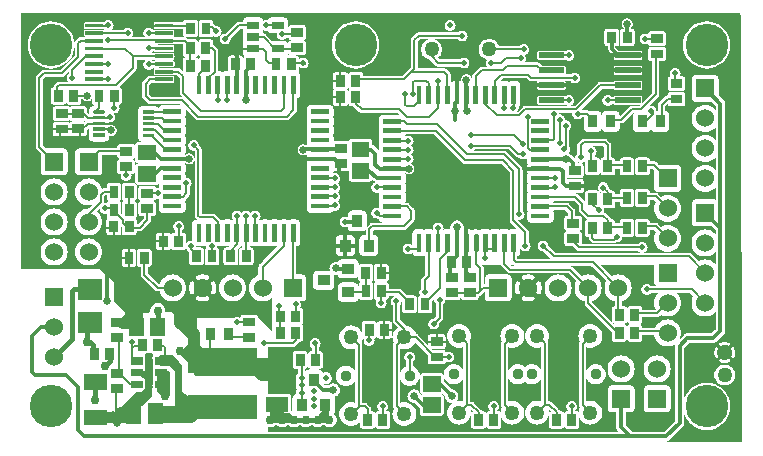
<source format=gbr>
G04 start of page 2 for group 0 idx 0 *
G04 Title: (unknown), component *
G04 Creator: pcb 20091103 *
G04 CreationDate: Sun 20 Feb 2011 16:36:46 GMT UTC *
G04 For: thomas *
G04 Format: Gerber/RS-274X *
G04 PCB-Dimensions: 240157 142913 *
G04 PCB-Coordinate-Origin: lower left *
%MOIN*%
%FSLAX25Y25*%
%LNFRONT*%
%ADD11C,0.0200*%
%ADD12C,0.0150*%
%ADD13C,0.0400*%
%ADD14C,0.0080*%
%ADD15C,0.0120*%
%ADD16C,0.0600*%
%ADD17C,0.0375*%
%ADD18C,0.0494*%
%ADD19C,0.0500*%
%ADD20C,0.0250*%
%ADD21C,0.1417*%
%ADD22C,0.0300*%
%ADD23R,0.0512X0.0512*%
%ADD24R,0.0295X0.0295*%
%ADD25R,0.0690X0.0690*%
%ADD26R,0.0157X0.0157*%
%ADD27R,0.0240X0.0240*%
%ADD28R,0.0510X0.0510*%
%ADD29R,0.0827X0.0827*%
%ADD30R,0.0300X0.0300*%
%ADD31R,0.0340X0.0340*%
%ADD32R,0.0130X0.0130*%
%ADD33C,0.0157*%
%ADD34R,0.0200X0.0200*%
%ADD35R,0.0120X0.0120*%
%ADD36C,0.0380*%
%ADD37C,0.0275*%
%ADD38C,0.0394*%
%ADD39C,0.0290*%
%ADD40C,0.1299*%
G54D11*G36*
X169000Y32822D02*X169449Y32373D01*
X170015Y31976D01*
X170643Y31683D01*
X171311Y31504D01*
X172000Y31444D01*
X172689Y31504D01*
X173299Y31667D01*
Y23994D01*
X173153Y24307D01*
X172816Y24789D01*
X172399Y25206D01*
X171917Y25543D01*
X171383Y25792D01*
X170815Y25945D01*
X170228Y25996D01*
X169641Y25945D01*
X169073Y25792D01*
X169000Y25758D01*
Y32822D01*
G37*
G36*
Y19478D02*X169073Y19444D01*
X169641Y19291D01*
X170228Y19240D01*
X170815Y19291D01*
X171383Y19444D01*
X171917Y19693D01*
X172399Y20030D01*
X172816Y20447D01*
X173153Y20929D01*
X173299Y21242D01*
Y13569D01*
X172689Y13732D01*
X172000Y13792D01*
X171311Y13732D01*
X170643Y13553D01*
X170015Y13260D01*
X169449Y12863D01*
X169000Y12414D01*
Y19478D01*
G37*
G36*
X212000Y33596D02*X212053Y33520D01*
X212607Y32966D01*
X213250Y32516D01*
X213961Y32184D01*
X214719Y31981D01*
X215500Y31913D01*
X216281Y31981D01*
X217039Y32184D01*
X217750Y32516D01*
X218026Y32709D01*
X217996Y32645D01*
X217975Y32568D01*
X217955Y32512D01*
X217945Y32456D01*
X217924Y32376D01*
X217917Y32294D01*
X217907Y32237D01*
Y32179D01*
X217900Y32098D01*
Y7077D01*
X214336Y3513D01*
X212000D01*
Y9913D01*
X215000D01*
X215260Y9936D01*
X215513Y10003D01*
X215750Y10114D01*
X215964Y10264D01*
X216149Y10449D01*
X216299Y10663D01*
X216410Y10900D01*
X216477Y11153D01*
X216500Y11413D01*
Y17413D01*
X216477Y17673D01*
X216410Y17926D01*
X216299Y18163D01*
X216149Y18377D01*
X215964Y18562D01*
X215750Y18712D01*
X215513Y18823D01*
X215260Y18890D01*
X215000Y18913D01*
X212000D01*
Y19913D01*
X212781Y19981D01*
X213539Y20184D01*
X214250Y20516D01*
X214893Y20966D01*
X215447Y21520D01*
X215897Y22163D01*
X216229Y22874D01*
X216432Y23632D01*
X216500Y24413D01*
X216432Y25194D01*
X216229Y25952D01*
X215897Y26663D01*
X215447Y27306D01*
X214893Y27860D01*
X214250Y28310D01*
X213539Y28642D01*
X212781Y28845D01*
X212000Y28913D01*
Y33596D01*
G37*
G36*
Y41705D02*X212060Y41710D01*
X212097D01*
X212129Y41716D01*
X212201Y41722D01*
X212278Y41743D01*
X212302Y41747D01*
X212324Y41755D01*
X212403Y41776D01*
X212475Y41809D01*
X212499Y41818D01*
X212526Y41833D01*
X212593Y41865D01*
X212652Y41906D01*
X212680Y41923D01*
X212702Y41942D01*
X212764Y41985D01*
X212816Y42037D01*
X212840Y42057D01*
X213283Y42500D01*
X213961Y42184D01*
X214719Y41981D01*
X215500Y41913D01*
X216281Y41981D01*
X217039Y42184D01*
X217750Y42516D01*
X218393Y42966D01*
X218947Y43520D01*
X219397Y44163D01*
X219729Y44874D01*
X219932Y45632D01*
X220000Y46413D01*
X219932Y47194D01*
X219729Y47952D01*
X219397Y48663D01*
X218947Y49306D01*
X218540Y49713D01*
X223003D01*
X224087Y48629D01*
X223771Y47952D01*
X223568Y47194D01*
X223500Y46413D01*
X223568Y45632D01*
X223771Y44874D01*
X224103Y44163D01*
X224553Y43520D01*
X225107Y42966D01*
X225750Y42516D01*
X226461Y42184D01*
X227219Y41981D01*
X228000Y41913D01*
X228781Y41981D01*
X229539Y42184D01*
X230250Y42516D01*
X230893Y42966D01*
X231447Y43520D01*
X231471Y43554D01*
Y37671D01*
X231157Y37357D01*
X231151Y37352D01*
X230045Y36246D01*
X222047D01*
Y36245D01*
X221990Y36240D01*
X221907D01*
X221831Y36226D01*
X221769Y36221D01*
X221706Y36204D01*
X221633Y36191D01*
X221565Y36166D01*
X221500Y36149D01*
X221442Y36122D01*
X221370Y36096D01*
X221302Y36057D01*
X221247Y36031D01*
X221192Y35993D01*
X221129Y35956D01*
X221071Y35908D01*
X221019Y35871D01*
X220976Y35828D01*
X220915Y35777D01*
X219481Y34343D01*
X219729Y34874D01*
X219932Y35632D01*
X220000Y36413D01*
X219932Y37194D01*
X219729Y37952D01*
X219397Y38663D01*
X218947Y39306D01*
X218393Y39860D01*
X217750Y40310D01*
X217039Y40642D01*
X216281Y40845D01*
X215500Y40913D01*
X214719Y40845D01*
X213961Y40642D01*
X213250Y40310D01*
X212607Y39860D01*
X212053Y39306D01*
X212000Y39230D01*
Y41705D01*
G37*
G36*
Y49713D02*X212460D01*
X212053Y49306D01*
X212000Y49230D01*
Y49713D01*
G37*
G36*
X200000Y33437D02*X200858D01*
X201032Y33452D01*
X201200Y33497D01*
X201358Y33571D01*
X201501Y33671D01*
X201624Y33794D01*
X201724Y33937D01*
X201798Y34095D01*
X201843Y34263D01*
X201858Y34437D01*
Y38373D01*
X201843Y38547D01*
X201798Y38715D01*
X201724Y38873D01*
X201624Y39016D01*
X201501Y39139D01*
X201358Y39239D01*
X201200Y39313D01*
X201032Y39358D01*
X200858Y39373D01*
X200000D01*
Y39445D01*
X200917D01*
X201091Y39460D01*
X201259Y39505D01*
X201417Y39579D01*
X201560Y39679D01*
X201683Y39802D01*
X201783Y39945D01*
X201857Y40103D01*
X201902Y40271D01*
X201917Y40445D01*
Y44381D01*
X201902Y44555D01*
X201857Y44723D01*
X201783Y44881D01*
X201683Y45024D01*
X201560Y45147D01*
X201417Y45247D01*
X201259Y45321D01*
X201091Y45366D01*
X200917Y45381D01*
X200200D01*
Y47093D01*
X200539Y47184D01*
X201250Y47516D01*
X201893Y47966D01*
X202447Y48520D01*
X202897Y49163D01*
X203229Y49874D01*
X203432Y50632D01*
X203500Y51413D01*
X203432Y52194D01*
X203229Y52952D01*
X202897Y53663D01*
X202447Y54306D01*
X201893Y54860D01*
X201250Y55310D01*
X200539Y55642D01*
X200000Y55786D01*
Y58267D01*
X211000D01*
Y53413D01*
X211023Y53153D01*
X211090Y52900D01*
X211201Y52663D01*
X211351Y52449D01*
X211536Y52264D01*
X211750Y52114D01*
X211752Y52113D01*
X209836D01*
X209657Y52292D01*
X209400Y52472D01*
X209116Y52604D01*
X208813Y52686D01*
X208500Y52713D01*
X208187Y52686D01*
X207884Y52604D01*
X207600Y52472D01*
X207343Y52292D01*
X207121Y52070D01*
X206941Y51813D01*
X206809Y51529D01*
X206727Y51226D01*
X206700Y50913D01*
X206727Y50600D01*
X206809Y50297D01*
X206941Y50013D01*
X207121Y49756D01*
X207343Y49534D01*
X207600Y49354D01*
X207884Y49222D01*
X208187Y49140D01*
X208500Y49113D01*
X208813Y49140D01*
X209116Y49222D01*
X209400Y49354D01*
X209657Y49534D01*
X209836Y49713D01*
X212000D01*
Y49230D01*
X211603Y48663D01*
X211271Y47952D01*
X211068Y47194D01*
X211000Y46413D01*
X211068Y45632D01*
X211271Y44874D01*
X211587Y44198D01*
X211495Y44106D01*
X207035D01*
Y44381D01*
X207020Y44555D01*
X206975Y44723D01*
X206901Y44881D01*
X206801Y45024D01*
X206678Y45147D01*
X206535Y45247D01*
X206377Y45321D01*
X206209Y45366D01*
X206035Y45381D01*
X203083D01*
X202909Y45366D01*
X202741Y45321D01*
X202583Y45247D01*
X202440Y45147D01*
X202317Y45024D01*
X202217Y44881D01*
X202143Y44723D01*
X202098Y44555D01*
X202083Y44381D01*
Y40445D01*
X202098Y40271D01*
X202143Y40103D01*
X202217Y39945D01*
X202317Y39802D01*
X202440Y39679D01*
X202583Y39579D01*
X202741Y39505D01*
X202909Y39460D01*
X203083Y39445D01*
X206035D01*
X206209Y39460D01*
X206377Y39505D01*
X206535Y39579D01*
X206678Y39679D01*
X206801Y39802D01*
X206901Y39945D01*
X206975Y40103D01*
X207020Y40271D01*
X207035Y40445D01*
Y41705D01*
X211992D01*
Y41704D01*
X212000Y41705D01*
Y39230D01*
X211603Y38663D01*
X211339Y38097D01*
X206976D01*
Y38373D01*
X206961Y38547D01*
X206916Y38715D01*
X206842Y38873D01*
X206742Y39016D01*
X206619Y39139D01*
X206476Y39239D01*
X206318Y39313D01*
X206150Y39358D01*
X205976Y39373D01*
X203024D01*
X202850Y39358D01*
X202682Y39313D01*
X202524Y39239D01*
X202381Y39139D01*
X202258Y39016D01*
X202158Y38873D01*
X202084Y38715D01*
X202039Y38547D01*
X202024Y38373D01*
Y34437D01*
X202039Y34263D01*
X202084Y34095D01*
X202158Y33937D01*
X202258Y33794D01*
X202381Y33671D01*
X202524Y33571D01*
X202682Y33497D01*
X202850Y33452D01*
X203024Y33437D01*
X205976D01*
X206150Y33452D01*
X206318Y33497D01*
X206476Y33571D01*
X206619Y33671D01*
X206742Y33794D01*
X206842Y33937D01*
X206916Y34095D01*
X206961Y34263D01*
X206976Y34437D01*
Y35697D01*
X211062D01*
X211068Y35632D01*
X211271Y34874D01*
X211603Y34163D01*
X212000Y33596D01*
Y28913D01*
X211219Y28845D01*
X210461Y28642D01*
X209750Y28310D01*
X209107Y27860D01*
X208553Y27306D01*
X208103Y26663D01*
X207771Y25952D01*
X207568Y25194D01*
X207500Y24413D01*
X207568Y23632D01*
X207771Y22874D01*
X208103Y22163D01*
X208553Y21520D01*
X209107Y20966D01*
X209750Y20516D01*
X210461Y20184D01*
X211219Y19981D01*
X212000Y19913D01*
Y18913D01*
X209000D01*
X208740Y18890D01*
X208487Y18823D01*
X208250Y18712D01*
X208036Y18562D01*
X207851Y18377D01*
X207701Y18163D01*
X207590Y17926D01*
X207523Y17673D01*
X207500Y17413D01*
Y11413D01*
X207523Y11153D01*
X207590Y10900D01*
X207701Y10663D01*
X207851Y10449D01*
X208036Y10264D01*
X208250Y10114D01*
X208487Y10003D01*
X208740Y9936D01*
X209000Y9913D01*
X212000D01*
Y3513D01*
X203663D01*
X201600Y5576D01*
Y9913D01*
X203000D01*
X203260Y9936D01*
X203513Y10003D01*
X203750Y10114D01*
X203964Y10264D01*
X204149Y10449D01*
X204299Y10663D01*
X204410Y10900D01*
X204477Y11153D01*
X204500Y11413D01*
Y17413D01*
X204477Y17673D01*
X204410Y17926D01*
X204299Y18163D01*
X204149Y18377D01*
X203964Y18562D01*
X203750Y18712D01*
X203513Y18823D01*
X203260Y18890D01*
X203000Y18913D01*
X200000D01*
Y19913D01*
X200781Y19981D01*
X201539Y20184D01*
X202250Y20516D01*
X202893Y20966D01*
X203447Y21520D01*
X203897Y22163D01*
X204229Y22874D01*
X204432Y23632D01*
X204500Y24413D01*
X204432Y25194D01*
X204229Y25952D01*
X203897Y26663D01*
X203447Y27306D01*
X202893Y27860D01*
X202250Y28310D01*
X201539Y28642D01*
X200781Y28845D01*
X200000Y28913D01*
Y33437D01*
G37*
G36*
Y55786D02*X199781Y55845D01*
X199000Y55913D01*
X198219Y55845D01*
X197461Y55642D01*
X196784Y55326D01*
X193843Y58267D01*
X200000D01*
Y55786D01*
G37*
G36*
Y39373D02*X197906D01*
X197732Y39358D01*
X197655Y39337D01*
X190200Y46792D01*
Y47093D01*
X190539Y47184D01*
X191250Y47516D01*
X191893Y47966D01*
X192447Y48520D01*
X192897Y49163D01*
X193229Y49874D01*
X193432Y50632D01*
X193500Y51413D01*
X193432Y52194D01*
X193229Y52952D01*
X192897Y53663D01*
X192447Y54306D01*
X191893Y54860D01*
X191250Y55310D01*
X190539Y55642D01*
X189781Y55845D01*
X189000Y55913D01*
X188219Y55845D01*
X187461Y55642D01*
X186784Y55326D01*
X183849Y58261D01*
X183842Y58267D01*
X190449D01*
X195087Y53629D01*
X194771Y52952D01*
X194568Y52194D01*
X194500Y51413D01*
X194568Y50632D01*
X194771Y49874D01*
X195103Y49163D01*
X195553Y48520D01*
X196107Y47966D01*
X196750Y47516D01*
X197461Y47184D01*
X197799Y47093D01*
Y45367D01*
X197791Y45366D01*
X197623Y45321D01*
X197465Y45247D01*
X197322Y45147D01*
X197199Y45024D01*
X197099Y44881D01*
X197025Y44723D01*
X196980Y44555D01*
X196965Y44381D01*
Y40445D01*
X196980Y40271D01*
X197025Y40103D01*
X197099Y39945D01*
X197199Y39802D01*
X197322Y39679D01*
X197465Y39579D01*
X197623Y39505D01*
X197791Y39460D01*
X197965Y39445D01*
X200000D01*
Y39373D01*
G37*
G36*
X187975Y45675D02*X187988Y45656D01*
X188017Y45607D01*
X188053Y45565D01*
X188081Y45524D01*
X188117Y45488D01*
X188151Y45447D01*
X196906Y36692D01*
Y34437D01*
X196921Y34263D01*
X196966Y34095D01*
X197040Y33937D01*
X197140Y33794D01*
X197263Y33671D01*
X197406Y33571D01*
X197564Y33497D01*
X197732Y33452D01*
X197906Y33437D01*
X200000D01*
Y28913D01*
X199219Y28845D01*
X198461Y28642D01*
X197750Y28310D01*
X197107Y27860D01*
X196553Y27306D01*
X196103Y26663D01*
X195771Y25952D01*
X195568Y25194D01*
X195500Y24413D01*
X195568Y23632D01*
X195771Y22874D01*
X196103Y22163D01*
X196553Y21520D01*
X197107Y20966D01*
X197750Y20516D01*
X198461Y20184D01*
X199219Y19981D01*
X200000Y19913D01*
Y18913D01*
X197000D01*
X196740Y18890D01*
X196487Y18823D01*
X196250Y18712D01*
X196036Y18562D01*
X195851Y18377D01*
X195701Y18163D01*
X195590Y17926D01*
X195523Y17673D01*
X195500Y17413D01*
Y11413D01*
X195523Y11153D01*
X195590Y10900D01*
X195701Y10663D01*
X195851Y10449D01*
X196036Y10264D01*
X196250Y10114D01*
X196487Y10003D01*
X196740Y9936D01*
X197000Y9913D01*
X198400D01*
Y4913D01*
X198406Y4844D01*
Y4774D01*
X198418Y4705D01*
X198424Y4635D01*
X198442Y4566D01*
X198454Y4500D01*
X198478Y4433D01*
X198496Y4366D01*
X198524Y4305D01*
X198549Y4237D01*
X198586Y4173D01*
X198614Y4113D01*
X198655Y4054D01*
X198689Y3996D01*
X198733Y3943D01*
X198774Y3885D01*
X198822Y3837D01*
X198868Y3782D01*
X199137Y3513D01*
X187975D01*
Y6272D01*
X188359Y6093D01*
X189027Y5914D01*
X189716Y5854D01*
X190405Y5914D01*
X191073Y6093D01*
X191701Y6386D01*
X192267Y6783D01*
X192756Y7272D01*
X193153Y7838D01*
X193446Y8466D01*
X193625Y9134D01*
X193685Y9823D01*
X193625Y10512D01*
X193446Y11180D01*
X193153Y11808D01*
X192756Y12374D01*
X192267Y12863D01*
X191701Y13260D01*
X191073Y13553D01*
X190405Y13732D01*
X189716Y13792D01*
X189027Y13732D01*
X188359Y13553D01*
X188326Y13538D01*
Y21437D01*
X188563Y20929D01*
X188900Y20447D01*
X189317Y20030D01*
X189799Y19693D01*
X190333Y19444D01*
X190901Y19291D01*
X191488Y19240D01*
X192075Y19291D01*
X192643Y19444D01*
X193177Y19693D01*
X193659Y20030D01*
X194076Y20447D01*
X194413Y20929D01*
X194662Y21463D01*
X194815Y22031D01*
X194866Y22618D01*
X194815Y23205D01*
X194662Y23773D01*
X194413Y24307D01*
X194076Y24789D01*
X193659Y25206D01*
X193177Y25543D01*
X192643Y25792D01*
X192075Y25945D01*
X191488Y25996D01*
X190901Y25945D01*
X190333Y25792D01*
X189799Y25543D01*
X189317Y25206D01*
X188900Y24789D01*
X188563Y24307D01*
X188326Y23799D01*
Y31698D01*
X188359Y31683D01*
X189027Y31504D01*
X189716Y31444D01*
X190405Y31504D01*
X191073Y31683D01*
X191701Y31976D01*
X192267Y32373D01*
X192756Y32862D01*
X193153Y33428D01*
X193446Y34056D01*
X193625Y34724D01*
X193685Y35413D01*
X193625Y36102D01*
X193446Y36770D01*
X193153Y37398D01*
X192756Y37964D01*
X192267Y38453D01*
X191701Y38850D01*
X191073Y39143D01*
X190405Y39322D01*
X189716Y39382D01*
X189027Y39322D01*
X188359Y39143D01*
X187975Y38964D01*
Y45675D01*
G37*
G36*
X179000Y56213D02*X182503D01*
X185087Y53629D01*
X184771Y52952D01*
X184568Y52194D01*
X184500Y51413D01*
X184568Y50632D01*
X184771Y49874D01*
X185103Y49163D01*
X185553Y48520D01*
X186107Y47966D01*
X186750Y47516D01*
X187461Y47184D01*
X187800Y47093D01*
Y46295D01*
X187805Y46238D01*
Y46191D01*
X187813Y46146D01*
X187818Y46087D01*
X187833Y46029D01*
X187841Y45985D01*
X187857Y45940D01*
X187872Y45885D01*
X187895Y45835D01*
X187912Y45789D01*
X187938Y45743D01*
X187961Y45695D01*
X187975Y45675D01*
Y38964D01*
X187731Y38850D01*
X187165Y38453D01*
X186676Y37964D01*
X186279Y37398D01*
X185986Y36770D01*
X185807Y36102D01*
X185747Y35413D01*
X185807Y34724D01*
X185986Y34056D01*
X186203Y33591D01*
X186164Y33535D01*
X186144Y33511D01*
X186130Y33486D01*
X186086Y33424D01*
X186053Y33354D01*
X186039Y33330D01*
X186029Y33303D01*
X185997Y33234D01*
X185976Y33156D01*
X185968Y33133D01*
X185964Y33110D01*
X185943Y33032D01*
X185937Y32960D01*
X185931Y32928D01*
Y32893D01*
X185925Y32823D01*
Y12413D01*
X185926D01*
X185931Y12355D01*
Y12309D01*
X185939Y12264D01*
X185944Y12205D01*
X185959Y12149D01*
X185967Y12103D01*
X185983Y12058D01*
X185998Y12003D01*
X186021Y11954D01*
X186038Y11907D01*
X186065Y11860D01*
X186087Y11813D01*
X186116Y11771D01*
X186143Y11725D01*
X186180Y11680D01*
X186204Y11647D01*
X185986Y11180D01*
X185807Y10512D01*
X185767Y10058D01*
X185678Y10147D01*
X185535Y10247D01*
X185377Y10321D01*
X185209Y10366D01*
X185035Y10381D01*
X184759D01*
Y10636D01*
X184879Y10756D01*
X185059Y11013D01*
X185191Y11297D01*
X185273Y11600D01*
X185300Y11913D01*
X185273Y12226D01*
X185191Y12529D01*
X185059Y12813D01*
X184879Y13070D01*
X184657Y13292D01*
X184400Y13472D01*
X184116Y13604D01*
X183813Y13686D01*
X183500Y13713D01*
X183187Y13686D01*
X182884Y13604D01*
X182600Y13472D01*
X182343Y13292D01*
X182121Y13070D01*
X181941Y12813D01*
X181809Y12529D01*
X181727Y12226D01*
X181700Y11913D01*
X181727Y11600D01*
X181809Y11297D01*
X181941Y11013D01*
X182121Y10756D01*
X182343Y10534D01*
X182359Y10523D01*
Y10381D01*
X182083D01*
X181909Y10366D01*
X181741Y10321D01*
X181583Y10247D01*
X181440Y10147D01*
X181317Y10024D01*
X181217Y9881D01*
X181143Y9723D01*
X181098Y9555D01*
X181083Y9381D01*
Y5445D01*
X181098Y5271D01*
X181143Y5103D01*
X181217Y4945D01*
X181317Y4802D01*
X181440Y4679D01*
X181583Y4579D01*
X181741Y4505D01*
X181909Y4460D01*
X182083Y4445D01*
X185035D01*
X185209Y4460D01*
X185377Y4505D01*
X185535Y4579D01*
X185678Y4679D01*
X185801Y4802D01*
X185901Y4945D01*
X185975Y5103D01*
X186020Y5271D01*
X186035Y5445D01*
Y8361D01*
X186279Y7838D01*
X186676Y7272D01*
X187165Y6783D01*
X187731Y6386D01*
X187975Y6272D01*
Y3513D01*
X179000D01*
Y4445D01*
X179917D01*
X180091Y4460D01*
X180259Y4505D01*
X180417Y4579D01*
X180560Y4679D01*
X180683Y4802D01*
X180783Y4945D01*
X180857Y5103D01*
X180902Y5271D01*
X180917Y5445D01*
Y9381D01*
X180902Y9555D01*
X180857Y9723D01*
X180783Y9881D01*
X180683Y10024D01*
X180560Y10147D01*
X180417Y10247D01*
X180259Y10321D01*
X180091Y10366D01*
X179917Y10381D01*
X179601D01*
X179587Y10421D01*
X179560Y10468D01*
X179539Y10513D01*
X179512Y10551D01*
X179483Y10602D01*
X179444Y10648D01*
X179419Y10684D01*
X179386Y10717D01*
X179348Y10762D01*
X179000Y11110D01*
Y46913D01*
X179781Y46981D01*
X180539Y47184D01*
X181250Y47516D01*
X181893Y47966D01*
X182447Y48520D01*
X182897Y49163D01*
X183229Y49874D01*
X183432Y50632D01*
X183500Y51413D01*
X183432Y52194D01*
X183229Y52952D01*
X182897Y53663D01*
X182447Y54306D01*
X181893Y54860D01*
X181250Y55310D01*
X180539Y55642D01*
X179781Y55845D01*
X179000Y55913D01*
Y56213D01*
G37*
G36*
Y3513D02*X172613D01*
Y5907D01*
X172689Y5914D01*
X173357Y6093D01*
X173985Y6386D01*
X174551Y6783D01*
X175040Y7272D01*
X175437Y7838D01*
X175730Y8466D01*
X175909Y9134D01*
X175969Y9823D01*
X175909Y10512D01*
X175801Y10915D01*
X176468Y10248D01*
X176465Y10247D01*
X176322Y10147D01*
X176199Y10024D01*
X176099Y9881D01*
X176025Y9723D01*
X175980Y9555D01*
X175965Y9381D01*
Y5445D01*
X175980Y5271D01*
X176025Y5103D01*
X176099Y4945D01*
X176199Y4802D01*
X176322Y4679D01*
X176465Y4579D01*
X176623Y4505D01*
X176791Y4460D01*
X176965Y4445D01*
X179000D01*
Y3513D01*
G37*
G36*
X172613Y56213D02*X179000D01*
Y55913D01*
X178219Y55845D01*
X177461Y55642D01*
X176750Y55310D01*
X176107Y54860D01*
X175553Y54306D01*
X175103Y53663D01*
X174771Y52952D01*
X174568Y52194D01*
X174500Y51413D01*
X174568Y50632D01*
X174771Y49874D01*
X175103Y49163D01*
X175553Y48520D01*
X176107Y47966D01*
X176750Y47516D01*
X177461Y47184D01*
X178219Y46981D01*
X179000Y46913D01*
Y11110D01*
X176849Y13261D01*
X176804Y13299D01*
X176771Y13332D01*
X176735Y13357D01*
X176689Y13396D01*
X176638Y13425D01*
X176600Y13452D01*
X176555Y13473D01*
X176508Y13500D01*
X176460Y13517D01*
X176410Y13541D01*
X176354Y13556D01*
X176311Y13572D01*
X176262Y13581D01*
X176208Y13595D01*
X176153Y13600D01*
X176105Y13608D01*
X176058D01*
X176000Y13613D01*
X175700D01*
Y32913D01*
X175701D01*
X175695Y32982D01*
Y33018D01*
X175689Y33052D01*
X175683Y33122D01*
X175665Y33189D01*
X175659Y33224D01*
X175647Y33257D01*
X175629Y33324D01*
X175600Y33385D01*
X175587Y33421D01*
X175568Y33453D01*
X175540Y33514D01*
X175504Y33565D01*
X175502Y33568D01*
X175730Y34056D01*
X175909Y34724D01*
X175969Y35413D01*
X175909Y36102D01*
X175730Y36770D01*
X175437Y37398D01*
X175040Y37964D01*
X174551Y38453D01*
X173985Y38850D01*
X173357Y39143D01*
X172689Y39322D01*
X172613Y39329D01*
Y49273D01*
X172708Y49295D01*
X172829Y49346D01*
X172938Y49418D01*
X173034Y49507D01*
X173113Y49611D01*
X173172Y49728D01*
X173314Y50135D01*
X173417Y50555D01*
X173479Y50982D01*
X173500Y51413D01*
X173479Y51845D01*
X173417Y52272D01*
X173314Y52692D01*
X173172Y53099D01*
X173171D01*
X173112Y53215D01*
X173033Y53320D01*
X172937Y53409D01*
X172828Y53480D01*
X172707Y53531D01*
X172613Y53552D01*
Y56213D01*
G37*
G36*
Y3513D02*X169000D01*
Y7232D01*
X169449Y6783D01*
X170015Y6386D01*
X170643Y6093D01*
X171311Y5914D01*
X172000Y5854D01*
X172613Y5907D01*
Y3513D01*
G37*
G36*
X169000Y56213D02*X172613D01*
Y53552D01*
X172580Y53560D01*
X172450Y53567D01*
X172320Y53551D01*
X172195Y53513D01*
X172079Y53454D01*
X171974Y53375D01*
X171885Y53279D01*
X171814Y53170D01*
X171763Y53049D01*
X171734Y52922D01*
X171727Y52792D01*
X171743Y52662D01*
X171781Y52537D01*
X171876Y52266D01*
X171944Y51986D01*
X171986Y51701D01*
X172000Y51413D01*
X171986Y51126D01*
X171944Y50841D01*
X171876Y50561D01*
X171781Y50290D01*
X171780D01*
X171742Y50165D01*
X171726Y50035D01*
X171733Y49904D01*
X171762Y49777D01*
X171813Y49656D01*
X171885Y49547D01*
X171974Y49451D01*
X172078Y49372D01*
X172195Y49313D01*
X172320Y49275D01*
X172450Y49259D01*
X172581Y49266D01*
X172613Y49273D01*
Y39329D01*
X172000Y39382D01*
X171311Y39322D01*
X170643Y39143D01*
X170015Y38850D01*
X169449Y38453D01*
X169000Y38004D01*
Y46913D01*
X169431Y46934D01*
X169858Y46996D01*
X170278Y47099D01*
X170685Y47241D01*
Y47242D01*
X170801Y47301D01*
X170906Y47380D01*
X170995Y47476D01*
X171066Y47585D01*
X171117Y47706D01*
X171146Y47833D01*
X171153Y47963D01*
X171137Y48093D01*
X171099Y48218D01*
X171040Y48334D01*
X170961Y48439D01*
X170865Y48528D01*
X170756Y48599D01*
X170635Y48650D01*
X170508Y48679D01*
X170378Y48686D01*
X170248Y48670D01*
X170123Y48632D01*
X169852Y48537D01*
X169572Y48469D01*
X169287Y48427D01*
X169000Y48413D01*
Y54413D01*
X169287Y54400D01*
X169572Y54358D01*
X169852Y54290D01*
X170123Y54195D01*
Y54194D01*
X170248Y54156D01*
X170378Y54140D01*
X170509Y54147D01*
X170636Y54176D01*
X170757Y54227D01*
X170866Y54299D01*
X170962Y54388D01*
X171041Y54492D01*
X171100Y54609D01*
X171138Y54734D01*
X171154Y54864D01*
X171147Y54995D01*
X171118Y55122D01*
X171067Y55243D01*
X170995Y55352D01*
X170906Y55448D01*
X170802Y55527D01*
X170685Y55586D01*
X170278Y55728D01*
X169858Y55831D01*
X169431Y55893D01*
X169000Y55913D01*
Y56213D01*
G37*
G36*
Y3513D02*X165387D01*
Y6239D01*
X165701Y6386D01*
X166267Y6783D01*
X166756Y7272D01*
X167153Y7838D01*
X167446Y8466D01*
X167625Y9134D01*
X167685Y9823D01*
X167625Y10512D01*
X167446Y11180D01*
X167153Y11808D01*
X166756Y12374D01*
X166267Y12863D01*
X165701Y13260D01*
X165387Y13406D01*
Y19249D01*
X165488Y19240D01*
X166075Y19291D01*
X166643Y19444D01*
X167177Y19693D01*
X167659Y20030D01*
X167858Y20229D01*
X168057Y20030D01*
X168539Y19693D01*
X169000Y19478D01*
Y12414D01*
X168960Y12374D01*
X168563Y11808D01*
X168270Y11180D01*
X168091Y10512D01*
X168031Y9823D01*
X168091Y9134D01*
X168270Y8466D01*
X168563Y7838D01*
X168960Y7272D01*
X169000Y7232D01*
Y3513D01*
G37*
G36*
X165387Y56213D02*X169000D01*
Y55913D01*
X168568Y55893D01*
X168141Y55831D01*
X167721Y55728D01*
X167314Y55586D01*
Y55585D01*
X167198Y55526D01*
X167093Y55447D01*
X167004Y55351D01*
X166933Y55242D01*
X166882Y55121D01*
X166853Y54994D01*
X166846Y54864D01*
X166862Y54734D01*
X166900Y54609D01*
X166959Y54493D01*
X167038Y54388D01*
X167134Y54299D01*
X167243Y54228D01*
X167364Y54177D01*
X167491Y54148D01*
X167621Y54141D01*
X167751Y54157D01*
X167876Y54195D01*
X168147Y54290D01*
X168427Y54358D01*
X168712Y54400D01*
X169000Y54413D01*
Y48413D01*
X168712Y48427D01*
X168427Y48469D01*
X168147Y48537D01*
X167876Y48632D01*
Y48633D01*
X167751Y48671D01*
X167621Y48687D01*
X167490Y48680D01*
X167363Y48651D01*
X167242Y48600D01*
X167133Y48528D01*
X167037Y48439D01*
X166958Y48335D01*
X166899Y48218D01*
X166861Y48093D01*
X166845Y47963D01*
X166852Y47832D01*
X166881Y47705D01*
X166932Y47584D01*
X167004Y47475D01*
X167093Y47379D01*
X167197Y47300D01*
X167314Y47241D01*
X167721Y47099D01*
X168141Y46996D01*
X168568Y46934D01*
X169000Y46913D01*
Y38004D01*
X168960Y37964D01*
X168563Y37398D01*
X168270Y36770D01*
X168091Y36102D01*
X168031Y35413D01*
X168091Y34724D01*
X168270Y34056D01*
X168563Y33428D01*
X168960Y32862D01*
X169000Y32822D01*
Y25758D01*
X168539Y25543D01*
X168057Y25206D01*
X167858Y25007D01*
X167659Y25206D01*
X167177Y25543D01*
X166643Y25792D01*
X166075Y25945D01*
X165488Y25996D01*
X165387Y25987D01*
Y31829D01*
X165701Y31976D01*
X166267Y32373D01*
X166756Y32862D01*
X167153Y33428D01*
X167446Y34056D01*
X167625Y34724D01*
X167685Y35413D01*
X167625Y36102D01*
X167446Y36770D01*
X167153Y37398D01*
X166756Y37964D01*
X166267Y38453D01*
X165701Y38850D01*
X165387Y38996D01*
Y49274D01*
X165419Y49267D01*
X165549Y49260D01*
X165679Y49276D01*
X165804Y49314D01*
X165920Y49373D01*
X166025Y49452D01*
X166114Y49548D01*
X166185Y49657D01*
X166236Y49778D01*
X166265Y49905D01*
X166272Y50035D01*
X166256Y50165D01*
X166218Y50290D01*
X166123Y50561D01*
X166055Y50841D01*
X166013Y51126D01*
X166000Y51413D01*
X166013Y51701D01*
X166055Y51986D01*
X166123Y52266D01*
X166218Y52537D01*
X166219D01*
X166257Y52662D01*
X166273Y52792D01*
X166266Y52923D01*
X166237Y53050D01*
X166186Y53171D01*
X166114Y53280D01*
X166025Y53376D01*
X165921Y53455D01*
X165804Y53514D01*
X165679Y53552D01*
X165549Y53568D01*
X165418Y53561D01*
X165387Y53554D01*
Y56213D01*
G37*
G36*
Y25987D02*X164901Y25945D01*
X164333Y25792D01*
X163799Y25543D01*
X163317Y25206D01*
X162900Y24789D01*
X162563Y24307D01*
X162326Y23799D01*
Y31698D01*
X162359Y31683D01*
X163027Y31504D01*
X163716Y31444D01*
X164405Y31504D01*
X165073Y31683D01*
X165387Y31829D01*
Y25987D01*
G37*
G36*
Y13406D02*X165073Y13553D01*
X164405Y13732D01*
X163716Y13792D01*
X163027Y13732D01*
X162359Y13553D01*
X162326Y13538D01*
Y21437D01*
X162563Y20929D01*
X162900Y20447D01*
X163317Y20030D01*
X163799Y19693D01*
X164333Y19444D01*
X164901Y19291D01*
X165387Y19249D01*
Y13406D01*
G37*
G36*
X141834Y20253D02*X142057Y20030D01*
X142539Y19693D01*
X143073Y19444D01*
X143641Y19291D01*
X144228Y19240D01*
X144815Y19291D01*
X145383Y19444D01*
X145917Y19693D01*
X146399Y20030D01*
X146816Y20447D01*
X147153Y20929D01*
X147299Y21242D01*
Y13569D01*
X146689Y13732D01*
X146000Y13792D01*
X145311Y13732D01*
X144819Y13600D01*
X144946Y13689D01*
X145224Y13967D01*
X145449Y14288D01*
X145614Y14643D01*
X145716Y15022D01*
X145750Y15413D01*
X145716Y15804D01*
X145614Y16183D01*
X145449Y16538D01*
X145224Y16859D01*
X144946Y17137D01*
X144625Y17362D01*
X144270Y17527D01*
X143891Y17629D01*
X143514Y17662D01*
X141834Y19342D01*
Y20253D01*
G37*
G36*
Y47378D02*X145468D01*
X145642Y47393D01*
X145810Y47438D01*
X145968Y47512D01*
X146111Y47612D01*
X146234Y47735D01*
X146334Y47878D01*
X146408Y48036D01*
X146453Y48204D01*
X146468Y48378D01*
Y48654D01*
X146532D01*
Y48378D01*
X146547Y48204D01*
X146592Y48036D01*
X146666Y47878D01*
X146766Y47735D01*
X146889Y47612D01*
X147032Y47512D01*
X147190Y47438D01*
X147358Y47393D01*
X147532Y47378D01*
X151468D01*
X151642Y47393D01*
X151810Y47438D01*
X151968Y47512D01*
X152111Y47612D01*
X152234Y47735D01*
X152334Y47878D01*
X152408Y48036D01*
X152453Y48204D01*
X152468Y48378D01*
Y48655D01*
X152509Y48659D01*
X152546D01*
X152578Y48665D01*
X152650Y48671D01*
X152727Y48692D01*
X152751Y48696D01*
X152773Y48704D01*
X152852Y48725D01*
X152919Y48756D01*
X152948Y48767D01*
X152975Y48783D01*
X153042Y48814D01*
X153102Y48856D01*
X153129Y48872D01*
X153151Y48891D01*
X153213Y48934D01*
X153265Y48986D01*
X153289Y49006D01*
X153848Y49565D01*
X153849Y49564D01*
X153859Y49576D01*
X154496Y50213D01*
X154500D01*
Y48413D01*
X154523Y48153D01*
X154590Y47900D01*
X154701Y47663D01*
X154851Y47449D01*
X155036Y47264D01*
X155250Y47114D01*
X155487Y47003D01*
X155740Y46936D01*
X156000Y46913D01*
X162000D01*
X162260Y46936D01*
X162513Y47003D01*
X162750Y47114D01*
X162964Y47264D01*
X163149Y47449D01*
X163299Y47663D01*
X163410Y47900D01*
X163477Y48153D01*
X163500Y48413D01*
Y54413D01*
X163477Y54673D01*
X163410Y54926D01*
X163299Y55163D01*
X163149Y55377D01*
X162964Y55562D01*
X162750Y55712D01*
X162513Y55823D01*
X162260Y55890D01*
X162000Y55913D01*
X156000D01*
X155740Y55890D01*
X155487Y55823D01*
X155250Y55712D01*
X155036Y55562D01*
X154851Y55377D01*
X154701Y55163D01*
X154590Y54926D01*
X154523Y54673D01*
X154500Y54413D01*
Y52613D01*
X154200D01*
Y57913D01*
X154195Y57971D01*
Y58018D01*
X154187Y58064D01*
X154182Y58121D01*
X154168Y58175D01*
X154159Y58224D01*
X154143Y58267D01*
X160449D01*
X162152Y56564D01*
X162195Y56528D01*
X162229Y56494D01*
X162271Y56465D01*
X162312Y56430D01*
X162358Y56403D01*
X162400Y56374D01*
X162447Y56352D01*
X162494Y56325D01*
X162541Y56308D01*
X162590Y56285D01*
X162645Y56270D01*
X162690Y56254D01*
X162736Y56246D01*
X162792Y56231D01*
X162851Y56226D01*
X162896Y56218D01*
X162942D01*
X163000Y56213D01*
X165387D01*
Y53554D01*
X165291Y53532D01*
X165170Y53481D01*
X165061Y53409D01*
X164965Y53320D01*
X164886Y53216D01*
X164827Y53099D01*
X164685Y52692D01*
X164582Y52272D01*
X164520Y51845D01*
X164500Y51413D01*
X164520Y50982D01*
X164582Y50555D01*
X164685Y50135D01*
X164827Y49728D01*
X164828D01*
X164887Y49612D01*
X164966Y49507D01*
X165062Y49418D01*
X165171Y49347D01*
X165292Y49296D01*
X165387Y49274D01*
Y38996D01*
X165073Y39143D01*
X164405Y39322D01*
X163716Y39382D01*
X163027Y39322D01*
X162359Y39143D01*
X161731Y38850D01*
X161165Y38453D01*
X160676Y37964D01*
X160279Y37398D01*
X159986Y36770D01*
X159807Y36102D01*
X159747Y35413D01*
X159807Y34724D01*
X159986Y34056D01*
X160203Y33591D01*
X160164Y33535D01*
X160144Y33511D01*
X160130Y33486D01*
X160086Y33424D01*
X160053Y33354D01*
X160039Y33330D01*
X160029Y33303D01*
X159997Y33234D01*
X159976Y33155D01*
X159968Y33133D01*
X159964Y33110D01*
X159943Y33032D01*
X159937Y32960D01*
X159931Y32928D01*
Y32893D01*
X159925Y32823D01*
Y12413D01*
X159926D01*
X159931Y12355D01*
Y12309D01*
X159939Y12264D01*
X159944Y12205D01*
X159959Y12149D01*
X159967Y12103D01*
X159983Y12058D01*
X159998Y12003D01*
X160021Y11954D01*
X160038Y11907D01*
X160065Y11860D01*
X160087Y11813D01*
X160116Y11771D01*
X160143Y11725D01*
X160180Y11680D01*
X160204Y11647D01*
X159986Y11180D01*
X159807Y10512D01*
X159767Y10058D01*
X159678Y10147D01*
X159535Y10247D01*
X159377Y10321D01*
X159209Y10366D01*
X159035Y10381D01*
X158759D01*
Y10636D01*
X158879Y10756D01*
X159059Y11013D01*
X159191Y11297D01*
X159273Y11600D01*
X159300Y11913D01*
X159273Y12226D01*
X159191Y12529D01*
X159059Y12813D01*
X158879Y13070D01*
X158657Y13292D01*
X158400Y13472D01*
X158116Y13604D01*
X157813Y13686D01*
X157500Y13713D01*
X157187Y13686D01*
X156884Y13604D01*
X156600Y13472D01*
X156343Y13292D01*
X156121Y13070D01*
X155941Y12813D01*
X155809Y12529D01*
X155727Y12226D01*
X155700Y11913D01*
X155727Y11600D01*
X155809Y11297D01*
X155941Y11013D01*
X156121Y10756D01*
X156343Y10534D01*
X156359Y10523D01*
Y10381D01*
X156083D01*
X155909Y10366D01*
X155741Y10321D01*
X155583Y10247D01*
X155440Y10147D01*
X155317Y10024D01*
X155217Y9881D01*
X155143Y9723D01*
X155098Y9555D01*
X155083Y9381D01*
Y5445D01*
X155098Y5271D01*
X155143Y5103D01*
X155217Y4945D01*
X155317Y4802D01*
X155440Y4679D01*
X155583Y4579D01*
X155741Y4505D01*
X155909Y4460D01*
X156083Y4445D01*
X159035D01*
X159209Y4460D01*
X159377Y4505D01*
X159535Y4579D01*
X159678Y4679D01*
X159801Y4802D01*
X159901Y4945D01*
X159975Y5103D01*
X160020Y5271D01*
X160035Y5445D01*
Y8361D01*
X160279Y7838D01*
X160676Y7272D01*
X161165Y6783D01*
X161731Y6386D01*
X162359Y6093D01*
X163027Y5914D01*
X163716Y5854D01*
X164405Y5914D01*
X165073Y6093D01*
X165387Y6239D01*
Y3513D01*
X141834D01*
Y13909D01*
X142054Y13689D01*
X142375Y13464D01*
X142730Y13299D01*
X143109Y13197D01*
X143500Y13163D01*
X143891Y13197D01*
X143946Y13212D01*
X143449Y12863D01*
X142960Y12374D01*
X142563Y11808D01*
X142270Y11180D01*
X142091Y10512D01*
X142031Y9823D01*
X142091Y9134D01*
X142270Y8466D01*
X142563Y7838D01*
X142960Y7272D01*
X143449Y6783D01*
X144015Y6386D01*
X144643Y6093D01*
X145311Y5914D01*
X146000Y5854D01*
X146689Y5914D01*
X147357Y6093D01*
X147985Y6386D01*
X148551Y6783D01*
X149040Y7272D01*
X149437Y7838D01*
X149730Y8466D01*
X149909Y9134D01*
X149969Y9823D01*
X149909Y10512D01*
X149801Y10915D01*
X150468Y10248D01*
X150465Y10247D01*
X150322Y10147D01*
X150199Y10024D01*
X150099Y9881D01*
X150025Y9723D01*
X149980Y9555D01*
X149965Y9381D01*
Y5445D01*
X149980Y5271D01*
X150025Y5103D01*
X150099Y4945D01*
X150199Y4802D01*
X150322Y4679D01*
X150465Y4579D01*
X150623Y4505D01*
X150791Y4460D01*
X150965Y4445D01*
X153917D01*
X154091Y4460D01*
X154259Y4505D01*
X154417Y4579D01*
X154560Y4679D01*
X154683Y4802D01*
X154783Y4945D01*
X154857Y5103D01*
X154902Y5271D01*
X154917Y5445D01*
Y9381D01*
X154902Y9555D01*
X154857Y9723D01*
X154783Y9881D01*
X154683Y10024D01*
X154560Y10147D01*
X154417Y10247D01*
X154259Y10321D01*
X154091Y10366D01*
X153917Y10381D01*
X153602D01*
X153587Y10421D01*
X153560Y10467D01*
X153539Y10513D01*
X153511Y10553D01*
X153483Y10602D01*
X153445Y10647D01*
X153419Y10684D01*
X153386Y10717D01*
X153348Y10762D01*
X150939Y13171D01*
X150894Y13209D01*
X150861Y13242D01*
X150825Y13267D01*
X150779Y13306D01*
X150728Y13335D01*
X150690Y13362D01*
X150645Y13383D01*
X150598Y13410D01*
X150550Y13427D01*
X150500Y13451D01*
X150444Y13466D01*
X150401Y13482D01*
X150352Y13491D01*
X150298Y13505D01*
X150243Y13510D01*
X150195Y13518D01*
X150148D01*
X150090Y13523D01*
X149700D01*
Y32913D01*
X149701D01*
X149695Y32982D01*
Y33018D01*
X149689Y33052D01*
X149683Y33122D01*
X149665Y33189D01*
X149659Y33224D01*
X149647Y33257D01*
X149629Y33324D01*
X149600Y33385D01*
X149587Y33421D01*
X149568Y33453D01*
X149540Y33514D01*
X149504Y33565D01*
X149502Y33568D01*
X149730Y34056D01*
X149909Y34724D01*
X149969Y35413D01*
X149909Y36102D01*
X149730Y36770D01*
X149437Y37398D01*
X149040Y37964D01*
X148551Y38453D01*
X147985Y38850D01*
X147357Y39143D01*
X146689Y39322D01*
X146000Y39382D01*
X145311Y39322D01*
X144643Y39143D01*
X144015Y38850D01*
X143449Y38453D01*
X142960Y37964D01*
X142563Y37398D01*
X142270Y36770D01*
X142091Y36102D01*
X142031Y35413D01*
X142091Y34724D01*
X142270Y34056D01*
X142563Y33428D01*
X142960Y32862D01*
X143449Y32373D01*
X144015Y31976D01*
X144643Y31683D01*
X145311Y31504D01*
X146000Y31444D01*
X146689Y31504D01*
X147299Y31667D01*
Y23994D01*
X147153Y24307D01*
X146816Y24789D01*
X146399Y25206D01*
X145917Y25543D01*
X145383Y25792D01*
X144815Y25945D01*
X144228Y25996D01*
X143641Y25945D01*
X143073Y25792D01*
X142539Y25543D01*
X142057Y25206D01*
X141834Y24983D01*
Y26745D01*
X141884Y26722D01*
X142187Y26640D01*
X142500Y26613D01*
X142813Y26640D01*
X143116Y26722D01*
X143400Y26854D01*
X143657Y27034D01*
X143879Y27256D01*
X144059Y27513D01*
X144191Y27797D01*
X144273Y28100D01*
X144300Y28413D01*
X144273Y28726D01*
X144191Y29029D01*
X144059Y29313D01*
X143879Y29570D01*
X143657Y29792D01*
X143400Y29972D01*
X143116Y30104D01*
X142813Y30186D01*
X142500Y30213D01*
X142187Y30186D01*
X141884Y30104D01*
X141834Y30081D01*
Y47378D01*
G37*
G36*
Y3513D02*X121118D01*
Y4445D01*
X122035D01*
X122209Y4460D01*
X122377Y4505D01*
X122535Y4579D01*
X122678Y4679D01*
X122801Y4802D01*
X122901Y4945D01*
X122975Y5103D01*
X123020Y5271D01*
X123035Y5445D01*
Y9381D01*
X123020Y9555D01*
X122975Y9723D01*
X122901Y9881D01*
X122801Y10024D01*
X122678Y10147D01*
X122535Y10247D01*
X122377Y10321D01*
X122209Y10366D01*
X122035Y10381D01*
X121759D01*
Y10636D01*
X121879Y10756D01*
X122059Y11013D01*
X122191Y11297D01*
X122273Y11600D01*
X122300Y11913D01*
X122273Y12226D01*
X122191Y12529D01*
X122059Y12813D01*
X121879Y13070D01*
X121657Y13292D01*
X121400Y13472D01*
X121118Y13603D01*
Y34453D01*
X122594D01*
X122768Y34468D01*
X122936Y34513D01*
X123094Y34587D01*
X123237Y34687D01*
X123360Y34810D01*
X123460Y34953D01*
X123534Y35111D01*
X123579Y35279D01*
X123594Y35453D01*
Y39389D01*
X123579Y39563D01*
X123534Y39731D01*
X123460Y39889D01*
X123360Y40032D01*
X123237Y40155D01*
X123094Y40255D01*
X122936Y40329D01*
X122768Y40374D01*
X122594Y40389D01*
X121118D01*
Y45007D01*
X121157Y45034D01*
X121379Y45256D01*
X121559Y45513D01*
X121691Y45797D01*
X121773Y46100D01*
X121800Y46413D01*
X121773Y46726D01*
X121691Y47029D01*
X121559Y47313D01*
X121467Y47445D01*
X121535D01*
X121709Y47460D01*
X121877Y47505D01*
X122035Y47579D01*
X122178Y47679D01*
X122301Y47802D01*
X122401Y47945D01*
X122475Y48103D01*
X122520Y48271D01*
X122535Y48445D01*
Y48721D01*
X125495D01*
X125611Y48605D01*
X125313Y48686D01*
X125000Y48713D01*
X124687Y48686D01*
X124384Y48604D01*
X124100Y48472D01*
X123843Y48292D01*
X123621Y48070D01*
X123441Y47813D01*
X123309Y47529D01*
X123227Y47226D01*
X123200Y46913D01*
X123227Y46600D01*
X123309Y46297D01*
X123441Y46013D01*
X123621Y45756D01*
X123800Y45577D01*
Y40413D01*
X123805Y40356D01*
Y40309D01*
X123813Y40264D01*
X123818Y40205D01*
X123833Y40147D01*
X123841Y40103D01*
X123857Y40058D01*
X123872Y40003D01*
X123895Y39953D01*
X123912Y39907D01*
X123938Y39861D01*
X123961Y39813D01*
X123988Y39774D01*
X124017Y39725D01*
X124053Y39683D01*
X124081Y39642D01*
X124117Y39606D01*
X124151Y39565D01*
X125516Y38200D01*
X125165Y37953D01*
X124676Y37464D01*
X124279Y36898D01*
X123986Y36270D01*
X123807Y35602D01*
X123747Y34913D01*
X123807Y34224D01*
X123986Y33556D01*
X124203Y33091D01*
X124164Y33035D01*
X124144Y33011D01*
X124130Y32986D01*
X124086Y32924D01*
X124053Y32854D01*
X124039Y32830D01*
X124029Y32803D01*
X123997Y32734D01*
X123976Y32656D01*
X123968Y32633D01*
X123964Y32610D01*
X123943Y32532D01*
X123937Y32460D01*
X123931Y32428D01*
Y32393D01*
X123925Y32323D01*
Y11913D01*
X123926D01*
X123931Y11855D01*
Y11809D01*
X123939Y11764D01*
X123944Y11705D01*
X123959Y11649D01*
X123967Y11603D01*
X123983Y11558D01*
X123998Y11503D01*
X124021Y11454D01*
X124038Y11407D01*
X124065Y11360D01*
X124087Y11313D01*
X124116Y11271D01*
X124143Y11225D01*
X124180Y11180D01*
X124204Y11147D01*
X123986Y10680D01*
X123807Y10012D01*
X123747Y9323D01*
X123807Y8634D01*
X123986Y7966D01*
X124279Y7338D01*
X124676Y6772D01*
X125165Y6283D01*
X125731Y5886D01*
X126359Y5593D01*
X127027Y5414D01*
X127716Y5354D01*
X128405Y5414D01*
X129073Y5593D01*
X129701Y5886D01*
X130267Y6283D01*
X130756Y6772D01*
X131153Y7338D01*
X131446Y7966D01*
X131625Y8634D01*
X131685Y9323D01*
X131625Y10012D01*
X131446Y10680D01*
X131153Y11308D01*
X130756Y11874D01*
X130267Y12363D01*
X129701Y12760D01*
X129073Y13053D01*
X128405Y13232D01*
X127716Y13292D01*
X127027Y13232D01*
X126359Y13053D01*
X126326Y13038D01*
Y20937D01*
X126563Y20429D01*
X126900Y19947D01*
X127317Y19530D01*
X127799Y19193D01*
X128333Y18944D01*
X128901Y18791D01*
X129488Y18740D01*
X130075Y18791D01*
X130643Y18944D01*
X131177Y19193D01*
X131659Y19530D01*
X132076Y19947D01*
X132413Y20429D01*
X132662Y20963D01*
X132815Y21531D01*
X132866Y22118D01*
X132815Y22705D01*
X132662Y23273D01*
X132413Y23807D01*
X132076Y24289D01*
X131659Y24706D01*
X131177Y25043D01*
X130688Y25271D01*
Y27065D01*
X130879Y27256D01*
X131059Y27513D01*
X131191Y27797D01*
X131273Y28100D01*
X131300Y28413D01*
X131273Y28726D01*
X131191Y29029D01*
X131059Y29313D01*
X130879Y29570D01*
X130657Y29792D01*
X130400Y29972D01*
X130116Y30104D01*
X129813Y30186D01*
X129500Y30213D01*
X129187Y30186D01*
X128884Y30104D01*
X128600Y29972D01*
X128343Y29792D01*
X128121Y29570D01*
X127941Y29313D01*
X127809Y29029D01*
X127727Y28726D01*
X127700Y28413D01*
X127727Y28100D01*
X127809Y27797D01*
X127941Y27513D01*
X128121Y27256D01*
X128287Y27090D01*
Y25271D01*
X127799Y25043D01*
X127317Y24706D01*
X126900Y24289D01*
X126563Y23807D01*
X126326Y23299D01*
Y31198D01*
X126359Y31183D01*
X127027Y31004D01*
X127716Y30944D01*
X128405Y31004D01*
X129073Y31183D01*
X129701Y31476D01*
X130267Y31873D01*
X130756Y32362D01*
X131153Y32928D01*
X131339Y33326D01*
X135532Y29133D01*
Y26878D01*
X135547Y26704D01*
X135592Y26536D01*
X135666Y26378D01*
X135766Y26235D01*
X135889Y26112D01*
X136032Y26012D01*
X136190Y25938D01*
X136358Y25893D01*
X136532Y25878D01*
X140468D01*
X140642Y25893D01*
X140810Y25938D01*
X140968Y26012D01*
X141111Y26112D01*
X141234Y26235D01*
X141334Y26378D01*
X141408Y26536D01*
X141453Y26704D01*
X141468Y26878D01*
Y26946D01*
X141600Y26854D01*
X141834Y26745D01*
Y24983D01*
X141640Y24789D01*
X141303Y24307D01*
X141054Y23773D01*
X140901Y23205D01*
X140850Y22618D01*
X140901Y22031D01*
X141054Y21463D01*
X141303Y20929D01*
X141640Y20447D01*
X141834Y20253D01*
Y19342D01*
X140845Y20331D01*
Y21972D01*
X140830Y22146D01*
X140785Y22314D01*
X140711Y22472D01*
X140611Y22615D01*
X140488Y22738D01*
X140345Y22838D01*
X140187Y22912D01*
X140019Y22957D01*
X139845Y22972D01*
X133941D01*
X133767Y22957D01*
X133599Y22912D01*
X133441Y22838D01*
X133298Y22738D01*
X133175Y22615D01*
X133075Y22472D01*
X133001Y22314D01*
X132956Y22146D01*
X132941Y21972D01*
Y16854D01*
X132956Y16680D01*
X133001Y16512D01*
X133075Y16354D01*
X133175Y16211D01*
X133298Y16088D01*
X133441Y15988D01*
X133599Y15914D01*
X133763Y15870D01*
X133599Y15826D01*
X133441Y15752D01*
X133298Y15652D01*
X133235Y15589D01*
X133216Y15804D01*
X133114Y16183D01*
X132949Y16538D01*
X132724Y16859D01*
X132446Y17137D01*
X132125Y17362D01*
X131770Y17527D01*
X131391Y17629D01*
X131000Y17663D01*
X130609Y17629D01*
X130230Y17527D01*
X129875Y17362D01*
X129554Y17137D01*
X129276Y16859D01*
X129051Y16538D01*
X128886Y16183D01*
X128784Y15804D01*
X128750Y15413D01*
X128784Y15022D01*
X128886Y14643D01*
X129051Y14288D01*
X129276Y13967D01*
X129554Y13689D01*
X129875Y13464D01*
X130230Y13299D01*
X130609Y13197D01*
X130986Y13164D01*
X132941Y11209D01*
Y9768D01*
X132956Y9594D01*
X133001Y9426D01*
X133075Y9268D01*
X133175Y9125D01*
X133298Y9002D01*
X133441Y8902D01*
X133599Y8828D01*
X133767Y8783D01*
X133941Y8768D01*
X139845D01*
X140019Y8783D01*
X140187Y8828D01*
X140345Y8902D01*
X140488Y9002D01*
X140611Y9125D01*
X140711Y9268D01*
X140785Y9426D01*
X140830Y9594D01*
X140845Y9768D01*
Y14886D01*
X140830Y15060D01*
X140785Y15228D01*
X140711Y15386D01*
X140611Y15529D01*
X140488Y15652D01*
X140345Y15752D01*
X140187Y15826D01*
X140023Y15870D01*
X140187Y15914D01*
X140345Y15988D01*
X140488Y16088D01*
X140525Y16125D01*
X141251Y15399D01*
X141284Y15022D01*
X141386Y14643D01*
X141551Y14288D01*
X141776Y13967D01*
X141834Y13909D01*
Y3513D01*
G37*
G36*
X121118Y53437D02*X121476D01*
X121650Y53452D01*
X121818Y53497D01*
X121976Y53571D01*
X122119Y53671D01*
X122242Y53794D01*
X122342Y53937D01*
X122416Y54095D01*
X122461Y54263D01*
X122476Y54437D01*
Y58267D01*
X134598D01*
Y55709D01*
X133651Y54762D01*
X133652Y54761D01*
X133621Y54724D01*
X133581Y54684D01*
X133546Y54635D01*
X133518Y54601D01*
X133495Y54562D01*
X133461Y54513D01*
X133436Y54460D01*
X133413Y54420D01*
X133398Y54379D01*
X133372Y54323D01*
X133355Y54258D01*
X133342Y54223D01*
X133335Y54185D01*
X133318Y54121D01*
X133313Y54062D01*
X133305Y54018D01*
Y53971D01*
X133300Y53913D01*
Y51249D01*
X133121Y51070D01*
X132941Y50813D01*
X132809Y50529D01*
X132727Y50226D01*
X132700Y49913D01*
X132727Y49600D01*
X132809Y49297D01*
X132941Y49013D01*
X133034Y48880D01*
X132968Y48874D01*
X132800Y48829D01*
X132642Y48755D01*
X132499Y48655D01*
X132376Y48532D01*
X132276Y48389D01*
X132202Y48231D01*
X132157Y48063D01*
X132142Y47889D01*
Y43953D01*
X132157Y43779D01*
X132202Y43611D01*
X132276Y43453D01*
X132376Y43310D01*
X132499Y43187D01*
X132642Y43087D01*
X132800Y43013D01*
X132968Y42968D01*
X133142Y42953D01*
X136094D01*
X136268Y42968D01*
X136436Y43013D01*
X136594Y43087D01*
X136737Y43187D01*
X136860Y43310D01*
X136960Y43453D01*
X137034Y43611D01*
X137079Y43779D01*
X137094Y43953D01*
Y47193D01*
X137764Y47863D01*
X137727Y47726D01*
X137700Y47413D01*
X137727Y47100D01*
X137809Y46797D01*
X137941Y46513D01*
X138121Y46256D01*
X138300Y46077D01*
Y41911D01*
X137594Y41205D01*
X137500Y41213D01*
X137187Y41186D01*
X136884Y41104D01*
X136600Y40972D01*
X136343Y40792D01*
X136121Y40570D01*
X135941Y40313D01*
X135809Y40029D01*
X135727Y39726D01*
X135700Y39413D01*
X135727Y39100D01*
X135809Y38797D01*
X135941Y38513D01*
X136121Y38256D01*
X136343Y38034D01*
X136600Y37854D01*
X136884Y37722D01*
X137187Y37640D01*
X137500Y37613D01*
X137813Y37640D01*
X138116Y37722D01*
X138400Y37854D01*
X138657Y38034D01*
X138879Y38256D01*
X139059Y38513D01*
X139191Y38797D01*
X139273Y39100D01*
X139300Y39413D01*
X139292Y39509D01*
X140348Y40565D01*
X140349Y40564D01*
X140391Y40614D01*
X140419Y40642D01*
X140439Y40671D01*
X140484Y40724D01*
X140516Y40781D01*
X140539Y40813D01*
X140557Y40852D01*
X140588Y40906D01*
X140607Y40959D01*
X140628Y41003D01*
X140640Y41048D01*
X140660Y41102D01*
X140671Y41162D01*
X140682Y41205D01*
X140686Y41250D01*
X140696Y41308D01*
Y41367D01*
X140700Y41413D01*
Y46077D01*
X140879Y46256D01*
X141059Y46513D01*
X141191Y46797D01*
X141273Y47100D01*
X141300Y47409D01*
X141358Y47393D01*
X141532Y47378D01*
X141834D01*
Y30081D01*
X141600Y29972D01*
X141464Y29877D01*
X141453Y30004D01*
X141408Y30172D01*
X141334Y30330D01*
X141234Y30473D01*
X141111Y30596D01*
X140968Y30696D01*
X140810Y30770D01*
X140642Y30815D01*
X140468Y30830D01*
X137229D01*
X137063Y30996D01*
X140468D01*
X140642Y31011D01*
X140810Y31056D01*
X140968Y31130D01*
X141111Y31230D01*
X141234Y31353D01*
X141334Y31496D01*
X141408Y31654D01*
X141453Y31822D01*
X141468Y31996D01*
Y34948D01*
X141453Y35122D01*
X141408Y35290D01*
X141334Y35448D01*
X141234Y35591D01*
X141111Y35714D01*
X140968Y35814D01*
X140810Y35888D01*
X140642Y35933D01*
X140468Y35948D01*
X136532D01*
X136358Y35933D01*
X136190Y35888D01*
X136032Y35814D01*
X135889Y35714D01*
X135766Y35591D01*
X135666Y35448D01*
X135592Y35290D01*
X135547Y35122D01*
X135532Y34948D01*
Y32527D01*
X132298Y35761D01*
X132253Y35799D01*
X132220Y35832D01*
X132183Y35858D01*
X132138Y35896D01*
X132089Y35924D01*
X132049Y35952D01*
X132003Y35973D01*
X131957Y36000D01*
X131908Y36018D01*
X131859Y36041D01*
X131806Y36055D01*
X131760Y36072D01*
X131711Y36081D01*
X131657Y36095D01*
X131599Y36100D01*
X131554Y36108D01*
X131511D01*
X131489Y36110D01*
X131446Y36270D01*
X131153Y36898D01*
X130756Y37464D01*
X130267Y37953D01*
X129701Y38350D01*
X129073Y38643D01*
X128405Y38822D01*
X128277Y38833D01*
X126200Y40910D01*
Y45577D01*
X126379Y45756D01*
X126559Y46013D01*
X126691Y46297D01*
X126773Y46600D01*
X126800Y46913D01*
X126773Y47226D01*
X126692Y47524D01*
X127024Y47192D01*
Y43953D01*
X127039Y43779D01*
X127084Y43611D01*
X127158Y43453D01*
X127258Y43310D01*
X127381Y43187D01*
X127524Y43087D01*
X127682Y43013D01*
X127850Y42968D01*
X128024Y42953D01*
X130976D01*
X131150Y42968D01*
X131318Y43013D01*
X131476Y43087D01*
X131619Y43187D01*
X131742Y43310D01*
X131842Y43453D01*
X131916Y43611D01*
X131961Y43779D01*
X131976Y43953D01*
Y47889D01*
X131961Y48063D01*
X131916Y48231D01*
X131842Y48389D01*
X131742Y48532D01*
X131619Y48655D01*
X131476Y48755D01*
X131318Y48829D01*
X131150Y48874D01*
X130976Y48889D01*
X128721D01*
X126841Y50769D01*
X126809Y50796D01*
X126764Y50841D01*
X126715Y50875D01*
X126681Y50904D01*
X126644Y50925D01*
X126593Y50961D01*
X126532Y50990D01*
X126500Y51008D01*
X126467Y51020D01*
X126403Y51050D01*
X126337Y51068D01*
X126303Y51080D01*
X126268Y51086D01*
X126201Y51104D01*
X126131Y51110D01*
X126097Y51116D01*
X126062D01*
X125992Y51122D01*
X122535D01*
Y52381D01*
X122520Y52555D01*
X122475Y52723D01*
X122401Y52881D01*
X122301Y53024D01*
X122178Y53147D01*
X122035Y53247D01*
X121877Y53321D01*
X121709Y53366D01*
X121535Y53381D01*
X121118D01*
Y53437D01*
G37*
G36*
X111663Y46973D02*X111750Y47014D01*
X111964Y47164D01*
X112149Y47349D01*
X112299Y47563D01*
X112410Y47800D01*
X112477Y48053D01*
X112492Y48225D01*
X112525Y48103D01*
X112599Y47945D01*
X112699Y47802D01*
X112822Y47679D01*
X112965Y47579D01*
X113123Y47505D01*
X113291Y47460D01*
X113465Y47445D01*
X116417D01*
X116591Y47460D01*
X116759Y47505D01*
X116917Y47579D01*
X117060Y47679D01*
X117183Y47802D01*
X117283Y47945D01*
X117357Y48103D01*
X117402Y48271D01*
X117417Y48445D01*
Y52381D01*
X117402Y52555D01*
X117357Y52723D01*
X117283Y52881D01*
X117183Y53024D01*
X117060Y53147D01*
X116917Y53247D01*
X116759Y53321D01*
X116591Y53366D01*
X116417Y53381D01*
X116141D01*
Y53437D01*
X116358D01*
X116532Y53452D01*
X116700Y53497D01*
X116858Y53571D01*
X117001Y53671D01*
X117124Y53794D01*
X117224Y53937D01*
X117298Y54095D01*
X117343Y54263D01*
X117358Y54437D01*
Y58267D01*
X117524D01*
Y54437D01*
X117539Y54263D01*
X117584Y54095D01*
X117658Y53937D01*
X117758Y53794D01*
X117881Y53671D01*
X118024Y53571D01*
X118182Y53497D01*
X118350Y53452D01*
X118524Y53437D01*
X121118D01*
Y53381D01*
X118583D01*
X118409Y53366D01*
X118241Y53321D01*
X118083Y53247D01*
X117940Y53147D01*
X117817Y53024D01*
X117717Y52881D01*
X117643Y52723D01*
X117598Y52555D01*
X117583Y52381D01*
Y48445D01*
X117598Y48271D01*
X117643Y48103D01*
X117717Y47945D01*
X117817Y47802D01*
X117940Y47679D01*
X118083Y47579D01*
X118241Y47505D01*
X118409Y47460D01*
X118536Y47449D01*
X118441Y47313D01*
X118309Y47029D01*
X118227Y46726D01*
X118200Y46413D01*
X118227Y46100D01*
X118309Y45797D01*
X118441Y45513D01*
X118621Y45256D01*
X118843Y45034D01*
X119100Y44854D01*
X119384Y44722D01*
X119687Y44640D01*
X120000Y44613D01*
X120313Y44640D01*
X120616Y44722D01*
X120900Y44854D01*
X121118Y45007D01*
Y40389D01*
X119642D01*
X119468Y40374D01*
X119300Y40329D01*
X119142Y40255D01*
X118999Y40155D01*
X118876Y40032D01*
X118776Y39889D01*
X118702Y39731D01*
X118657Y39563D01*
X118642Y39389D01*
Y35453D01*
X118657Y35279D01*
X118702Y35111D01*
X118776Y34953D01*
X118876Y34810D01*
X118999Y34687D01*
X119142Y34587D01*
X119300Y34513D01*
X119468Y34468D01*
X119642Y34453D01*
X121118D01*
Y13603D01*
X121116Y13604D01*
X120813Y13686D01*
X120500Y13713D01*
X120187Y13686D01*
X119884Y13604D01*
X119600Y13472D01*
X119343Y13292D01*
X119121Y13070D01*
X118941Y12813D01*
X118809Y12529D01*
X118727Y12226D01*
X118700Y11913D01*
X118727Y11600D01*
X118809Y11297D01*
X118941Y11013D01*
X119121Y10756D01*
X119343Y10534D01*
X119359Y10523D01*
Y10381D01*
X119083D01*
X118909Y10366D01*
X118741Y10321D01*
X118583Y10247D01*
X118440Y10147D01*
X118317Y10024D01*
X118217Y9881D01*
X118143Y9723D01*
X118098Y9555D01*
X118083Y9381D01*
Y5445D01*
X118098Y5271D01*
X118143Y5103D01*
X118217Y4945D01*
X118317Y4802D01*
X118440Y4679D01*
X118583Y4579D01*
X118741Y4505D01*
X118909Y4460D01*
X119083Y4445D01*
X121118D01*
Y3513D01*
X111663D01*
Y5736D01*
X111985Y5886D01*
X112551Y6283D01*
X112965Y6697D01*
Y5445D01*
X112980Y5271D01*
X113025Y5103D01*
X113099Y4945D01*
X113199Y4802D01*
X113322Y4679D01*
X113465Y4579D01*
X113623Y4505D01*
X113791Y4460D01*
X113965Y4445D01*
X116917D01*
X117091Y4460D01*
X117259Y4505D01*
X117417Y4579D01*
X117560Y4679D01*
X117683Y4802D01*
X117783Y4945D01*
X117857Y5103D01*
X117902Y5271D01*
X117917Y5445D01*
Y9381D01*
X117902Y9555D01*
X117857Y9723D01*
X117783Y9881D01*
X117683Y10024D01*
X117560Y10147D01*
X117417Y10247D01*
X117259Y10321D01*
X117091Y10366D01*
X116917Y10381D01*
X116700D01*
Y10913D01*
X116695Y10971D01*
Y11018D01*
X116687Y11066D01*
X116682Y11121D01*
X116668Y11175D01*
X116659Y11224D01*
X116643Y11267D01*
X116628Y11323D01*
X116604Y11373D01*
X116587Y11421D01*
X116560Y11468D01*
X116539Y11513D01*
X116512Y11551D01*
X116483Y11602D01*
X116444Y11648D01*
X116419Y11684D01*
X116386Y11717D01*
X116348Y11762D01*
X115349Y12761D01*
X115305Y12798D01*
X115271Y12832D01*
X115235Y12857D01*
X115189Y12896D01*
X115138Y12925D01*
X115100Y12952D01*
X115055Y12973D01*
X115008Y13000D01*
X114960Y13017D01*
X114910Y13041D01*
X114854Y13056D01*
X114811Y13072D01*
X114762Y13081D01*
X114708Y13095D01*
X114651Y13100D01*
X114605Y13108D01*
X114558D01*
X114500Y13113D01*
X113700D01*
Y32413D01*
X113701D01*
X113695Y32482D01*
Y32518D01*
X113689Y32552D01*
X113683Y32622D01*
X113665Y32689D01*
X113659Y32724D01*
X113647Y32757D01*
X113629Y32824D01*
X113600Y32885D01*
X113587Y32921D01*
X113568Y32953D01*
X113540Y33014D01*
X113502Y33068D01*
X113730Y33556D01*
X113909Y34224D01*
X113945Y34642D01*
X114024Y34587D01*
X114182Y34513D01*
X114296Y34482D01*
X114227Y34226D01*
X114200Y33913D01*
X114227Y33600D01*
X114309Y33297D01*
X114441Y33013D01*
X114621Y32756D01*
X114843Y32534D01*
X115100Y32354D01*
X115384Y32222D01*
X115687Y32140D01*
X116000Y32113D01*
X116313Y32140D01*
X116616Y32222D01*
X116900Y32354D01*
X117157Y32534D01*
X117379Y32756D01*
X117559Y33013D01*
X117691Y33297D01*
X117773Y33600D01*
X117800Y33913D01*
X117773Y34226D01*
X117704Y34482D01*
X117818Y34513D01*
X117976Y34587D01*
X118119Y34687D01*
X118242Y34810D01*
X118342Y34953D01*
X118416Y35111D01*
X118461Y35279D01*
X118476Y35453D01*
Y39389D01*
X118461Y39563D01*
X118416Y39731D01*
X118342Y39889D01*
X118242Y40032D01*
X118119Y40155D01*
X117976Y40255D01*
X117818Y40329D01*
X117650Y40374D01*
X117476Y40389D01*
X114524D01*
X114350Y40374D01*
X114182Y40329D01*
X114024Y40255D01*
X113881Y40155D01*
X113758Y40032D01*
X113658Y39889D01*
X113584Y39731D01*
X113539Y39563D01*
X113524Y39389D01*
Y36712D01*
X113437Y36898D01*
X113040Y37464D01*
X112551Y37953D01*
X111985Y38350D01*
X111663Y38500D01*
Y46973D01*
G37*
G36*
Y54773D02*X111750Y54814D01*
X111964Y54964D01*
X112149Y55149D01*
X112299Y55363D01*
X112406Y55591D01*
Y54437D01*
X112421Y54263D01*
X112466Y54095D01*
X112540Y53937D01*
X112640Y53794D01*
X112763Y53671D01*
X112906Y53571D01*
X113064Y53497D01*
X113232Y53452D01*
X113406Y53437D01*
X113740D01*
Y53381D01*
X113465D01*
X113291Y53366D01*
X113123Y53321D01*
X112965Y53247D01*
X112822Y53147D01*
X112699Y53024D01*
X112599Y52881D01*
X112525Y52723D01*
X112480Y52555D01*
X112465Y52381D01*
Y52018D01*
X112410Y52226D01*
X112299Y52463D01*
X112149Y52677D01*
X111964Y52862D01*
X111750Y53012D01*
X111663Y53053D01*
Y54773D01*
G37*
G36*
X98111Y50885D02*X98287Y50803D01*
X98540Y50736D01*
X98800Y50713D01*
X102800D01*
X103060Y50736D01*
X103313Y50803D01*
X103550Y50914D01*
X103764Y51064D01*
X103949Y51249D01*
X104099Y51463D01*
X104210Y51700D01*
X104277Y51953D01*
X104300Y52213D01*
Y55613D01*
X104285Y55784D01*
X104609Y55697D01*
X105000Y55663D01*
X105391Y55697D01*
X105553Y55741D01*
X105590Y55600D01*
X105701Y55363D01*
X105851Y55149D01*
X106036Y54964D01*
X106250Y54814D01*
X106487Y54703D01*
X106740Y54636D01*
X107000Y54613D01*
X111000D01*
X111260Y54636D01*
X111513Y54703D01*
X111663Y54773D01*
Y53053D01*
X111513Y53123D01*
X111260Y53190D01*
X111000Y53213D01*
X107000D01*
X106740Y53190D01*
X106487Y53123D01*
X106250Y53012D01*
X106036Y52862D01*
X105851Y52677D01*
X105701Y52463D01*
X105590Y52226D01*
X105523Y51973D01*
X105500Y51713D01*
Y48313D01*
X105523Y48053D01*
X105590Y47800D01*
X105701Y47563D01*
X105851Y47349D01*
X106036Y47164D01*
X106250Y47014D01*
X106487Y46903D01*
X106740Y46836D01*
X107000Y46813D01*
X111000D01*
X111260Y46836D01*
X111513Y46903D01*
X111663Y46973D01*
Y38500D01*
X111357Y38643D01*
X110689Y38822D01*
X110000Y38882D01*
X109311Y38822D01*
X108643Y38643D01*
X108015Y38350D01*
X107449Y37953D01*
X106960Y37464D01*
X106563Y36898D01*
X106270Y36270D01*
X106091Y35602D01*
X106031Y34913D01*
X106091Y34224D01*
X106270Y33556D01*
X106563Y32928D01*
X106960Y32362D01*
X107449Y31873D01*
X108015Y31476D01*
X108643Y31183D01*
X109311Y31004D01*
X110000Y30944D01*
X110689Y31004D01*
X111299Y31167D01*
Y23494D01*
X111153Y23807D01*
X110816Y24289D01*
X110399Y24706D01*
X109917Y25043D01*
X109383Y25292D01*
X108815Y25445D01*
X108228Y25496D01*
X107641Y25445D01*
X107073Y25292D01*
X106539Y25043D01*
X106057Y24706D01*
X105640Y24289D01*
X105303Y23807D01*
X105054Y23273D01*
X104901Y22705D01*
X104850Y22118D01*
X104901Y21531D01*
X105054Y20963D01*
X105303Y20429D01*
X105640Y19947D01*
X106057Y19530D01*
X106539Y19193D01*
X107073Y18944D01*
X107641Y18791D01*
X108228Y18740D01*
X108815Y18791D01*
X109383Y18944D01*
X109917Y19193D01*
X110399Y19530D01*
X110816Y19947D01*
X111153Y20429D01*
X111299Y20742D01*
Y13069D01*
X110689Y13232D01*
X110000Y13292D01*
X109311Y13232D01*
X108643Y13053D01*
X108015Y12760D01*
X107449Y12363D01*
X106960Y11874D01*
X106563Y11308D01*
X106270Y10680D01*
X106091Y10012D01*
X106031Y9323D01*
X106091Y8634D01*
X106270Y7966D01*
X106563Y7338D01*
X106960Y6772D01*
X107449Y6283D01*
X108015Y5886D01*
X108643Y5593D01*
X109311Y5414D01*
X110000Y5354D01*
X110689Y5414D01*
X111357Y5593D01*
X111663Y5736D01*
Y3513D01*
X98111D01*
Y5092D01*
X98385Y5018D01*
X98819Y4980D01*
X99253Y5018D01*
X99674Y5131D01*
X100069Y5315D01*
X100426Y5565D01*
X100657Y5796D01*
X100678Y5805D01*
X100739Y5828D01*
X100790Y5857D01*
X100837Y5879D01*
X100841Y5873D01*
X101149Y5565D01*
X101506Y5315D01*
X101901Y5131D01*
X102322Y5018D01*
X102756Y4980D01*
X103190Y5018D01*
X103611Y5131D01*
X104006Y5315D01*
X104363Y5565D01*
X104671Y5873D01*
X104921Y6230D01*
X105105Y6625D01*
X105218Y7046D01*
X105256Y7480D01*
X105218Y7914D01*
X105105Y8335D01*
X104921Y8730D01*
X104671Y9087D01*
X104363Y9395D01*
X104205Y9505D01*
X104249Y9549D01*
X104399Y9763D01*
X104510Y10000D01*
X104577Y10253D01*
X104600Y10513D01*
Y14513D01*
X104577Y14773D01*
X104510Y15026D01*
X104426Y15206D01*
X104770Y15299D01*
X105125Y15464D01*
X105446Y15689D01*
X105724Y15967D01*
X105949Y16288D01*
X106114Y16643D01*
X106216Y17022D01*
X106250Y17413D01*
X106216Y17804D01*
X106114Y18183D01*
X105949Y18538D01*
X105724Y18859D01*
X105446Y19137D01*
X105125Y19362D01*
X104770Y19527D01*
X104391Y19629D01*
X104000Y19663D01*
X103609Y19629D01*
X103230Y19527D01*
X102875Y19362D01*
X102554Y19137D01*
X102430Y19013D01*
X101163D01*
X100700Y19476D01*
Y19588D01*
X100816Y19534D01*
X101153Y19443D01*
X101500Y19413D01*
X101847Y19443D01*
X102184Y19534D01*
X102500Y19681D01*
X102786Y19881D01*
X103032Y20127D01*
X103232Y20413D01*
X103379Y20729D01*
X103470Y21066D01*
X103500Y21413D01*
X103470Y21760D01*
X103379Y22097D01*
X103232Y22413D01*
X103032Y22699D01*
X102786Y22945D01*
X102500Y23145D01*
X102184Y23292D01*
X101847Y23383D01*
X101500Y23413D01*
X101153Y23383D01*
X100816Y23292D01*
X100617Y23199D01*
X100610Y23226D01*
X100499Y23463D01*
X100349Y23677D01*
X100164Y23862D01*
X99950Y24012D01*
X99713Y24123D01*
X99460Y24190D01*
X99200Y24213D01*
X98111D01*
Y24417D01*
X99587D01*
X99761Y24432D01*
X99929Y24477D01*
X100087Y24551D01*
X100230Y24651D01*
X100353Y24774D01*
X100453Y24917D01*
X100527Y25075D01*
X100572Y25243D01*
X100587Y25417D01*
Y29353D01*
X100572Y29527D01*
X100527Y29695D01*
X100453Y29853D01*
X100353Y29996D01*
X100230Y30119D01*
X100087Y30219D01*
X99929Y30293D01*
X99761Y30338D01*
X99587Y30353D01*
X99311D01*
Y31688D01*
X99379Y31756D01*
X99559Y32013D01*
X99691Y32297D01*
X99773Y32600D01*
X99800Y32913D01*
X99773Y33226D01*
X99691Y33529D01*
X99559Y33813D01*
X99379Y34070D01*
X99157Y34292D01*
X98900Y34472D01*
X98616Y34604D01*
X98313Y34686D01*
X98111Y34703D01*
Y50885D01*
G37*
G36*
Y58267D02*X102781D01*
X102750Y57913D01*
X102784Y57522D01*
X102886Y57143D01*
X102904Y57104D01*
X102800Y57113D01*
X98800D01*
X98540Y57090D01*
X98287Y57023D01*
X98111Y56941D01*
Y58267D01*
G37*
G36*
Y3513D02*X82283D01*
Y5113D01*
X82637Y5018D01*
X83071Y4980D01*
X83505Y5018D01*
X83926Y5131D01*
X84321Y5315D01*
X84678Y5565D01*
X84776Y5663D01*
X85303D01*
X85401Y5565D01*
X85758Y5315D01*
X86153Y5131D01*
X86574Y5018D01*
X87008Y4980D01*
X87442Y5018D01*
X87863Y5131D01*
X88258Y5315D01*
X88615Y5565D01*
X88713Y5663D01*
X89240D01*
X89338Y5565D01*
X89695Y5315D01*
X90090Y5131D01*
X90511Y5018D01*
X90945Y4980D01*
X91379Y5018D01*
X91800Y5131D01*
X92195Y5315D01*
X92552Y5565D01*
X92860Y5873D01*
X92913Y5949D01*
X92967Y5873D01*
X93275Y5565D01*
X93632Y5315D01*
X94027Y5131D01*
X94448Y5018D01*
X94882Y4980D01*
X95316Y5018D01*
X95737Y5131D01*
X96132Y5315D01*
X96489Y5565D01*
X96797Y5873D01*
X96850Y5949D01*
X96904Y5873D01*
X97212Y5565D01*
X97569Y5315D01*
X97964Y5131D01*
X98111Y5092D01*
Y3513D01*
G37*
G36*
X93570Y39137D02*X93619Y39171D01*
X93742Y39294D01*
X93842Y39437D01*
X93916Y39595D01*
X93961Y39763D01*
X93976Y39937D01*
Y43873D01*
X93961Y44047D01*
X93916Y44215D01*
X93842Y44373D01*
X93742Y44516D01*
X93619Y44639D01*
X93476Y44739D01*
X93318Y44813D01*
X93150Y44858D01*
X92976Y44873D01*
X92961D01*
X93059Y45013D01*
X93191Y45297D01*
X93273Y45600D01*
X93300Y45913D01*
X93273Y46226D01*
X93191Y46529D01*
X93059Y46813D01*
X92989Y46913D01*
X93500D01*
X93760Y46936D01*
X94013Y47003D01*
X94250Y47114D01*
X94464Y47264D01*
X94649Y47449D01*
X94799Y47663D01*
X94910Y47900D01*
X94977Y48153D01*
X95000Y48413D01*
Y54413D01*
X94977Y54673D01*
X94910Y54926D01*
X94799Y55163D01*
X94649Y55377D01*
X94464Y55562D01*
X94250Y55712D01*
X94013Y55823D01*
X93760Y55890D01*
X93500Y55913D01*
X91700D01*
Y58267D01*
X98111D01*
Y56941D01*
X98050Y56912D01*
X97836Y56762D01*
X97651Y56577D01*
X97501Y56363D01*
X97390Y56126D01*
X97323Y55873D01*
X97300Y55613D01*
Y52213D01*
X97323Y51953D01*
X97390Y51700D01*
X97501Y51463D01*
X97651Y51249D01*
X97836Y51064D01*
X98050Y50914D01*
X98111Y50885D01*
Y34703D01*
X98000Y34713D01*
X97687Y34686D01*
X97384Y34604D01*
X97100Y34472D01*
X96843Y34292D01*
X96621Y34070D01*
X96441Y33813D01*
X96309Y33529D01*
X96227Y33226D01*
X96200Y32913D01*
X96227Y32600D01*
X96309Y32297D01*
X96441Y32013D01*
X96621Y31756D01*
X96843Y31534D01*
X96910Y31487D01*
Y30353D01*
X96635D01*
X96461Y30338D01*
X96293Y30293D01*
X96135Y30219D01*
X95992Y30119D01*
X95869Y29996D01*
X95769Y29853D01*
X95695Y29695D01*
X95650Y29527D01*
X95635Y29353D01*
Y25417D01*
X95650Y25243D01*
X95695Y25075D01*
X95769Y24917D01*
X95869Y24774D01*
X95992Y24651D01*
X96135Y24551D01*
X96293Y24477D01*
X96461Y24432D01*
X96635Y24417D01*
X98111D01*
Y24213D01*
X95800D01*
X95540Y24190D01*
X95287Y24123D01*
X95050Y24012D01*
X94836Y23862D01*
X94692Y23718D01*
Y24445D01*
X94811Y24477D01*
X94969Y24551D01*
X95112Y24651D01*
X95235Y24774D01*
X95335Y24917D01*
X95409Y25075D01*
X95454Y25243D01*
X95469Y25417D01*
Y29353D01*
X95454Y29527D01*
X95409Y29695D01*
X95335Y29853D01*
X95235Y29996D01*
X95112Y30119D01*
X94969Y30219D01*
X94811Y30293D01*
X94643Y30338D01*
X94469Y30353D01*
X91517D01*
X91343Y30338D01*
X91175Y30293D01*
X91017Y30219D01*
X90874Y30119D01*
X90751Y29996D01*
X90651Y29853D01*
X90577Y29695D01*
X90532Y29527D01*
X90517Y29353D01*
Y25417D01*
X90532Y25243D01*
X90577Y25075D01*
X90651Y24917D01*
X90751Y24774D01*
X90874Y24651D01*
X91017Y24551D01*
X91175Y24477D01*
X91343Y24432D01*
X91517Y24417D01*
X92293D01*
Y23000D01*
X92214Y22945D01*
X91968Y22699D01*
X91768Y22413D01*
X91621Y22097D01*
X91530Y21760D01*
X91500Y21413D01*
X91530Y21066D01*
X91621Y20729D01*
X91768Y20413D01*
X91943Y20163D01*
X91768Y19913D01*
X91621Y19597D01*
X91530Y19260D01*
X91500Y18913D01*
X91530Y18566D01*
X91621Y18229D01*
X91768Y17913D01*
X91943Y17663D01*
X91768Y17413D01*
X91621Y17097D01*
X91530Y16760D01*
X91500Y16413D01*
X91530Y16066D01*
X91556Y15968D01*
X91387Y15923D01*
X91150Y15812D01*
X90936Y15662D01*
X90751Y15477D01*
X90601Y15263D01*
X90490Y15026D01*
X90423Y14773D01*
X90400Y14513D01*
Y10513D01*
X90423Y10253D01*
X90490Y10000D01*
X90517Y9943D01*
X90511Y9942D01*
X90460Y9928D01*
X90238Y10150D01*
X90183Y10196D01*
X90125Y10254D01*
X90059Y10300D01*
Y15162D01*
X90044Y15336D01*
X89999Y15504D01*
X89925Y15662D01*
X89825Y15805D01*
X89702Y15928D01*
X89559Y16028D01*
X89401Y16102D01*
X89233Y16147D01*
X89059Y16162D01*
X82283D01*
Y20854D01*
X89059D01*
X89233Y20869D01*
X89401Y20914D01*
X89559Y20988D01*
X89702Y21088D01*
X89825Y21211D01*
X89925Y21354D01*
X89999Y21512D01*
X90044Y21680D01*
X90059Y21854D01*
Y26972D01*
X90044Y27146D01*
X89999Y27314D01*
X89925Y27472D01*
X89825Y27615D01*
X89702Y27738D01*
X89559Y27838D01*
X89401Y27912D01*
X89233Y27957D01*
X89059Y27972D01*
X82283D01*
Y31660D01*
X82336Y31713D01*
X90500D01*
X90557Y31718D01*
X90605D01*
X90648Y31726D01*
X90708Y31731D01*
X90771Y31748D01*
X90810Y31755D01*
X90845Y31768D01*
X90910Y31785D01*
X90967Y31812D01*
X91007Y31826D01*
X91047Y31849D01*
X91100Y31874D01*
X91150Y31909D01*
X91188Y31931D01*
X91223Y31960D01*
X91271Y31994D01*
X91310Y32033D01*
X91348Y32065D01*
X92348Y33065D01*
X92349Y33064D01*
X92394Y33117D01*
X92419Y33142D01*
X92440Y33171D01*
X92484Y33224D01*
X92517Y33281D01*
X92539Y33313D01*
X92558Y33353D01*
X92588Y33406D01*
X92602Y33445D01*
X92917D01*
X93091Y33460D01*
X93259Y33505D01*
X93417Y33579D01*
X93560Y33679D01*
X93683Y33802D01*
X93783Y33945D01*
X93857Y34103D01*
X93902Y34271D01*
X93917Y34445D01*
Y38381D01*
X93902Y38555D01*
X93857Y38723D01*
X93783Y38881D01*
X93683Y39024D01*
X93570Y39137D01*
G37*
G36*
X141834Y20253D02*X142057Y20030D01*
X142539Y19693D01*
X143073Y19444D01*
X143641Y19291D01*
X144228Y19240D01*
X144815Y19291D01*
X145383Y19444D01*
X145917Y19693D01*
X146399Y20030D01*
X146816Y20447D01*
X147153Y20929D01*
X147299Y21242D01*
Y13569D01*
X146689Y13732D01*
X146000Y13792D01*
X145311Y13732D01*
X144819Y13600D01*
X144946Y13689D01*
X145224Y13967D01*
X145449Y14288D01*
X145614Y14643D01*
X145716Y15022D01*
X145750Y15413D01*
X145716Y15804D01*
X145614Y16183D01*
X145449Y16538D01*
X145224Y16859D01*
X144946Y17137D01*
X144625Y17362D01*
X144270Y17527D01*
X143891Y17629D01*
X143514Y17662D01*
X141834Y19342D01*
Y20253D01*
G37*
G36*
X212000Y49713D02*X212460D01*
X212053Y49306D01*
X212000Y49230D01*
Y49713D01*
G37*
G36*
Y33596D02*X212053Y33520D01*
X212607Y32966D01*
X213250Y32516D01*
X213961Y32184D01*
X214719Y31981D01*
X215500Y31913D01*
X216281Y31981D01*
X217039Y32184D01*
X217750Y32516D01*
X218026Y32709D01*
X217996Y32645D01*
X217975Y32568D01*
X217955Y32512D01*
X217945Y32456D01*
X217924Y32376D01*
X217917Y32294D01*
X217907Y32237D01*
Y32179D01*
X217900Y32098D01*
Y7077D01*
X214336Y3513D01*
X212000D01*
Y9913D01*
X215000D01*
X215260Y9936D01*
X215513Y10003D01*
X215750Y10114D01*
X215964Y10264D01*
X216149Y10449D01*
X216299Y10663D01*
X216410Y10900D01*
X216477Y11153D01*
X216500Y11413D01*
Y17413D01*
X216477Y17673D01*
X216410Y17926D01*
X216299Y18163D01*
X216149Y18377D01*
X215964Y18562D01*
X215750Y18712D01*
X215513Y18823D01*
X215260Y18890D01*
X215000Y18913D01*
X212000D01*
Y19913D01*
X212781Y19981D01*
X213539Y20184D01*
X214250Y20516D01*
X214893Y20966D01*
X215447Y21520D01*
X215897Y22163D01*
X216229Y22874D01*
X216432Y23632D01*
X216500Y24413D01*
X216432Y25194D01*
X216229Y25952D01*
X215897Y26663D01*
X215447Y27306D01*
X214893Y27860D01*
X214250Y28310D01*
X213539Y28642D01*
X212781Y28845D01*
X212000Y28913D01*
Y33596D01*
G37*
G36*
X221990Y36240D02*X221907D01*
X221831Y36226D01*
X221769Y36221D01*
X221706Y36204D01*
X221633Y36191D01*
X221565Y36166D01*
X221500Y36149D01*
X221442Y36122D01*
X221370Y36096D01*
X221302Y36057D01*
X221247Y36031D01*
X221192Y35993D01*
X221129Y35956D01*
X221071Y35908D01*
X221019Y35871D01*
X220976Y35828D01*
X220915Y35777D01*
X219481Y34343D01*
X219729Y34874D01*
X219932Y35632D01*
X220000Y36413D01*
X219932Y37194D01*
X219729Y37952D01*
X219397Y38663D01*
X218947Y39306D01*
X218393Y39860D01*
X217750Y40310D01*
X217039Y40642D01*
X216281Y40845D01*
X215500Y40913D01*
X214719Y40845D01*
X213961Y40642D01*
X213250Y40310D01*
X212607Y39860D01*
X212053Y39306D01*
X212000Y39230D01*
Y41705D01*
X212060Y41710D01*
X212097D01*
X212129Y41716D01*
X212201Y41722D01*
X212278Y41743D01*
X212302Y41747D01*
X212324Y41755D01*
X212403Y41776D01*
X212475Y41809D01*
X212499Y41818D01*
X212526Y41833D01*
X212593Y41865D01*
X212652Y41906D01*
X212680Y41923D01*
X212702Y41942D01*
X212764Y41985D01*
X212816Y42037D01*
X212840Y42057D01*
X213283Y42500D01*
X213961Y42184D01*
X214719Y41981D01*
X215500Y41913D01*
X216281Y41981D01*
X217039Y42184D01*
X217750Y42516D01*
X218393Y42966D01*
X218947Y43520D01*
X219397Y44163D01*
X219729Y44874D01*
X219932Y45632D01*
X220000Y46413D01*
X219932Y47194D01*
X219729Y47952D01*
X219397Y48663D01*
X218947Y49306D01*
X218540Y49713D01*
X223003D01*
X224087Y48629D01*
X223771Y47952D01*
X223568Y47194D01*
X223500Y46413D01*
X223568Y45632D01*
X223771Y44874D01*
X224103Y44163D01*
X224553Y43520D01*
X225107Y42966D01*
X225750Y42516D01*
X226461Y42184D01*
X227219Y41981D01*
X228000Y41913D01*
X228781Y41981D01*
X229539Y42184D01*
X230250Y42516D01*
X230893Y42966D01*
X231447Y43520D01*
X231471Y43554D01*
Y37671D01*
X231157Y37357D01*
X231151Y37352D01*
X230045Y36246D01*
X222047D01*
Y36245D01*
X221990Y36240D01*
G37*
G36*
X212000Y39230D02*X211603Y38663D01*
X211339Y38097D01*
X206976D01*
Y38373D01*
X206961Y38547D01*
X206916Y38715D01*
X206842Y38873D01*
X206742Y39016D01*
X206619Y39139D01*
X206476Y39239D01*
X206318Y39313D01*
X206150Y39358D01*
X205976Y39373D01*
X203024D01*
X202850Y39358D01*
X202682Y39313D01*
X202524Y39239D01*
X202381Y39139D01*
X202258Y39016D01*
X202158Y38873D01*
X202084Y38715D01*
X202039Y38547D01*
X202024Y38373D01*
Y34437D01*
X202039Y34263D01*
X202084Y34095D01*
X202158Y33937D01*
X202258Y33794D01*
X202381Y33671D01*
X202524Y33571D01*
X202682Y33497D01*
X202850Y33452D01*
X203024Y33437D01*
X205976D01*
X206150Y33452D01*
X206318Y33497D01*
X206476Y33571D01*
X206619Y33671D01*
X206742Y33794D01*
X206842Y33937D01*
X206916Y34095D01*
X206961Y34263D01*
X206976Y34437D01*
Y35697D01*
X211062D01*
X211068Y35632D01*
X211271Y34874D01*
X211603Y34163D01*
X212000Y33596D01*
Y28913D01*
X211219Y28845D01*
X210461Y28642D01*
X209750Y28310D01*
X209107Y27860D01*
X208553Y27306D01*
X208103Y26663D01*
X207771Y25952D01*
X207568Y25194D01*
X207500Y24413D01*
X207568Y23632D01*
X207771Y22874D01*
X208103Y22163D01*
X208553Y21520D01*
X209107Y20966D01*
X209750Y20516D01*
X210461Y20184D01*
X211219Y19981D01*
X212000Y19913D01*
Y18913D01*
X209000D01*
X208740Y18890D01*
X208487Y18823D01*
X208250Y18712D01*
X208036Y18562D01*
X207851Y18377D01*
X207701Y18163D01*
X207590Y17926D01*
X207523Y17673D01*
X207500Y17413D01*
Y11413D01*
X207523Y11153D01*
X207590Y10900D01*
X207701Y10663D01*
X207851Y10449D01*
X208036Y10264D01*
X208250Y10114D01*
X208487Y10003D01*
X208740Y9936D01*
X209000Y9913D01*
X212000D01*
Y3513D01*
X203663D01*
X201600Y5576D01*
Y9913D01*
X203000D01*
X203260Y9936D01*
X203513Y10003D01*
X203750Y10114D01*
X203964Y10264D01*
X204149Y10449D01*
X204299Y10663D01*
X204410Y10900D01*
X204477Y11153D01*
X204500Y11413D01*
Y17413D01*
X204477Y17673D01*
X204410Y17926D01*
X204299Y18163D01*
X204149Y18377D01*
X203964Y18562D01*
X203750Y18712D01*
X203513Y18823D01*
X203260Y18890D01*
X203000Y18913D01*
X200000D01*
Y19913D01*
X200781Y19981D01*
X201539Y20184D01*
X202250Y20516D01*
X202893Y20966D01*
X203447Y21520D01*
X203897Y22163D01*
X204229Y22874D01*
X204432Y23632D01*
X204500Y24413D01*
X204432Y25194D01*
X204229Y25952D01*
X203897Y26663D01*
X203447Y27306D01*
X202893Y27860D01*
X202250Y28310D01*
X201539Y28642D01*
X200781Y28845D01*
X200000Y28913D01*
Y33437D01*
X200858D01*
X201032Y33452D01*
X201200Y33497D01*
X201358Y33571D01*
X201501Y33671D01*
X201624Y33794D01*
X201724Y33937D01*
X201798Y34095D01*
X201843Y34263D01*
X201858Y34437D01*
Y38373D01*
X201843Y38547D01*
X201798Y38715D01*
X201724Y38873D01*
X201624Y39016D01*
X201501Y39139D01*
X201358Y39239D01*
X201200Y39313D01*
X201032Y39358D01*
X200858Y39373D01*
X200000D01*
Y39445D01*
X200917D01*
X201091Y39460D01*
X201259Y39505D01*
X201417Y39579D01*
X201560Y39679D01*
X201683Y39802D01*
X201783Y39945D01*
X201857Y40103D01*
X201902Y40271D01*
X201917Y40445D01*
Y44381D01*
X201902Y44555D01*
X201857Y44723D01*
X201783Y44881D01*
X201683Y45024D01*
X201560Y45147D01*
X201417Y45247D01*
X201259Y45321D01*
X201091Y45366D01*
X200917Y45381D01*
X200200D01*
Y47093D01*
X200539Y47184D01*
X201250Y47516D01*
X201893Y47966D01*
X202447Y48520D01*
X202897Y49163D01*
X203229Y49874D01*
X203432Y50632D01*
X203500Y51413D01*
X203432Y52194D01*
X203229Y52952D01*
X202897Y53663D01*
X202447Y54306D01*
X201893Y54860D01*
X201250Y55310D01*
X200539Y55642D01*
X200000Y55786D01*
Y59055D01*
X211000D01*
Y53413D01*
X211023Y53153D01*
X211090Y52900D01*
X211201Y52663D01*
X211351Y52449D01*
X211536Y52264D01*
X211750Y52114D01*
X211752Y52113D01*
X209836D01*
X209657Y52292D01*
X209400Y52472D01*
X209116Y52604D01*
X208813Y52686D01*
X208500Y52713D01*
X208187Y52686D01*
X207884Y52604D01*
X207600Y52472D01*
X207343Y52292D01*
X207121Y52070D01*
X206941Y51813D01*
X206809Y51529D01*
X206727Y51226D01*
X206700Y50913D01*
X206727Y50600D01*
X206809Y50297D01*
X206941Y50013D01*
X207121Y49756D01*
X207343Y49534D01*
X207600Y49354D01*
X207884Y49222D01*
X208187Y49140D01*
X208500Y49113D01*
X208813Y49140D01*
X209116Y49222D01*
X209400Y49354D01*
X209657Y49534D01*
X209836Y49713D01*
X212000D01*
Y49230D01*
X211603Y48663D01*
X211271Y47952D01*
X211068Y47194D01*
X211000Y46413D01*
X211068Y45632D01*
X211271Y44874D01*
X211587Y44198D01*
X211495Y44106D01*
X207035D01*
Y44381D01*
X207020Y44555D01*
X206975Y44723D01*
X206901Y44881D01*
X206801Y45024D01*
X206678Y45147D01*
X206535Y45247D01*
X206377Y45321D01*
X206209Y45366D01*
X206035Y45381D01*
X203083D01*
X202909Y45366D01*
X202741Y45321D01*
X202583Y45247D01*
X202440Y45147D01*
X202317Y45024D01*
X202217Y44881D01*
X202143Y44723D01*
X202098Y44555D01*
X202083Y44381D01*
Y40445D01*
X202098Y40271D01*
X202143Y40103D01*
X202217Y39945D01*
X202317Y39802D01*
X202440Y39679D01*
X202583Y39579D01*
X202741Y39505D01*
X202909Y39460D01*
X203083Y39445D01*
X206035D01*
X206209Y39460D01*
X206377Y39505D01*
X206535Y39579D01*
X206678Y39679D01*
X206801Y39802D01*
X206901Y39945D01*
X206975Y40103D01*
X207020Y40271D01*
X207035Y40445D01*
Y41705D01*
X211992D01*
Y41704D01*
X212000Y41705D01*
Y39230D01*
G37*
G36*
X200000Y55786D02*X199781Y55845D01*
X199000Y55913D01*
X198219Y55845D01*
X197461Y55642D01*
X196784Y55326D01*
X193055Y59055D01*
X200000D01*
Y55786D01*
G37*
G36*
Y39373D02*X197906D01*
X197732Y39358D01*
X197655Y39337D01*
X190200Y46792D01*
Y47093D01*
X190539Y47184D01*
X191250Y47516D01*
X191893Y47966D01*
X192447Y48520D01*
X192897Y49163D01*
X193229Y49874D01*
X193432Y50632D01*
X193500Y51413D01*
X193432Y52194D01*
X193229Y52952D01*
X192897Y53663D01*
X192447Y54306D01*
X191893Y54860D01*
X191250Y55310D01*
X190539Y55642D01*
X189781Y55845D01*
X189000Y55913D01*
X188219Y55845D01*
X187975Y55780D01*
Y58713D01*
X190003D01*
X195087Y53629D01*
X194771Y52952D01*
X194568Y52194D01*
X194500Y51413D01*
X194568Y50632D01*
X194771Y49874D01*
X195103Y49163D01*
X195553Y48520D01*
X196107Y47966D01*
X196750Y47516D01*
X197461Y47184D01*
X197799Y47093D01*
Y45367D01*
X197791Y45366D01*
X197623Y45321D01*
X197465Y45247D01*
X197322Y45147D01*
X197199Y45024D01*
X197099Y44881D01*
X197025Y44723D01*
X196980Y44555D01*
X196965Y44381D01*
Y40445D01*
X196980Y40271D01*
X197025Y40103D01*
X197099Y39945D01*
X197199Y39802D01*
X197322Y39679D01*
X197465Y39579D01*
X197623Y39505D01*
X197791Y39460D01*
X197965Y39445D01*
X200000D01*
Y39373D01*
G37*
G36*
Y18913D02*X197000D01*
X196740Y18890D01*
X196487Y18823D01*
X196250Y18712D01*
X196036Y18562D01*
X195851Y18377D01*
X195701Y18163D01*
X195590Y17926D01*
X195523Y17673D01*
X195500Y17413D01*
Y11413D01*
X195523Y11153D01*
X195590Y10900D01*
X195701Y10663D01*
X195851Y10449D01*
X196036Y10264D01*
X196250Y10114D01*
X196487Y10003D01*
X196740Y9936D01*
X197000Y9913D01*
X198400D01*
Y4913D01*
X198406Y4844D01*
Y4774D01*
X198418Y4705D01*
X198424Y4635D01*
X198442Y4566D01*
X198454Y4500D01*
X198477Y4435D01*
X198496Y4366D01*
X198524Y4305D01*
X198549Y4237D01*
X198584Y4177D01*
X198614Y4113D01*
X198655Y4055D01*
X198689Y3996D01*
X198734Y3943D01*
X198774Y3885D01*
X198822Y3837D01*
X198868Y3782D01*
X199137Y3513D01*
X187975D01*
Y6272D01*
X188359Y6093D01*
X189027Y5914D01*
X189716Y5854D01*
X190405Y5914D01*
X191073Y6093D01*
X191701Y6386D01*
X192267Y6783D01*
X192756Y7272D01*
X193153Y7838D01*
X193446Y8466D01*
X193625Y9134D01*
X193685Y9823D01*
X193625Y10512D01*
X193446Y11180D01*
X193153Y11808D01*
X192756Y12374D01*
X192267Y12863D01*
X191701Y13260D01*
X191073Y13553D01*
X190405Y13732D01*
X189716Y13792D01*
X189027Y13732D01*
X188359Y13553D01*
X188326Y13538D01*
Y21437D01*
X188563Y20929D01*
X188900Y20447D01*
X189317Y20030D01*
X189799Y19693D01*
X190333Y19444D01*
X190901Y19291D01*
X191488Y19240D01*
X192075Y19291D01*
X192643Y19444D01*
X193177Y19693D01*
X193659Y20030D01*
X194076Y20447D01*
X194413Y20929D01*
X194662Y21463D01*
X194815Y22031D01*
X194866Y22618D01*
X194815Y23205D01*
X194662Y23773D01*
X194413Y24307D01*
X194076Y24789D01*
X193659Y25206D01*
X193177Y25543D01*
X192643Y25792D01*
X192075Y25945D01*
X191488Y25996D01*
X190901Y25945D01*
X190333Y25792D01*
X189799Y25543D01*
X189317Y25206D01*
X188900Y24789D01*
X188563Y24307D01*
X188326Y23799D01*
Y31698D01*
X188359Y31683D01*
X189027Y31504D01*
X189716Y31444D01*
X190405Y31504D01*
X191073Y31683D01*
X191701Y31976D01*
X192267Y32373D01*
X192756Y32862D01*
X193153Y33428D01*
X193446Y34056D01*
X193625Y34724D01*
X193685Y35413D01*
X193625Y36102D01*
X193446Y36770D01*
X193153Y37398D01*
X192756Y37964D01*
X192267Y38453D01*
X191701Y38850D01*
X191073Y39143D01*
X190405Y39322D01*
X189716Y39382D01*
X189027Y39322D01*
X188359Y39143D01*
X187975Y38964D01*
Y45675D01*
X187988Y45656D01*
X188017Y45607D01*
X188053Y45565D01*
X188081Y45524D01*
X188117Y45488D01*
X188151Y45447D01*
X196906Y36692D01*
Y34437D01*
X196921Y34263D01*
X196966Y34095D01*
X197040Y33937D01*
X197140Y33794D01*
X197263Y33671D01*
X197406Y33571D01*
X197564Y33497D01*
X197732Y33452D01*
X197906Y33437D01*
X200000D01*
Y28913D01*
X199219Y28845D01*
X198461Y28642D01*
X197750Y28310D01*
X197107Y27860D01*
X196553Y27306D01*
X196103Y26663D01*
X195771Y25952D01*
X195568Y25194D01*
X195500Y24413D01*
X195568Y23632D01*
X195771Y22874D01*
X196103Y22163D01*
X196553Y21520D01*
X197107Y20966D01*
X197750Y20516D01*
X198461Y20184D01*
X199219Y19981D01*
X200000Y19913D01*
Y18913D01*
G37*
G36*
X187975Y55780D02*X187461Y55642D01*
X186784Y55326D01*
X183849Y58261D01*
X183804Y58299D01*
X183771Y58332D01*
X183734Y58358D01*
X183689Y58396D01*
X183640Y58424D01*
X183600Y58452D01*
X183554Y58473D01*
X183508Y58500D01*
X183457Y58519D01*
X183410Y58541D01*
X183356Y58556D01*
X183311Y58572D01*
X183262Y58581D01*
X183208Y58595D01*
X183151Y58600D01*
X183105Y58608D01*
X183058D01*
X183000Y58613D01*
X168000D01*
Y58713D01*
X187975D01*
Y55780D01*
G37*
G36*
Y3513D02*X179000D01*
Y4445D01*
X179917D01*
X180091Y4460D01*
X180259Y4505D01*
X180417Y4579D01*
X180560Y4679D01*
X180683Y4802D01*
X180783Y4945D01*
X180857Y5103D01*
X180902Y5271D01*
X180917Y5445D01*
Y9381D01*
X180902Y9555D01*
X180857Y9723D01*
X180783Y9881D01*
X180683Y10024D01*
X180560Y10147D01*
X180417Y10247D01*
X180259Y10321D01*
X180091Y10366D01*
X179917Y10381D01*
X179601D01*
X179587Y10421D01*
X179560Y10468D01*
X179539Y10513D01*
X179512Y10551D01*
X179483Y10602D01*
X179444Y10648D01*
X179419Y10684D01*
X179386Y10717D01*
X179348Y10762D01*
X179000Y11110D01*
Y46913D01*
X179781Y46981D01*
X180539Y47184D01*
X181250Y47516D01*
X181893Y47966D01*
X182447Y48520D01*
X182897Y49163D01*
X183229Y49874D01*
X183432Y50632D01*
X183500Y51413D01*
X183432Y52194D01*
X183229Y52952D01*
X182897Y53663D01*
X182447Y54306D01*
X181893Y54860D01*
X181250Y55310D01*
X180539Y55642D01*
X179781Y55845D01*
X179000Y55913D01*
Y56213D01*
X182503D01*
X185087Y53629D01*
X184771Y52952D01*
X184568Y52194D01*
X184500Y51413D01*
X184568Y50632D01*
X184771Y49874D01*
X185103Y49163D01*
X185553Y48520D01*
X186107Y47966D01*
X186750Y47516D01*
X187461Y47184D01*
X187800Y47093D01*
Y46295D01*
X187805Y46238D01*
Y46191D01*
X187813Y46146D01*
X187818Y46087D01*
X187833Y46029D01*
X187841Y45985D01*
X187857Y45940D01*
X187872Y45885D01*
X187895Y45835D01*
X187912Y45789D01*
X187938Y45743D01*
X187961Y45695D01*
X187975Y45675D01*
Y38964D01*
X187731Y38850D01*
X187165Y38453D01*
X186676Y37964D01*
X186279Y37398D01*
X185986Y36770D01*
X185807Y36102D01*
X185747Y35413D01*
X185807Y34724D01*
X185986Y34056D01*
X186203Y33591D01*
X186164Y33535D01*
X186144Y33511D01*
X186130Y33486D01*
X186086Y33424D01*
X186053Y33354D01*
X186039Y33330D01*
X186029Y33303D01*
X185997Y33234D01*
X185976Y33156D01*
X185968Y33133D01*
X185964Y33110D01*
X185943Y33032D01*
X185937Y32960D01*
X185931Y32928D01*
Y32893D01*
X185925Y32823D01*
Y12413D01*
X185926D01*
X185931Y12355D01*
Y12309D01*
X185939Y12264D01*
X185944Y12205D01*
X185959Y12149D01*
X185967Y12103D01*
X185983Y12058D01*
X185998Y12003D01*
X186021Y11954D01*
X186038Y11907D01*
X186065Y11860D01*
X186087Y11813D01*
X186116Y11771D01*
X186143Y11725D01*
X186180Y11680D01*
X186204Y11647D01*
X185986Y11180D01*
X185807Y10512D01*
X185767Y10058D01*
X185678Y10147D01*
X185535Y10247D01*
X185377Y10321D01*
X185209Y10366D01*
X185035Y10381D01*
X184759D01*
Y10636D01*
X184879Y10756D01*
X185059Y11013D01*
X185191Y11297D01*
X185273Y11600D01*
X185300Y11913D01*
X185273Y12226D01*
X185191Y12529D01*
X185059Y12813D01*
X184879Y13070D01*
X184657Y13292D01*
X184400Y13472D01*
X184116Y13604D01*
X183813Y13686D01*
X183500Y13713D01*
X183187Y13686D01*
X182884Y13604D01*
X182600Y13472D01*
X182343Y13292D01*
X182121Y13070D01*
X181941Y12813D01*
X181809Y12529D01*
X181727Y12226D01*
X181700Y11913D01*
X181727Y11600D01*
X181809Y11297D01*
X181941Y11013D01*
X182121Y10756D01*
X182343Y10534D01*
X182359Y10523D01*
Y10381D01*
X182083D01*
X181909Y10366D01*
X181741Y10321D01*
X181583Y10247D01*
X181440Y10147D01*
X181317Y10024D01*
X181217Y9881D01*
X181143Y9723D01*
X181098Y9555D01*
X181083Y9381D01*
Y5445D01*
X181098Y5271D01*
X181143Y5103D01*
X181217Y4945D01*
X181317Y4802D01*
X181440Y4679D01*
X181583Y4579D01*
X181741Y4505D01*
X181909Y4460D01*
X182083Y4445D01*
X185035D01*
X185209Y4460D01*
X185377Y4505D01*
X185535Y4579D01*
X185678Y4679D01*
X185801Y4802D01*
X185901Y4945D01*
X185975Y5103D01*
X186020Y5271D01*
X186035Y5445D01*
Y8361D01*
X186279Y7838D01*
X186676Y7272D01*
X187165Y6783D01*
X187731Y6386D01*
X187975Y6272D01*
Y3513D01*
G37*
G36*
X172613Y31497D02*X172689Y31504D01*
X173299Y31667D01*
Y23994D01*
X173153Y24307D01*
X172816Y24789D01*
X172613Y24992D01*
Y31497D01*
G37*
G36*
X179000Y11110D02*X176849Y13261D01*
X176804Y13299D01*
X176771Y13332D01*
X176735Y13357D01*
X176689Y13396D01*
X176638Y13425D01*
X176600Y13452D01*
X176555Y13473D01*
X176508Y13500D01*
X176460Y13517D01*
X176410Y13541D01*
X176354Y13556D01*
X176311Y13572D01*
X176262Y13581D01*
X176208Y13595D01*
X176153Y13600D01*
X176105Y13608D01*
X176058D01*
X176000Y13613D01*
X175700D01*
Y32913D01*
X175701D01*
X175695Y32982D01*
Y33018D01*
X175689Y33052D01*
X175683Y33122D01*
X175665Y33189D01*
X175659Y33224D01*
X175647Y33257D01*
X175629Y33324D01*
X175600Y33385D01*
X175587Y33421D01*
X175568Y33453D01*
X175540Y33514D01*
X175504Y33565D01*
X175502Y33568D01*
X175730Y34056D01*
X175909Y34724D01*
X175969Y35413D01*
X175909Y36102D01*
X175730Y36770D01*
X175437Y37398D01*
X175040Y37964D01*
X174551Y38453D01*
X173985Y38850D01*
X173357Y39143D01*
X172689Y39322D01*
X172613Y39329D01*
Y49273D01*
X172708Y49295D01*
X172829Y49346D01*
X172938Y49418D01*
X173034Y49507D01*
X173113Y49611D01*
X173172Y49728D01*
X173314Y50135D01*
X173417Y50555D01*
X173479Y50982D01*
X173500Y51413D01*
X173479Y51845D01*
X173417Y52272D01*
X173314Y52692D01*
X173172Y53099D01*
X173171D01*
X173112Y53215D01*
X173033Y53320D01*
X172937Y53409D01*
X172828Y53480D01*
X172707Y53531D01*
X172613Y53552D01*
Y56213D01*
X179000D01*
Y55913D01*
X178219Y55845D01*
X177461Y55642D01*
X176750Y55310D01*
X176107Y54860D01*
X175553Y54306D01*
X175103Y53663D01*
X174771Y52952D01*
X174568Y52194D01*
X174500Y51413D01*
X174568Y50632D01*
X174771Y49874D01*
X175103Y49163D01*
X175553Y48520D01*
X176107Y47966D01*
X176750Y47516D01*
X177461Y47184D01*
X178219Y46981D01*
X179000Y46913D01*
Y11110D01*
G37*
G36*
X172613Y39329D02*X172000Y39382D01*
X171311Y39322D01*
X170643Y39143D01*
X170015Y38850D01*
X169449Y38453D01*
X168960Y37964D01*
X168563Y37398D01*
X168270Y36770D01*
X168091Y36102D01*
X168031Y35413D01*
X168091Y34724D01*
X168270Y34056D01*
X168563Y33428D01*
X168960Y32862D01*
X169449Y32373D01*
X170015Y31976D01*
X170643Y31683D01*
X171311Y31504D01*
X172000Y31444D01*
X172613Y31497D01*
Y24992D01*
X172399Y25206D01*
X171917Y25543D01*
X171383Y25792D01*
X170815Y25945D01*
X170228Y25996D01*
X169641Y25945D01*
X169073Y25792D01*
X168539Y25543D01*
X168057Y25206D01*
X168000Y25149D01*
Y47031D01*
X168141Y46996D01*
X168568Y46934D01*
X169000Y46913D01*
X169431Y46934D01*
X169858Y46996D01*
X170278Y47099D01*
X170685Y47241D01*
Y47242D01*
X170801Y47301D01*
X170906Y47380D01*
X170995Y47476D01*
X171066Y47585D01*
X171117Y47706D01*
X171146Y47833D01*
X171153Y47963D01*
X171137Y48093D01*
X171099Y48218D01*
X171040Y48334D01*
X170961Y48439D01*
X170865Y48528D01*
X170756Y48599D01*
X170635Y48650D01*
X170508Y48679D01*
X170378Y48686D01*
X170248Y48670D01*
X170123Y48632D01*
X169852Y48537D01*
X169572Y48469D01*
X169287Y48427D01*
X169000Y48413D01*
X168712Y48427D01*
X168427Y48469D01*
X168147Y48537D01*
X168000Y48589D01*
Y54238D01*
X168147Y54290D01*
X168427Y54358D01*
X168712Y54400D01*
X169000Y54413D01*
X169287Y54400D01*
X169572Y54358D01*
X169852Y54290D01*
X170123Y54195D01*
Y54194D01*
X170248Y54156D01*
X170378Y54140D01*
X170509Y54147D01*
X170636Y54176D01*
X170757Y54227D01*
X170866Y54299D01*
X170962Y54388D01*
X171041Y54492D01*
X171100Y54609D01*
X171138Y54734D01*
X171154Y54864D01*
X171147Y54995D01*
X171118Y55122D01*
X171067Y55243D01*
X170995Y55352D01*
X170906Y55448D01*
X170802Y55527D01*
X170685Y55586D01*
X170278Y55728D01*
X169858Y55831D01*
X169431Y55893D01*
X169000Y55913D01*
X168568Y55893D01*
X168141Y55831D01*
X168000Y55796D01*
Y56213D01*
X172613D01*
Y53552D01*
X172580Y53560D01*
X172450Y53567D01*
X172320Y53551D01*
X172195Y53513D01*
X172079Y53454D01*
X171974Y53375D01*
X171885Y53279D01*
X171814Y53170D01*
X171763Y53049D01*
X171734Y52922D01*
X171727Y52792D01*
X171743Y52662D01*
X171781Y52537D01*
X171876Y52266D01*
X171944Y51986D01*
X171986Y51701D01*
X172000Y51413D01*
X171986Y51126D01*
X171944Y50841D01*
X171876Y50561D01*
X171781Y50290D01*
X171780D01*
X171742Y50165D01*
X171726Y50035D01*
X171733Y49904D01*
X171762Y49777D01*
X171813Y49656D01*
X171885Y49547D01*
X171974Y49451D01*
X172078Y49372D01*
X172195Y49313D01*
X172320Y49275D01*
X172450Y49259D01*
X172581Y49266D01*
X172613Y49273D01*
Y39329D01*
G37*
G36*
X179000Y3513D02*X168000D01*
Y20087D01*
X168057Y20030D01*
X168539Y19693D01*
X169073Y19444D01*
X169641Y19291D01*
X170228Y19240D01*
X170815Y19291D01*
X171383Y19444D01*
X171917Y19693D01*
X172399Y20030D01*
X172816Y20447D01*
X173153Y20929D01*
X173299Y21242D01*
Y13569D01*
X172689Y13732D01*
X172000Y13792D01*
X171311Y13732D01*
X170643Y13553D01*
X170015Y13260D01*
X169449Y12863D01*
X168960Y12374D01*
X168563Y11808D01*
X168270Y11180D01*
X168091Y10512D01*
X168031Y9823D01*
X168091Y9134D01*
X168270Y8466D01*
X168563Y7838D01*
X168960Y7272D01*
X169449Y6783D01*
X170015Y6386D01*
X170643Y6093D01*
X171311Y5914D01*
X172000Y5854D01*
X172689Y5914D01*
X173357Y6093D01*
X173985Y6386D01*
X174551Y6783D01*
X175040Y7272D01*
X175437Y7838D01*
X175730Y8466D01*
X175909Y9134D01*
X175969Y9823D01*
X175909Y10512D01*
X175801Y10915D01*
X176468Y10248D01*
X176465Y10247D01*
X176322Y10147D01*
X176199Y10024D01*
X176099Y9881D01*
X176025Y9723D01*
X175980Y9555D01*
X175965Y9381D01*
Y5445D01*
X175980Y5271D01*
X176025Y5103D01*
X176099Y4945D01*
X176199Y4802D01*
X176322Y4679D01*
X176465Y4579D01*
X176623Y4505D01*
X176791Y4460D01*
X176965Y4445D01*
X179000D01*
Y3513D01*
G37*
G36*
X168000Y58613D02*X163497D01*
X163055Y59055D01*
X164163D01*
X164195Y59028D01*
X164229Y58994D01*
X164270Y58965D01*
X164312Y58930D01*
X164357Y58904D01*
X164400Y58874D01*
X164448Y58852D01*
X164494Y58825D01*
X164541Y58808D01*
X164590Y58785D01*
X164645Y58770D01*
X164690Y58754D01*
X164736Y58746D01*
X164792Y58731D01*
X164851Y58726D01*
X164896Y58718D01*
X164942D01*
X165000Y58713D01*
X168000D01*
Y58613D01*
G37*
G36*
X165387Y56213D02*X168000D01*
Y55796D01*
X167721Y55728D01*
X167314Y55586D01*
Y55585D01*
X167198Y55526D01*
X167093Y55447D01*
X167004Y55351D01*
X166933Y55242D01*
X166882Y55121D01*
X166853Y54994D01*
X166846Y54864D01*
X166862Y54734D01*
X166900Y54609D01*
X166959Y54493D01*
X167038Y54388D01*
X167134Y54299D01*
X167243Y54228D01*
X167364Y54177D01*
X167491Y54148D01*
X167621Y54141D01*
X167751Y54157D01*
X167876Y54195D01*
X168000Y54238D01*
Y48589D01*
X167876Y48632D01*
Y48633D01*
X167751Y48671D01*
X167621Y48687D01*
X167490Y48680D01*
X167363Y48651D01*
X167242Y48600D01*
X167133Y48528D01*
X167037Y48439D01*
X166958Y48335D01*
X166899Y48218D01*
X166861Y48093D01*
X166845Y47963D01*
X166852Y47832D01*
X166881Y47705D01*
X166932Y47584D01*
X167004Y47475D01*
X167093Y47379D01*
X167197Y47300D01*
X167314Y47241D01*
X167721Y47099D01*
X168000Y47031D01*
Y25149D01*
X167858Y25007D01*
X167659Y25206D01*
X167177Y25543D01*
X166643Y25792D01*
X166075Y25945D01*
X165488Y25996D01*
X165387Y25987D01*
Y31830D01*
X165701Y31976D01*
X166267Y32373D01*
X166756Y32862D01*
X167153Y33428D01*
X167446Y34056D01*
X167625Y34724D01*
X167685Y35413D01*
X167625Y36102D01*
X167446Y36770D01*
X167153Y37398D01*
X166756Y37964D01*
X166267Y38453D01*
X165701Y38850D01*
X165387Y38996D01*
Y49274D01*
X165419Y49267D01*
X165549Y49260D01*
X165679Y49276D01*
X165804Y49314D01*
X165920Y49373D01*
X166025Y49452D01*
X166114Y49548D01*
X166185Y49657D01*
X166236Y49778D01*
X166265Y49905D01*
X166272Y50035D01*
X166256Y50165D01*
X166218Y50290D01*
X166123Y50561D01*
X166055Y50841D01*
X166013Y51126D01*
X166000Y51413D01*
X166013Y51701D01*
X166055Y51986D01*
X166123Y52266D01*
X166218Y52537D01*
X166219D01*
X166257Y52662D01*
X166273Y52792D01*
X166266Y52923D01*
X166237Y53050D01*
X166186Y53171D01*
X166114Y53280D01*
X166025Y53376D01*
X165921Y53455D01*
X165804Y53514D01*
X165679Y53552D01*
X165549Y53568D01*
X165418Y53561D01*
X165387Y53554D01*
Y56213D01*
G37*
G36*
X168000Y3513D02*X165387D01*
Y6239D01*
X165701Y6386D01*
X166267Y6783D01*
X166756Y7272D01*
X167153Y7838D01*
X167446Y8466D01*
X167625Y9134D01*
X167685Y9823D01*
X167625Y10512D01*
X167446Y11180D01*
X167153Y11808D01*
X166756Y12374D01*
X166267Y12863D01*
X165701Y13260D01*
X165387Y13406D01*
Y19249D01*
X165488Y19240D01*
X166075Y19291D01*
X166643Y19444D01*
X167177Y19693D01*
X167659Y20030D01*
X167858Y20229D01*
X168000Y20087D01*
Y3513D01*
G37*
G36*
X165387Y13406D02*X165073Y13553D01*
X164405Y13732D01*
X163716Y13792D01*
X163027Y13732D01*
X162359Y13553D01*
X162326Y13538D01*
Y21437D01*
X162563Y20929D01*
X162900Y20447D01*
X163317Y20030D01*
X163799Y19693D01*
X164333Y19444D01*
X164901Y19291D01*
X165387Y19249D01*
Y13406D01*
G37*
G36*
Y25987D02*X164901Y25945D01*
X164333Y25792D01*
X163799Y25543D01*
X163317Y25206D01*
X162900Y24789D01*
X162563Y24307D01*
X162326Y23799D01*
Y31698D01*
X162359Y31683D01*
X163027Y31504D01*
X163716Y31444D01*
X164405Y31504D01*
X165073Y31683D01*
X165387Y31830D01*
Y25987D01*
G37*
G36*
Y3513D02*X141834D01*
Y13909D01*
X142054Y13689D01*
X142375Y13464D01*
X142730Y13299D01*
X143109Y13197D01*
X143500Y13163D01*
X143891Y13197D01*
X143946Y13212D01*
X143449Y12863D01*
X142960Y12374D01*
X142563Y11808D01*
X142270Y11180D01*
X142091Y10512D01*
X142031Y9823D01*
X142091Y9134D01*
X142270Y8466D01*
X142563Y7838D01*
X142960Y7272D01*
X143449Y6783D01*
X144015Y6386D01*
X144643Y6093D01*
X145311Y5914D01*
X146000Y5854D01*
X146689Y5914D01*
X147357Y6093D01*
X147985Y6386D01*
X148551Y6783D01*
X149040Y7272D01*
X149437Y7838D01*
X149730Y8466D01*
X149909Y9134D01*
X149969Y9823D01*
X149909Y10512D01*
X149801Y10915D01*
X150468Y10248D01*
X150465Y10247D01*
X150322Y10147D01*
X150199Y10024D01*
X150099Y9881D01*
X150025Y9723D01*
X149980Y9555D01*
X149965Y9381D01*
Y5445D01*
X149980Y5271D01*
X150025Y5103D01*
X150099Y4945D01*
X150199Y4802D01*
X150322Y4679D01*
X150465Y4579D01*
X150623Y4505D01*
X150791Y4460D01*
X150965Y4445D01*
X153917D01*
X154091Y4460D01*
X154259Y4505D01*
X154417Y4579D01*
X154560Y4679D01*
X154683Y4802D01*
X154783Y4945D01*
X154857Y5103D01*
X154902Y5271D01*
X154917Y5445D01*
Y9381D01*
X154902Y9555D01*
X154857Y9723D01*
X154783Y9881D01*
X154683Y10024D01*
X154560Y10147D01*
X154417Y10247D01*
X154259Y10321D01*
X154091Y10366D01*
X153917Y10381D01*
X153602D01*
X153587Y10421D01*
X153560Y10467D01*
X153539Y10513D01*
X153511Y10553D01*
X153483Y10602D01*
X153445Y10647D01*
X153419Y10684D01*
X153386Y10717D01*
X153348Y10762D01*
X150939Y13171D01*
X150894Y13209D01*
X150861Y13242D01*
X150825Y13267D01*
X150779Y13306D01*
X150728Y13335D01*
X150690Y13362D01*
X150645Y13383D01*
X150598Y13410D01*
X150550Y13427D01*
X150500Y13451D01*
X150444Y13466D01*
X150401Y13482D01*
X150352Y13491D01*
X150298Y13505D01*
X150243Y13510D01*
X150195Y13518D01*
X150148D01*
X150090Y13523D01*
X149700D01*
Y32913D01*
X149701D01*
X149695Y32982D01*
Y33018D01*
X149689Y33052D01*
X149683Y33122D01*
X149665Y33189D01*
X149659Y33224D01*
X149647Y33257D01*
X149629Y33324D01*
X149600Y33385D01*
X149587Y33421D01*
X149568Y33453D01*
X149540Y33514D01*
X149504Y33565D01*
X149502Y33568D01*
X149730Y34056D01*
X149909Y34724D01*
X149969Y35413D01*
X149909Y36102D01*
X149730Y36770D01*
X149437Y37398D01*
X149040Y37964D01*
X148551Y38453D01*
X147985Y38850D01*
X147357Y39143D01*
X146689Y39322D01*
X146000Y39382D01*
X145311Y39322D01*
X144643Y39143D01*
X144015Y38850D01*
X143449Y38453D01*
X142960Y37964D01*
X142563Y37398D01*
X142270Y36770D01*
X142091Y36102D01*
X142031Y35413D01*
X142091Y34724D01*
X142270Y34056D01*
X142563Y33428D01*
X142960Y32862D01*
X143449Y32373D01*
X144015Y31976D01*
X144643Y31683D01*
X145311Y31504D01*
X146000Y31444D01*
X146689Y31504D01*
X147299Y31667D01*
Y23994D01*
X147153Y24307D01*
X146816Y24789D01*
X146399Y25206D01*
X145917Y25543D01*
X145383Y25792D01*
X144815Y25945D01*
X144228Y25996D01*
X143641Y25945D01*
X143073Y25792D01*
X142539Y25543D01*
X142057Y25206D01*
X141834Y24983D01*
Y26745D01*
X141884Y26722D01*
X142187Y26640D01*
X142500Y26613D01*
X142813Y26640D01*
X143116Y26722D01*
X143400Y26854D01*
X143657Y27034D01*
X143879Y27256D01*
X144059Y27513D01*
X144191Y27797D01*
X144273Y28100D01*
X144300Y28413D01*
X144273Y28726D01*
X144191Y29029D01*
X144059Y29313D01*
X143879Y29570D01*
X143657Y29792D01*
X143400Y29972D01*
X143116Y30104D01*
X142813Y30186D01*
X142500Y30213D01*
X142187Y30186D01*
X141884Y30104D01*
X141834Y30081D01*
Y47378D01*
X145468D01*
X145642Y47393D01*
X145810Y47438D01*
X145968Y47512D01*
X146111Y47612D01*
X146234Y47735D01*
X146334Y47878D01*
X146408Y48036D01*
X146453Y48204D01*
X146468Y48378D01*
Y48654D01*
X146532D01*
Y48378D01*
X146547Y48204D01*
X146592Y48036D01*
X146666Y47878D01*
X146766Y47735D01*
X146889Y47612D01*
X147032Y47512D01*
X147190Y47438D01*
X147358Y47393D01*
X147532Y47378D01*
X151468D01*
X151642Y47393D01*
X151810Y47438D01*
X151968Y47512D01*
X152111Y47612D01*
X152234Y47735D01*
X152334Y47878D01*
X152408Y48036D01*
X152453Y48204D01*
X152468Y48378D01*
Y48655D01*
X152509Y48659D01*
X152546D01*
X152578Y48665D01*
X152650Y48671D01*
X152726Y48691D01*
X152751Y48696D01*
X152772Y48704D01*
X152852Y48725D01*
X152924Y48759D01*
X152948Y48767D01*
X152975Y48782D01*
X153042Y48814D01*
X153101Y48855D01*
X153129Y48872D01*
X153151Y48891D01*
X153213Y48934D01*
X153265Y48986D01*
X153289Y49006D01*
X153848Y49565D01*
X153849Y49564D01*
X153860Y49577D01*
X154496Y50213D01*
X154500D01*
Y48413D01*
X154523Y48153D01*
X154590Y47900D01*
X154701Y47663D01*
X154851Y47449D01*
X155036Y47264D01*
X155250Y47114D01*
X155487Y47003D01*
X155740Y46936D01*
X156000Y46913D01*
X162000D01*
X162260Y46936D01*
X162513Y47003D01*
X162750Y47114D01*
X162964Y47264D01*
X163149Y47449D01*
X163299Y47663D01*
X163410Y47900D01*
X163477Y48153D01*
X163500Y48413D01*
Y54413D01*
X163477Y54673D01*
X163410Y54926D01*
X163299Y55163D01*
X163149Y55377D01*
X162964Y55562D01*
X162750Y55712D01*
X162513Y55823D01*
X162260Y55890D01*
X162000Y55913D01*
X156000D01*
X155740Y55890D01*
X155487Y55823D01*
X155250Y55712D01*
X155036Y55562D01*
X154851Y55377D01*
X154701Y55163D01*
X154590Y54926D01*
X154523Y54673D01*
X154500Y54413D01*
Y52613D01*
X154200D01*
Y57913D01*
X154195Y57971D01*
Y58018D01*
X154187Y58065D01*
X154182Y58121D01*
X154168Y58175D01*
X154159Y58224D01*
X154143Y58269D01*
X154128Y58323D01*
X154109Y58362D01*
X154087Y58421D01*
X154058Y58472D01*
X154039Y58513D01*
X154017Y58543D01*
X153983Y58602D01*
X153945Y58647D01*
X153919Y58684D01*
X153886Y58717D01*
X153848Y58762D01*
X153555Y59055D01*
X159855D01*
X159868Y59007D01*
X159891Y58958D01*
X159908Y58911D01*
X159935Y58864D01*
X159957Y58817D01*
X159985Y58777D01*
X160013Y58729D01*
X160049Y58687D01*
X160077Y58646D01*
X160113Y58610D01*
X160147Y58569D01*
X162152Y56564D01*
X162195Y56528D01*
X162229Y56494D01*
X162271Y56465D01*
X162312Y56430D01*
X162358Y56403D01*
X162400Y56374D01*
X162447Y56352D01*
X162494Y56325D01*
X162541Y56308D01*
X162590Y56285D01*
X162645Y56270D01*
X162690Y56254D01*
X162736Y56246D01*
X162792Y56231D01*
X162851Y56226D01*
X162896Y56218D01*
X162942D01*
X163000Y56213D01*
X165387D01*
Y53554D01*
X165291Y53532D01*
X165170Y53481D01*
X165061Y53409D01*
X164965Y53320D01*
X164886Y53216D01*
X164827Y53099D01*
X164685Y52692D01*
X164582Y52272D01*
X164520Y51845D01*
X164500Y51413D01*
X164520Y50982D01*
X164582Y50555D01*
X164685Y50135D01*
X164827Y49728D01*
X164828D01*
X164887Y49612D01*
X164966Y49507D01*
X165062Y49418D01*
X165171Y49347D01*
X165292Y49296D01*
X165387Y49274D01*
Y38996D01*
X165073Y39143D01*
X164405Y39322D01*
X163716Y39382D01*
X163027Y39322D01*
X162359Y39143D01*
X161731Y38850D01*
X161165Y38453D01*
X160676Y37964D01*
X160279Y37398D01*
X159986Y36770D01*
X159807Y36102D01*
X159747Y35413D01*
X159807Y34724D01*
X159986Y34056D01*
X160203Y33591D01*
X160164Y33535D01*
X160144Y33511D01*
X160130Y33486D01*
X160086Y33424D01*
X160053Y33354D01*
X160039Y33330D01*
X160029Y33303D01*
X159997Y33234D01*
X159976Y33155D01*
X159968Y33133D01*
X159964Y33110D01*
X159943Y33032D01*
X159937Y32960D01*
X159931Y32928D01*
Y32893D01*
X159925Y32823D01*
Y12413D01*
X159926D01*
X159931Y12355D01*
Y12309D01*
X159939Y12264D01*
X159944Y12205D01*
X159959Y12149D01*
X159967Y12103D01*
X159983Y12058D01*
X159998Y12003D01*
X160021Y11954D01*
X160038Y11907D01*
X160065Y11860D01*
X160087Y11813D01*
X160116Y11771D01*
X160143Y11725D01*
X160180Y11680D01*
X160204Y11647D01*
X159986Y11180D01*
X159807Y10512D01*
X159767Y10058D01*
X159678Y10147D01*
X159535Y10247D01*
X159377Y10321D01*
X159209Y10366D01*
X159035Y10381D01*
X158759D01*
Y10636D01*
X158879Y10756D01*
X159059Y11013D01*
X159191Y11297D01*
X159273Y11600D01*
X159300Y11913D01*
X159273Y12226D01*
X159191Y12529D01*
X159059Y12813D01*
X158879Y13070D01*
X158657Y13292D01*
X158400Y13472D01*
X158116Y13604D01*
X157813Y13686D01*
X157500Y13713D01*
X157187Y13686D01*
X156884Y13604D01*
X156600Y13472D01*
X156343Y13292D01*
X156121Y13070D01*
X155941Y12813D01*
X155809Y12529D01*
X155727Y12226D01*
X155700Y11913D01*
X155727Y11600D01*
X155809Y11297D01*
X155941Y11013D01*
X156121Y10756D01*
X156343Y10534D01*
X156359Y10523D01*
Y10381D01*
X156083D01*
X155909Y10366D01*
X155741Y10321D01*
X155583Y10247D01*
X155440Y10147D01*
X155317Y10024D01*
X155217Y9881D01*
X155143Y9723D01*
X155098Y9555D01*
X155083Y9381D01*
Y5445D01*
X155098Y5271D01*
X155143Y5103D01*
X155217Y4945D01*
X155317Y4802D01*
X155440Y4679D01*
X155583Y4579D01*
X155741Y4505D01*
X155909Y4460D01*
X156083Y4445D01*
X159035D01*
X159209Y4460D01*
X159377Y4505D01*
X159535Y4579D01*
X159678Y4679D01*
X159801Y4802D01*
X159901Y4945D01*
X159975Y5103D01*
X160020Y5271D01*
X160035Y5445D01*
Y8361D01*
X160279Y7838D01*
X160676Y7272D01*
X161165Y6783D01*
X161731Y6386D01*
X162359Y6093D01*
X163027Y5914D01*
X163716Y5854D01*
X164405Y5914D01*
X165073Y6093D01*
X165387Y6239D01*
Y3513D01*
G37*
G36*
X111663Y54773D02*X111750Y54814D01*
X111964Y54964D01*
X112149Y55149D01*
X112299Y55363D01*
X112406Y55591D01*
Y54437D01*
X112421Y54263D01*
X112466Y54095D01*
X112540Y53937D01*
X112640Y53794D01*
X112763Y53671D01*
X112906Y53571D01*
X113064Y53497D01*
X113232Y53452D01*
X113406Y53437D01*
X113740D01*
Y53381D01*
X113465D01*
X113291Y53366D01*
X113123Y53321D01*
X112965Y53247D01*
X112822Y53147D01*
X112699Y53024D01*
X112599Y52881D01*
X112525Y52723D01*
X112480Y52555D01*
X112465Y52381D01*
Y52018D01*
X112410Y52226D01*
X112299Y52463D01*
X112149Y52677D01*
X111964Y52862D01*
X111750Y53012D01*
X111663Y53053D01*
Y54773D01*
G37*
G36*
X120559Y53437D02*X121476D01*
X121650Y53452D01*
X121818Y53497D01*
X121976Y53571D01*
X122119Y53671D01*
X122242Y53794D01*
X122342Y53937D01*
X122416Y54095D01*
X122461Y54263D01*
X122476Y54437D01*
Y58373D01*
X122461Y58547D01*
X122416Y58715D01*
X122342Y58873D01*
X122242Y59016D01*
X122203Y59055D01*
X134598D01*
Y55709D01*
X133651Y54762D01*
X133652Y54761D01*
X133621Y54724D01*
X133581Y54684D01*
X133546Y54635D01*
X133518Y54601D01*
X133495Y54562D01*
X133461Y54513D01*
X133436Y54460D01*
X133413Y54420D01*
X133398Y54379D01*
X133372Y54323D01*
X133355Y54258D01*
X133342Y54223D01*
X133335Y54185D01*
X133318Y54121D01*
X133313Y54062D01*
X133305Y54018D01*
Y53971D01*
X133300Y53913D01*
Y51249D01*
X133121Y51070D01*
X132941Y50813D01*
X132809Y50529D01*
X132727Y50226D01*
X132700Y49913D01*
X132727Y49600D01*
X132809Y49297D01*
X132941Y49013D01*
X133034Y48880D01*
X132968Y48874D01*
X132800Y48829D01*
X132642Y48755D01*
X132499Y48655D01*
X132376Y48532D01*
X132276Y48389D01*
X132202Y48231D01*
X132157Y48063D01*
X132142Y47889D01*
Y43953D01*
X132157Y43779D01*
X132202Y43611D01*
X132276Y43453D01*
X132376Y43310D01*
X132499Y43187D01*
X132642Y43087D01*
X132800Y43013D01*
X132968Y42968D01*
X133142Y42953D01*
X136094D01*
X136268Y42968D01*
X136436Y43013D01*
X136594Y43087D01*
X136737Y43187D01*
X136860Y43310D01*
X136960Y43453D01*
X137034Y43611D01*
X137079Y43779D01*
X137094Y43953D01*
Y47193D01*
X137764Y47863D01*
X137727Y47726D01*
X137700Y47413D01*
X137727Y47100D01*
X137809Y46797D01*
X137941Y46513D01*
X138121Y46256D01*
X138300Y46077D01*
Y41911D01*
X137594Y41205D01*
X137500Y41213D01*
X137187Y41186D01*
X136884Y41104D01*
X136600Y40972D01*
X136343Y40792D01*
X136121Y40570D01*
X135941Y40313D01*
X135809Y40029D01*
X135727Y39726D01*
X135700Y39413D01*
X135727Y39100D01*
X135809Y38797D01*
X135941Y38513D01*
X136121Y38256D01*
X136343Y38034D01*
X136600Y37854D01*
X136884Y37722D01*
X137187Y37640D01*
X137500Y37613D01*
X137813Y37640D01*
X138116Y37722D01*
X138400Y37854D01*
X138657Y38034D01*
X138879Y38256D01*
X139059Y38513D01*
X139191Y38797D01*
X139273Y39100D01*
X139300Y39413D01*
X139292Y39509D01*
X140348Y40565D01*
X140349Y40564D01*
X140392Y40615D01*
X140419Y40642D01*
X140440Y40672D01*
X140484Y40724D01*
X140517Y40781D01*
X140539Y40813D01*
X140556Y40850D01*
X140588Y40906D01*
X140607Y40959D01*
X140628Y41003D01*
X140640Y41048D01*
X140660Y41102D01*
X140671Y41162D01*
X140682Y41205D01*
X140686Y41250D01*
X140696Y41308D01*
Y41367D01*
X140700Y41413D01*
Y46077D01*
X140879Y46256D01*
X141059Y46513D01*
X141191Y46797D01*
X141273Y47100D01*
X141300Y47409D01*
X141358Y47393D01*
X141532Y47378D01*
X141834D01*
Y30081D01*
X141600Y29972D01*
X141464Y29877D01*
X141453Y30004D01*
X141408Y30172D01*
X141334Y30330D01*
X141234Y30473D01*
X141111Y30596D01*
X140968Y30696D01*
X140810Y30770D01*
X140642Y30815D01*
X140468Y30830D01*
X137229D01*
X137063Y30996D01*
X140468D01*
X140642Y31011D01*
X140810Y31056D01*
X140968Y31130D01*
X141111Y31230D01*
X141234Y31353D01*
X141334Y31496D01*
X141408Y31654D01*
X141453Y31822D01*
X141468Y31996D01*
Y34948D01*
X141453Y35122D01*
X141408Y35290D01*
X141334Y35448D01*
X141234Y35591D01*
X141111Y35714D01*
X140968Y35814D01*
X140810Y35888D01*
X140642Y35933D01*
X140468Y35948D01*
X136532D01*
X136358Y35933D01*
X136190Y35888D01*
X136032Y35814D01*
X135889Y35714D01*
X135766Y35591D01*
X135666Y35448D01*
X135592Y35290D01*
X135547Y35122D01*
X135532Y34948D01*
Y32527D01*
X132298Y35761D01*
X132253Y35799D01*
X132220Y35832D01*
X132183Y35858D01*
X132138Y35896D01*
X132089Y35924D01*
X132049Y35952D01*
X132003Y35973D01*
X131957Y36000D01*
X131908Y36018D01*
X131859Y36041D01*
X131806Y36055D01*
X131760Y36072D01*
X131711Y36081D01*
X131657Y36095D01*
X131599Y36100D01*
X131554Y36108D01*
X131511D01*
X131489Y36110D01*
X131446Y36270D01*
X131153Y36898D01*
X130756Y37464D01*
X130267Y37953D01*
X129701Y38350D01*
X129073Y38643D01*
X128405Y38822D01*
X128277Y38833D01*
X126200Y40910D01*
Y45577D01*
X126379Y45756D01*
X126559Y46013D01*
X126691Y46297D01*
X126773Y46600D01*
X126800Y46913D01*
X126773Y47226D01*
X126692Y47524D01*
X127024Y47192D01*
Y43953D01*
X127039Y43779D01*
X127084Y43611D01*
X127158Y43453D01*
X127258Y43310D01*
X127381Y43187D01*
X127524Y43087D01*
X127682Y43013D01*
X127850Y42968D01*
X128024Y42953D01*
X130976D01*
X131150Y42968D01*
X131318Y43013D01*
X131476Y43087D01*
X131619Y43187D01*
X131742Y43310D01*
X131842Y43453D01*
X131916Y43611D01*
X131961Y43779D01*
X131976Y43953D01*
Y47889D01*
X131961Y48063D01*
X131916Y48231D01*
X131842Y48389D01*
X131742Y48532D01*
X131619Y48655D01*
X131476Y48755D01*
X131318Y48829D01*
X131150Y48874D01*
X130976Y48889D01*
X128721D01*
X126841Y50769D01*
X126809Y50796D01*
X126764Y50841D01*
X126715Y50875D01*
X126681Y50904D01*
X126644Y50925D01*
X126593Y50961D01*
X126532Y50990D01*
X126500Y51008D01*
X126467Y51020D01*
X126403Y51050D01*
X126337Y51068D01*
X126303Y51080D01*
X126268Y51086D01*
X126201Y51104D01*
X126131Y51110D01*
X126097Y51116D01*
X126062D01*
X125992Y51122D01*
X122535D01*
Y52381D01*
X122520Y52555D01*
X122475Y52723D01*
X122401Y52881D01*
X122301Y53024D01*
X122178Y53147D01*
X122035Y53247D01*
X121877Y53321D01*
X121709Y53366D01*
X121535Y53381D01*
X120559D01*
Y53437D01*
G37*
G36*
X141834Y3513D02*X120559D01*
Y4445D01*
X122035D01*
X122209Y4460D01*
X122377Y4505D01*
X122535Y4579D01*
X122678Y4679D01*
X122801Y4802D01*
X122901Y4945D01*
X122975Y5103D01*
X123020Y5271D01*
X123035Y5445D01*
Y9381D01*
X123020Y9555D01*
X122975Y9723D01*
X122901Y9881D01*
X122801Y10024D01*
X122678Y10147D01*
X122535Y10247D01*
X122377Y10321D01*
X122209Y10366D01*
X122035Y10381D01*
X121759D01*
Y10636D01*
X121879Y10756D01*
X122059Y11013D01*
X122191Y11297D01*
X122273Y11600D01*
X122300Y11913D01*
X122273Y12226D01*
X122191Y12529D01*
X122059Y12813D01*
X121879Y13070D01*
X121657Y13292D01*
X121400Y13472D01*
X121116Y13604D01*
X120813Y13686D01*
X120559Y13708D01*
Y34453D01*
X122594D01*
X122768Y34468D01*
X122936Y34513D01*
X123094Y34587D01*
X123237Y34687D01*
X123360Y34810D01*
X123460Y34953D01*
X123534Y35111D01*
X123579Y35279D01*
X123594Y35453D01*
Y39389D01*
X123579Y39563D01*
X123534Y39731D01*
X123460Y39889D01*
X123360Y40032D01*
X123237Y40155D01*
X123094Y40255D01*
X122936Y40329D01*
X122768Y40374D01*
X122594Y40389D01*
X120559D01*
Y44707D01*
X120616Y44722D01*
X120900Y44854D01*
X121157Y45034D01*
X121379Y45256D01*
X121559Y45513D01*
X121691Y45797D01*
X121773Y46100D01*
X121800Y46413D01*
X121773Y46726D01*
X121691Y47029D01*
X121559Y47313D01*
X121467Y47445D01*
X121535D01*
X121709Y47460D01*
X121877Y47505D01*
X122035Y47579D01*
X122178Y47679D01*
X122301Y47802D01*
X122401Y47945D01*
X122475Y48103D01*
X122520Y48271D01*
X122535Y48445D01*
Y48721D01*
X125495D01*
X125611Y48605D01*
X125313Y48686D01*
X125000Y48713D01*
X124687Y48686D01*
X124384Y48604D01*
X124100Y48472D01*
X123843Y48292D01*
X123621Y48070D01*
X123441Y47813D01*
X123309Y47529D01*
X123227Y47226D01*
X123200Y46913D01*
X123227Y46600D01*
X123309Y46297D01*
X123441Y46013D01*
X123621Y45756D01*
X123800Y45577D01*
Y40413D01*
X123805Y40356D01*
Y40309D01*
X123813Y40264D01*
X123818Y40205D01*
X123833Y40147D01*
X123841Y40103D01*
X123857Y40058D01*
X123872Y40003D01*
X123895Y39953D01*
X123912Y39907D01*
X123938Y39861D01*
X123961Y39813D01*
X123988Y39774D01*
X124017Y39725D01*
X124053Y39683D01*
X124081Y39642D01*
X124117Y39606D01*
X124151Y39565D01*
X125516Y38200D01*
X125165Y37953D01*
X124676Y37464D01*
X124279Y36898D01*
X123986Y36270D01*
X123807Y35602D01*
X123747Y34913D01*
X123807Y34224D01*
X123986Y33556D01*
X124203Y33091D01*
X124164Y33035D01*
X124144Y33011D01*
X124130Y32986D01*
X124086Y32924D01*
X124053Y32854D01*
X124039Y32830D01*
X124029Y32803D01*
X123997Y32734D01*
X123976Y32656D01*
X123968Y32633D01*
X123964Y32610D01*
X123943Y32532D01*
X123937Y32460D01*
X123931Y32428D01*
Y32393D01*
X123925Y32323D01*
Y11913D01*
X123926D01*
X123931Y11855D01*
Y11809D01*
X123939Y11764D01*
X123944Y11705D01*
X123959Y11649D01*
X123967Y11603D01*
X123983Y11558D01*
X123998Y11503D01*
X124021Y11454D01*
X124038Y11407D01*
X124065Y11360D01*
X124087Y11313D01*
X124116Y11271D01*
X124143Y11225D01*
X124180Y11180D01*
X124204Y11147D01*
X123986Y10680D01*
X123807Y10012D01*
X123747Y9323D01*
X123807Y8634D01*
X123986Y7966D01*
X124279Y7338D01*
X124676Y6772D01*
X125165Y6283D01*
X125731Y5886D01*
X126359Y5593D01*
X127027Y5414D01*
X127716Y5354D01*
X128405Y5414D01*
X129073Y5593D01*
X129701Y5886D01*
X130267Y6283D01*
X130756Y6772D01*
X131153Y7338D01*
X131446Y7966D01*
X131625Y8634D01*
X131685Y9323D01*
X131625Y10012D01*
X131446Y10680D01*
X131153Y11308D01*
X130756Y11874D01*
X130267Y12363D01*
X129701Y12760D01*
X129073Y13053D01*
X128405Y13232D01*
X127716Y13292D01*
X127027Y13232D01*
X126359Y13053D01*
X126326Y13038D01*
Y20937D01*
X126563Y20429D01*
X126900Y19947D01*
X127317Y19530D01*
X127799Y19193D01*
X128333Y18944D01*
X128901Y18791D01*
X129488Y18740D01*
X130075Y18791D01*
X130643Y18944D01*
X131177Y19193D01*
X131659Y19530D01*
X132076Y19947D01*
X132413Y20429D01*
X132662Y20963D01*
X132815Y21531D01*
X132866Y22118D01*
X132815Y22705D01*
X132662Y23273D01*
X132413Y23807D01*
X132076Y24289D01*
X131659Y24706D01*
X131177Y25043D01*
X130688Y25271D01*
Y27065D01*
X130879Y27256D01*
X131059Y27513D01*
X131191Y27797D01*
X131273Y28100D01*
X131300Y28413D01*
X131273Y28726D01*
X131191Y29029D01*
X131059Y29313D01*
X130879Y29570D01*
X130657Y29792D01*
X130400Y29972D01*
X130116Y30104D01*
X129813Y30186D01*
X129500Y30213D01*
X129187Y30186D01*
X128884Y30104D01*
X128600Y29972D01*
X128343Y29792D01*
X128121Y29570D01*
X127941Y29313D01*
X127809Y29029D01*
X127727Y28726D01*
X127700Y28413D01*
X127727Y28100D01*
X127809Y27797D01*
X127941Y27513D01*
X128121Y27256D01*
X128287Y27090D01*
Y25271D01*
X127799Y25043D01*
X127317Y24706D01*
X126900Y24289D01*
X126563Y23807D01*
X126326Y23299D01*
Y31198D01*
X126359Y31183D01*
X127027Y31004D01*
X127716Y30944D01*
X128405Y31004D01*
X129073Y31183D01*
X129701Y31476D01*
X130267Y31873D01*
X130756Y32362D01*
X131153Y32928D01*
X131339Y33326D01*
X135532Y29133D01*
Y26878D01*
X135547Y26704D01*
X135592Y26536D01*
X135666Y26378D01*
X135766Y26235D01*
X135889Y26112D01*
X136032Y26012D01*
X136190Y25938D01*
X136358Y25893D01*
X136532Y25878D01*
X140468D01*
X140642Y25893D01*
X140810Y25938D01*
X140968Y26012D01*
X141111Y26112D01*
X141234Y26235D01*
X141334Y26378D01*
X141408Y26536D01*
X141453Y26704D01*
X141468Y26878D01*
Y26946D01*
X141600Y26854D01*
X141834Y26745D01*
Y24983D01*
X141640Y24789D01*
X141303Y24307D01*
X141054Y23773D01*
X140901Y23205D01*
X140850Y22618D01*
X140901Y22031D01*
X141054Y21463D01*
X141303Y20929D01*
X141640Y20447D01*
X141834Y20253D01*
Y19342D01*
X140845Y20331D01*
Y21972D01*
X140830Y22146D01*
X140785Y22314D01*
X140711Y22472D01*
X140611Y22615D01*
X140488Y22738D01*
X140345Y22838D01*
X140187Y22912D01*
X140019Y22957D01*
X139845Y22972D01*
X133941D01*
X133767Y22957D01*
X133599Y22912D01*
X133441Y22838D01*
X133298Y22738D01*
X133175Y22615D01*
X133075Y22472D01*
X133001Y22314D01*
X132956Y22146D01*
X132941Y21972D01*
Y16854D01*
X132956Y16680D01*
X133001Y16512D01*
X133075Y16354D01*
X133175Y16211D01*
X133298Y16088D01*
X133441Y15988D01*
X133599Y15914D01*
X133763Y15870D01*
X133599Y15826D01*
X133441Y15752D01*
X133298Y15652D01*
X133235Y15589D01*
X133216Y15804D01*
X133114Y16183D01*
X132949Y16538D01*
X132724Y16859D01*
X132446Y17137D01*
X132125Y17362D01*
X131770Y17527D01*
X131391Y17629D01*
X131000Y17663D01*
X130609Y17629D01*
X130230Y17527D01*
X129875Y17362D01*
X129554Y17137D01*
X129276Y16859D01*
X129051Y16538D01*
X128886Y16183D01*
X128784Y15804D01*
X128750Y15413D01*
X128784Y15022D01*
X128886Y14643D01*
X129051Y14288D01*
X129276Y13967D01*
X129554Y13689D01*
X129875Y13464D01*
X130230Y13299D01*
X130609Y13197D01*
X130986Y13164D01*
X132941Y11209D01*
Y9768D01*
X132956Y9594D01*
X133001Y9426D01*
X133075Y9268D01*
X133175Y9125D01*
X133298Y9002D01*
X133441Y8902D01*
X133599Y8828D01*
X133767Y8783D01*
X133941Y8768D01*
X139845D01*
X140019Y8783D01*
X140187Y8828D01*
X140345Y8902D01*
X140488Y9002D01*
X140611Y9125D01*
X140711Y9268D01*
X140785Y9426D01*
X140830Y9594D01*
X140845Y9768D01*
Y14886D01*
X140830Y15060D01*
X140785Y15228D01*
X140711Y15386D01*
X140611Y15529D01*
X140488Y15652D01*
X140345Y15752D01*
X140187Y15826D01*
X140023Y15870D01*
X140187Y15914D01*
X140345Y15988D01*
X140488Y16088D01*
X140525Y16125D01*
X141251Y15399D01*
X141284Y15022D01*
X141386Y14643D01*
X141551Y14288D01*
X141776Y13967D01*
X141834Y13909D01*
Y3513D01*
G37*
G36*
X120559D02*X111663D01*
Y5736D01*
X111985Y5886D01*
X112551Y6283D01*
X112965Y6697D01*
Y5445D01*
X112980Y5271D01*
X113025Y5103D01*
X113099Y4945D01*
X113199Y4802D01*
X113322Y4679D01*
X113465Y4579D01*
X113623Y4505D01*
X113791Y4460D01*
X113965Y4445D01*
X116917D01*
X117091Y4460D01*
X117259Y4505D01*
X117417Y4579D01*
X117560Y4679D01*
X117683Y4802D01*
X117783Y4945D01*
X117857Y5103D01*
X117902Y5271D01*
X117917Y5445D01*
Y9381D01*
X117902Y9555D01*
X117857Y9723D01*
X117783Y9881D01*
X117683Y10024D01*
X117560Y10147D01*
X117417Y10247D01*
X117259Y10321D01*
X117091Y10366D01*
X116917Y10381D01*
X116700D01*
Y10913D01*
X116695Y10971D01*
Y11018D01*
X116687Y11066D01*
X116682Y11121D01*
X116668Y11175D01*
X116659Y11224D01*
X116643Y11267D01*
X116628Y11323D01*
X116604Y11373D01*
X116587Y11421D01*
X116560Y11468D01*
X116539Y11513D01*
X116512Y11551D01*
X116483Y11602D01*
X116444Y11648D01*
X116419Y11684D01*
X116386Y11717D01*
X116348Y11762D01*
X115349Y12761D01*
X115305Y12798D01*
X115271Y12832D01*
X115235Y12857D01*
X115189Y12896D01*
X115138Y12925D01*
X115100Y12952D01*
X115055Y12973D01*
X115008Y13000D01*
X114960Y13017D01*
X114910Y13041D01*
X114854Y13056D01*
X114811Y13072D01*
X114762Y13081D01*
X114708Y13095D01*
X114651Y13100D01*
X114605Y13108D01*
X114558D01*
X114500Y13113D01*
X113700D01*
Y32413D01*
X113701D01*
X113695Y32482D01*
Y32518D01*
X113689Y32552D01*
X113683Y32622D01*
X113665Y32689D01*
X113659Y32724D01*
X113647Y32757D01*
X113629Y32824D01*
X113600Y32885D01*
X113587Y32921D01*
X113568Y32953D01*
X113540Y33014D01*
X113502Y33068D01*
X113730Y33556D01*
X113909Y34224D01*
X113945Y34642D01*
X114024Y34587D01*
X114182Y34513D01*
X114296Y34482D01*
X114227Y34226D01*
X114200Y33913D01*
X114227Y33600D01*
X114309Y33297D01*
X114441Y33013D01*
X114621Y32756D01*
X114843Y32534D01*
X115100Y32354D01*
X115384Y32222D01*
X115687Y32140D01*
X116000Y32113D01*
X116313Y32140D01*
X116616Y32222D01*
X116900Y32354D01*
X117157Y32534D01*
X117379Y32756D01*
X117559Y33013D01*
X117691Y33297D01*
X117773Y33600D01*
X117800Y33913D01*
X117773Y34226D01*
X117704Y34482D01*
X117818Y34513D01*
X117976Y34587D01*
X118119Y34687D01*
X118242Y34810D01*
X118342Y34953D01*
X118416Y35111D01*
X118461Y35279D01*
X118476Y35453D01*
Y39389D01*
X118461Y39563D01*
X118416Y39731D01*
X118342Y39889D01*
X118242Y40032D01*
X118119Y40155D01*
X117976Y40255D01*
X117818Y40329D01*
X117650Y40374D01*
X117476Y40389D01*
X114524D01*
X114350Y40374D01*
X114182Y40329D01*
X114024Y40255D01*
X113881Y40155D01*
X113758Y40032D01*
X113658Y39889D01*
X113584Y39731D01*
X113539Y39563D01*
X113524Y39389D01*
Y36712D01*
X113437Y36898D01*
X113040Y37464D01*
X112551Y37953D01*
X111985Y38350D01*
X111663Y38500D01*
Y46973D01*
X111750Y47014D01*
X111964Y47164D01*
X112149Y47349D01*
X112299Y47563D01*
X112410Y47800D01*
X112477Y48053D01*
X112492Y48225D01*
X112525Y48103D01*
X112599Y47945D01*
X112699Y47802D01*
X112822Y47679D01*
X112965Y47579D01*
X113123Y47505D01*
X113291Y47460D01*
X113465Y47445D01*
X116417D01*
X116591Y47460D01*
X116759Y47505D01*
X116917Y47579D01*
X117060Y47679D01*
X117183Y47802D01*
X117283Y47945D01*
X117357Y48103D01*
X117402Y48271D01*
X117417Y48445D01*
Y52381D01*
X117402Y52555D01*
X117357Y52723D01*
X117283Y52881D01*
X117183Y53024D01*
X117060Y53147D01*
X116917Y53247D01*
X116759Y53321D01*
X116591Y53366D01*
X116417Y53381D01*
X116141D01*
Y53437D01*
X116358D01*
X116532Y53452D01*
X116700Y53497D01*
X116858Y53571D01*
X117001Y53671D01*
X117124Y53794D01*
X117224Y53937D01*
X117298Y54095D01*
X117343Y54263D01*
X117358Y54437D01*
Y58373D01*
X117343Y58547D01*
X117298Y58715D01*
X117224Y58873D01*
X117124Y59016D01*
X117085Y59055D01*
X117797D01*
X117758Y59016D01*
X117658Y58873D01*
X117584Y58715D01*
X117539Y58547D01*
X117524Y58373D01*
Y54437D01*
X117539Y54263D01*
X117584Y54095D01*
X117658Y53937D01*
X117758Y53794D01*
X117881Y53671D01*
X118024Y53571D01*
X118182Y53497D01*
X118350Y53452D01*
X118524Y53437D01*
X120559D01*
Y53381D01*
X118583D01*
X118409Y53366D01*
X118241Y53321D01*
X118083Y53247D01*
X117940Y53147D01*
X117817Y53024D01*
X117717Y52881D01*
X117643Y52723D01*
X117598Y52555D01*
X117583Y52381D01*
Y48445D01*
X117598Y48271D01*
X117643Y48103D01*
X117717Y47945D01*
X117817Y47802D01*
X117940Y47679D01*
X118083Y47579D01*
X118241Y47505D01*
X118409Y47460D01*
X118536Y47449D01*
X118441Y47313D01*
X118309Y47029D01*
X118227Y46726D01*
X118200Y46413D01*
X118227Y46100D01*
X118309Y45797D01*
X118441Y45513D01*
X118621Y45256D01*
X118843Y45034D01*
X119100Y44854D01*
X119384Y44722D01*
X119687Y44640D01*
X120000Y44613D01*
X120313Y44640D01*
X120559Y44707D01*
Y40389D01*
X119642D01*
X119468Y40374D01*
X119300Y40329D01*
X119142Y40255D01*
X118999Y40155D01*
X118876Y40032D01*
X118776Y39889D01*
X118702Y39731D01*
X118657Y39563D01*
X118642Y39389D01*
Y35453D01*
X118657Y35279D01*
X118702Y35111D01*
X118776Y34953D01*
X118876Y34810D01*
X118999Y34687D01*
X119142Y34587D01*
X119300Y34513D01*
X119468Y34468D01*
X119642Y34453D01*
X120559D01*
Y13708D01*
X120500Y13713D01*
X120187Y13686D01*
X119884Y13604D01*
X119600Y13472D01*
X119343Y13292D01*
X119121Y13070D01*
X118941Y12813D01*
X118809Y12529D01*
X118727Y12226D01*
X118700Y11913D01*
X118727Y11600D01*
X118809Y11297D01*
X118941Y11013D01*
X119121Y10756D01*
X119343Y10534D01*
X119359Y10523D01*
Y10381D01*
X119083D01*
X118909Y10366D01*
X118741Y10321D01*
X118583Y10247D01*
X118440Y10147D01*
X118317Y10024D01*
X118217Y9881D01*
X118143Y9723D01*
X118098Y9555D01*
X118083Y9381D01*
Y5445D01*
X118098Y5271D01*
X118143Y5103D01*
X118217Y4945D01*
X118317Y4802D01*
X118440Y4679D01*
X118583Y4579D01*
X118741Y4505D01*
X118909Y4460D01*
X119083Y4445D01*
X120559D01*
Y3513D01*
G37*
G36*
X98111Y59055D02*X103063D01*
X103051Y59038D01*
X102886Y58683D01*
X102784Y58304D01*
X102750Y57913D01*
X102784Y57522D01*
X102886Y57143D01*
X102904Y57104D01*
X102800Y57113D01*
X98800D01*
X98540Y57090D01*
X98287Y57023D01*
X98111Y56941D01*
Y59055D01*
G37*
G36*
X111663Y3513D02*X98111D01*
Y5092D01*
X98385Y5018D01*
X98819Y4980D01*
X99253Y5018D01*
X99674Y5131D01*
X100069Y5315D01*
X100426Y5565D01*
X100657Y5796D01*
X100678Y5805D01*
X100739Y5828D01*
X100790Y5857D01*
X100837Y5879D01*
X100841Y5873D01*
X101149Y5565D01*
X101506Y5315D01*
X101901Y5131D01*
X102322Y5018D01*
X102756Y4980D01*
X103190Y5018D01*
X103611Y5131D01*
X104006Y5315D01*
X104363Y5565D01*
X104671Y5873D01*
X104921Y6230D01*
X105105Y6625D01*
X105218Y7046D01*
X105256Y7480D01*
X105218Y7914D01*
X105105Y8335D01*
X104921Y8730D01*
X104671Y9087D01*
X104363Y9395D01*
X104205Y9505D01*
X104249Y9549D01*
X104399Y9763D01*
X104510Y10000D01*
X104577Y10253D01*
X104600Y10513D01*
Y14513D01*
X104577Y14773D01*
X104510Y15026D01*
X104426Y15206D01*
X104770Y15299D01*
X105125Y15464D01*
X105446Y15689D01*
X105724Y15967D01*
X105949Y16288D01*
X106114Y16643D01*
X106216Y17022D01*
X106250Y17413D01*
X106216Y17804D01*
X106114Y18183D01*
X105949Y18538D01*
X105724Y18859D01*
X105446Y19137D01*
X105125Y19362D01*
X104770Y19527D01*
X104391Y19629D01*
X104000Y19663D01*
X103609Y19629D01*
X103230Y19527D01*
X102875Y19362D01*
X102554Y19137D01*
X102430Y19013D01*
X101163D01*
X100700Y19476D01*
Y19588D01*
X100816Y19534D01*
X101153Y19443D01*
X101500Y19413D01*
X101847Y19443D01*
X102184Y19534D01*
X102500Y19681D01*
X102786Y19881D01*
X103032Y20127D01*
X103232Y20413D01*
X103379Y20729D01*
X103470Y21066D01*
X103500Y21413D01*
X103470Y21760D01*
X103379Y22097D01*
X103232Y22413D01*
X103032Y22699D01*
X102786Y22945D01*
X102500Y23145D01*
X102184Y23292D01*
X101847Y23383D01*
X101500Y23413D01*
X101153Y23383D01*
X100816Y23292D01*
X100617Y23199D01*
X100610Y23226D01*
X100499Y23463D01*
X100349Y23677D01*
X100164Y23862D01*
X99950Y24012D01*
X99713Y24123D01*
X99460Y24190D01*
X99200Y24213D01*
X98111D01*
Y24417D01*
X99587D01*
X99761Y24432D01*
X99929Y24477D01*
X100087Y24551D01*
X100230Y24651D01*
X100353Y24774D01*
X100453Y24917D01*
X100527Y25075D01*
X100572Y25243D01*
X100587Y25417D01*
Y29353D01*
X100572Y29527D01*
X100527Y29695D01*
X100453Y29853D01*
X100353Y29996D01*
X100230Y30119D01*
X100087Y30219D01*
X99929Y30293D01*
X99761Y30338D01*
X99587Y30353D01*
X99311D01*
Y31688D01*
X99379Y31756D01*
X99559Y32013D01*
X99691Y32297D01*
X99773Y32600D01*
X99800Y32913D01*
X99773Y33226D01*
X99691Y33529D01*
X99559Y33813D01*
X99379Y34070D01*
X99157Y34292D01*
X98900Y34472D01*
X98616Y34604D01*
X98313Y34686D01*
X98111Y34703D01*
Y50885D01*
X98287Y50803D01*
X98540Y50736D01*
X98800Y50713D01*
X102800D01*
X103060Y50736D01*
X103313Y50803D01*
X103550Y50914D01*
X103764Y51064D01*
X103949Y51249D01*
X104099Y51463D01*
X104210Y51700D01*
X104277Y51953D01*
X104300Y52213D01*
Y55613D01*
X104285Y55784D01*
X104609Y55697D01*
X105000Y55663D01*
X105391Y55697D01*
X105553Y55741D01*
X105590Y55600D01*
X105701Y55363D01*
X105851Y55149D01*
X106036Y54964D01*
X106250Y54814D01*
X106487Y54703D01*
X106740Y54636D01*
X107000Y54613D01*
X111000D01*
X111260Y54636D01*
X111513Y54703D01*
X111663Y54773D01*
Y53053D01*
X111513Y53123D01*
X111260Y53190D01*
X111000Y53213D01*
X107000D01*
X106740Y53190D01*
X106487Y53123D01*
X106250Y53012D01*
X106036Y52862D01*
X105851Y52677D01*
X105701Y52463D01*
X105590Y52226D01*
X105523Y51973D01*
X105500Y51713D01*
Y48313D01*
X105523Y48053D01*
X105590Y47800D01*
X105701Y47563D01*
X105851Y47349D01*
X106036Y47164D01*
X106250Y47014D01*
X106487Y46903D01*
X106740Y46836D01*
X107000Y46813D01*
X111000D01*
X111260Y46836D01*
X111513Y46903D01*
X111663Y46973D01*
Y38500D01*
X111357Y38643D01*
X110689Y38822D01*
X110000Y38882D01*
X109311Y38822D01*
X108643Y38643D01*
X108015Y38350D01*
X107449Y37953D01*
X106960Y37464D01*
X106563Y36898D01*
X106270Y36270D01*
X106091Y35602D01*
X106031Y34913D01*
X106091Y34224D01*
X106270Y33556D01*
X106563Y32928D01*
X106960Y32362D01*
X107449Y31873D01*
X108015Y31476D01*
X108643Y31183D01*
X109311Y31004D01*
X110000Y30944D01*
X110689Y31004D01*
X111299Y31167D01*
Y23494D01*
X111153Y23807D01*
X110816Y24289D01*
X110399Y24706D01*
X109917Y25043D01*
X109383Y25292D01*
X108815Y25445D01*
X108228Y25496D01*
X107641Y25445D01*
X107073Y25292D01*
X106539Y25043D01*
X106057Y24706D01*
X105640Y24289D01*
X105303Y23807D01*
X105054Y23273D01*
X104901Y22705D01*
X104850Y22118D01*
X104901Y21531D01*
X105054Y20963D01*
X105303Y20429D01*
X105640Y19947D01*
X106057Y19530D01*
X106539Y19193D01*
X107073Y18944D01*
X107641Y18791D01*
X108228Y18740D01*
X108815Y18791D01*
X109383Y18944D01*
X109917Y19193D01*
X110399Y19530D01*
X110816Y19947D01*
X111153Y20429D01*
X111299Y20742D01*
Y13069D01*
X110689Y13232D01*
X110000Y13292D01*
X109311Y13232D01*
X108643Y13053D01*
X108015Y12760D01*
X107449Y12363D01*
X106960Y11874D01*
X106563Y11308D01*
X106270Y10680D01*
X106091Y10012D01*
X106031Y9323D01*
X106091Y8634D01*
X106270Y7966D01*
X106563Y7338D01*
X106960Y6772D01*
X107449Y6283D01*
X108015Y5886D01*
X108643Y5593D01*
X109311Y5414D01*
X110000Y5354D01*
X110689Y5414D01*
X111357Y5593D01*
X111663Y5736D01*
Y3513D01*
G37*
G36*
X98111Y24213D02*X95800D01*
X95540Y24190D01*
X95287Y24123D01*
X95050Y24012D01*
X94836Y23862D01*
X94692Y23718D01*
Y24445D01*
X94811Y24477D01*
X94969Y24551D01*
X95112Y24651D01*
X95235Y24774D01*
X95335Y24917D01*
X95409Y25075D01*
X95454Y25243D01*
X95469Y25417D01*
Y29353D01*
X95454Y29527D01*
X95409Y29695D01*
X95335Y29853D01*
X95235Y29996D01*
X95112Y30119D01*
X94969Y30219D01*
X94811Y30293D01*
X94643Y30338D01*
X94469Y30353D01*
X91517D01*
X91343Y30338D01*
X91175Y30293D01*
X91017Y30219D01*
X90874Y30119D01*
X90751Y29996D01*
X90651Y29853D01*
X90577Y29695D01*
X90532Y29527D01*
X90517Y29353D01*
Y25417D01*
X90532Y25243D01*
X90577Y25075D01*
X90651Y24917D01*
X90751Y24774D01*
X90874Y24651D01*
X91017Y24551D01*
X91175Y24477D01*
X91343Y24432D01*
X91517Y24417D01*
X92293D01*
Y23000D01*
X92214Y22945D01*
X91968Y22699D01*
X91768Y22413D01*
X91621Y22097D01*
X91530Y21760D01*
X91500Y21413D01*
X91530Y21066D01*
X91621Y20729D01*
X91768Y20413D01*
X91943Y20163D01*
X91768Y19913D01*
X91621Y19597D01*
X91530Y19260D01*
X91500Y18913D01*
X91530Y18566D01*
X91621Y18229D01*
X91768Y17913D01*
X91943Y17663D01*
X91768Y17413D01*
X91621Y17097D01*
X91530Y16760D01*
X91500Y16413D01*
X91530Y16066D01*
X91556Y15968D01*
X91387Y15923D01*
X91150Y15812D01*
X90936Y15662D01*
X90751Y15477D01*
X90601Y15263D01*
X90490Y15026D01*
X90423Y14773D01*
X90400Y14513D01*
Y10513D01*
X90423Y10253D01*
X90490Y10000D01*
X90517Y9943D01*
X90511Y9942D01*
X90460Y9928D01*
X90238Y10150D01*
X90183Y10196D01*
X90125Y10254D01*
X90059Y10300D01*
Y15162D01*
X90044Y15336D01*
X89999Y15504D01*
X89925Y15662D01*
X89825Y15805D01*
X89702Y15928D01*
X89559Y16028D01*
X89401Y16102D01*
X89233Y16147D01*
X89059Y16162D01*
X82283D01*
Y20854D01*
X89059D01*
X89233Y20869D01*
X89401Y20914D01*
X89559Y20988D01*
X89702Y21088D01*
X89825Y21211D01*
X89925Y21354D01*
X89999Y21512D01*
X90044Y21680D01*
X90059Y21854D01*
Y26972D01*
X90044Y27146D01*
X89999Y27314D01*
X89925Y27472D01*
X89825Y27615D01*
X89702Y27738D01*
X89559Y27838D01*
X89401Y27912D01*
X89233Y27957D01*
X89059Y27972D01*
X82283D01*
Y31660D01*
X82336Y31713D01*
X90500D01*
X90557Y31718D01*
X90605D01*
X90648Y31726D01*
X90708Y31731D01*
X90771Y31748D01*
X90810Y31755D01*
X90845Y31768D01*
X90910Y31785D01*
X90967Y31812D01*
X91007Y31826D01*
X91047Y31849D01*
X91100Y31874D01*
X91150Y31909D01*
X91188Y31931D01*
X91223Y31960D01*
X91271Y31994D01*
X91310Y32033D01*
X91348Y32065D01*
X92348Y33065D01*
X92349Y33064D01*
X92394Y33117D01*
X92419Y33142D01*
X92440Y33171D01*
X92484Y33224D01*
X92517Y33281D01*
X92539Y33313D01*
X92558Y33353D01*
X92588Y33406D01*
X92602Y33445D01*
X92917D01*
X93091Y33460D01*
X93259Y33505D01*
X93417Y33579D01*
X93560Y33679D01*
X93683Y33802D01*
X93783Y33945D01*
X93857Y34103D01*
X93902Y34271D01*
X93917Y34445D01*
Y38381D01*
X93902Y38555D01*
X93857Y38723D01*
X93783Y38881D01*
X93683Y39024D01*
X93570Y39137D01*
X93619Y39171D01*
X93742Y39294D01*
X93842Y39437D01*
X93916Y39595D01*
X93961Y39763D01*
X93976Y39937D01*
Y43873D01*
X93961Y44047D01*
X93916Y44215D01*
X93842Y44373D01*
X93742Y44516D01*
X93619Y44639D01*
X93476Y44739D01*
X93318Y44813D01*
X93150Y44858D01*
X92976Y44873D01*
X92961D01*
X93059Y45013D01*
X93191Y45297D01*
X93273Y45600D01*
X93300Y45913D01*
X93273Y46226D01*
X93191Y46529D01*
X93059Y46813D01*
X92989Y46913D01*
X93500D01*
X93760Y46936D01*
X94013Y47003D01*
X94250Y47114D01*
X94464Y47264D01*
X94649Y47449D01*
X94799Y47663D01*
X94910Y47900D01*
X94977Y48153D01*
X95000Y48413D01*
Y54413D01*
X94977Y54673D01*
X94910Y54926D01*
X94799Y55163D01*
X94649Y55377D01*
X94464Y55562D01*
X94250Y55712D01*
X94013Y55823D01*
X93760Y55890D01*
X93500Y55913D01*
X91700D01*
Y59055D01*
X98111D01*
Y56941D01*
X98050Y56912D01*
X97836Y56762D01*
X97651Y56577D01*
X97501Y56363D01*
X97390Y56126D01*
X97323Y55873D01*
X97300Y55613D01*
Y52213D01*
X97323Y51953D01*
X97390Y51700D01*
X97501Y51463D01*
X97651Y51249D01*
X97836Y51064D01*
X98050Y50914D01*
X98111Y50885D01*
Y34703D01*
X98000Y34713D01*
X97687Y34686D01*
X97384Y34604D01*
X97100Y34472D01*
X96843Y34292D01*
X96621Y34070D01*
X96441Y33813D01*
X96309Y33529D01*
X96227Y33226D01*
X96200Y32913D01*
X96227Y32600D01*
X96309Y32297D01*
X96441Y32013D01*
X96621Y31756D01*
X96843Y31534D01*
X96910Y31487D01*
Y30353D01*
X96635D01*
X96461Y30338D01*
X96293Y30293D01*
X96135Y30219D01*
X95992Y30119D01*
X95869Y29996D01*
X95769Y29853D01*
X95695Y29695D01*
X95650Y29527D01*
X95635Y29353D01*
Y25417D01*
X95650Y25243D01*
X95695Y25075D01*
X95769Y24917D01*
X95869Y24774D01*
X95992Y24651D01*
X96135Y24551D01*
X96293Y24477D01*
X96461Y24432D01*
X96635Y24417D01*
X98111D01*
Y24213D01*
G37*
G36*
Y3513D02*X82283D01*
Y5113D01*
X82637Y5018D01*
X83071Y4980D01*
X83505Y5018D01*
X83926Y5131D01*
X84321Y5315D01*
X84678Y5565D01*
X84776Y5663D01*
X85303D01*
X85401Y5565D01*
X85758Y5315D01*
X86153Y5131D01*
X86574Y5018D01*
X87008Y4980D01*
X87442Y5018D01*
X87863Y5131D01*
X88258Y5315D01*
X88615Y5565D01*
X88713Y5663D01*
X89240D01*
X89338Y5565D01*
X89695Y5315D01*
X90090Y5131D01*
X90511Y5018D01*
X90945Y4980D01*
X91379Y5018D01*
X91800Y5131D01*
X92195Y5315D01*
X92552Y5565D01*
X92860Y5873D01*
X92913Y5949D01*
X92967Y5873D01*
X93275Y5565D01*
X93632Y5315D01*
X94027Y5131D01*
X94448Y5018D01*
X94882Y4980D01*
X95316Y5018D01*
X95737Y5131D01*
X96132Y5315D01*
X96489Y5565D01*
X96797Y5873D01*
X96850Y5949D01*
X96904Y5873D01*
X97212Y5565D01*
X97569Y5315D01*
X97964Y5131D01*
X98111Y5092D01*
Y3513D01*
G37*
G36*
X90000Y30413D02*X88073Y27972D01*
X82500D01*
Y30413D01*
X90000D01*
G37*
G36*
X231652Y33358D02*X231663Y33367D01*
X231737Y33419D01*
X231797Y33479D01*
X231839Y33514D01*
X233414Y35089D01*
X233415Y35088D01*
X233420Y35094D01*
X234202Y35876D01*
X234203Y35875D01*
X234260Y35943D01*
X234296Y35979D01*
X234327Y36023D01*
X234382Y36089D01*
X234424Y36162D01*
X234456Y36207D01*
X234479Y36257D01*
X234522Y36330D01*
X234552Y36412D01*
X234574Y36460D01*
X234588Y36513D01*
X234617Y36593D01*
X234632Y36676D01*
X234646Y36729D01*
X234650Y36779D01*
X234666Y36867D01*
Y36961D01*
X234670Y37007D01*
Y38976D01*
X235039D01*
Y33369D01*
X234780Y33402D01*
X234469Y33413D01*
X234158Y33397D01*
X233850Y33353D01*
X233547Y33281D01*
X233251Y33183D01*
X232965Y33059D01*
X232964Y33060D01*
X232889Y33015D01*
X232823Y32958D01*
X232768Y32890D01*
X232726Y32813D01*
X232698Y32731D01*
X232684Y32644D01*
X232686Y32557D01*
X232703Y32471D01*
X232734Y32390D01*
X232779Y32315D01*
X232836Y32249D01*
X232904Y32194D01*
X232981Y32152D01*
X233063Y32124D01*
X233150Y32110D01*
X233237Y32112D01*
X233323Y32129D01*
X233404Y32160D01*
X233608Y32249D01*
X233819Y32319D01*
X234035Y32370D01*
X234256Y32402D01*
X234478Y32413D01*
X234700Y32405D01*
X234921Y32378D01*
X235039Y32352D01*
Y27475D01*
X234964Y27457D01*
X234743Y27425D01*
X234521Y27414D01*
X234299Y27422D01*
X234078Y27449D01*
X233861Y27496D01*
X233649Y27563D01*
X233443Y27648D01*
X233444Y27649D01*
X233362Y27679D01*
X233276Y27694D01*
X233189D01*
X233103Y27679D01*
X233020Y27649D01*
X232945Y27606D01*
X232878Y27549D01*
X232822Y27483D01*
X232778Y27407D01*
X232748Y27325D01*
X232733Y27239D01*
Y27152D01*
X232748Y27066D01*
X232778Y26983D01*
X232821Y26908D01*
X232878Y26841D01*
X232944Y26785D01*
X233020Y26741D01*
X233308Y26622D01*
X233605Y26530D01*
X233910Y26464D01*
X234219Y26425D01*
X234530Y26414D01*
X234841Y26430D01*
X235039Y26458D01*
Y25866D01*
X234500Y25913D01*
X233892Y25860D01*
X233303Y25702D01*
X232750Y25444D01*
X232250Y25094D01*
X231819Y24663D01*
X231652Y24424D01*
Y28122D01*
X231682Y28112D01*
X231769Y28098D01*
X231856Y28100D01*
X231942Y28117D01*
X232023Y28148D01*
X232098Y28193D01*
X232164Y28250D01*
X232219Y28318D01*
X232261Y28395D01*
X232289Y28477D01*
X232303Y28564D01*
X232301Y28651D01*
X232284Y28737D01*
X232253Y28818D01*
X232164Y29022D01*
X232094Y29233D01*
X232043Y29449D01*
X232011Y29670D01*
X232000Y29892D01*
X232008Y30114D01*
X232035Y30335D01*
X232082Y30552D01*
X232149Y30764D01*
X232234Y30970D01*
X232235Y30969D01*
X232265Y31051D01*
X232280Y31137D01*
Y31224D01*
X232265Y31310D01*
X232235Y31393D01*
X232192Y31468D01*
X232135Y31535D01*
X232069Y31591D01*
X231993Y31635D01*
X231911Y31665D01*
X231825Y31680D01*
X231738D01*
X231652Y31665D01*
Y33358D01*
G37*
G36*
X231603Y20472D02*X221099D01*
Y31435D01*
X222709Y33045D01*
X230708D01*
Y33044D01*
X230800Y33052D01*
X230847D01*
X230892Y33060D01*
X230986Y33068D01*
X231070Y33091D01*
X231122Y33100D01*
X231173Y33119D01*
X231256Y33141D01*
X231334Y33177D01*
X231384Y33195D01*
X231428Y33220D01*
X231509Y33258D01*
X231584Y33311D01*
X231625Y33335D01*
X231652Y33358D01*
Y31665D01*
X231569Y31635D01*
X231494Y31592D01*
X231427Y31535D01*
X231371Y31469D01*
X231327Y31393D01*
X231208Y31105D01*
X231116Y30808D01*
X231050Y30503D01*
X231011Y30194D01*
X231000Y29883D01*
X231016Y29572D01*
X231060Y29264D01*
X231132Y28961D01*
X231230Y28665D01*
X231354Y28379D01*
X231353Y28378D01*
X231398Y28303D01*
X231455Y28237D01*
X231523Y28182D01*
X231600Y28140D01*
X231652Y28122D01*
Y24424D01*
X231469Y24163D01*
X231211Y23610D01*
X231053Y23021D01*
X231000Y22413D01*
X231053Y21805D01*
X231211Y21216D01*
X231469Y20663D01*
X231603Y20472D01*
G37*
G36*
X47382Y76378D02*X53315D01*
X53575Y76401D01*
X53828Y76468D01*
X54065Y76579D01*
X54279Y76729D01*
X54464Y76914D01*
X54614Y77128D01*
X54725Y77365D01*
X54792Y77618D01*
X54815Y77878D01*
Y79452D01*
X54792Y79712D01*
X54725Y79965D01*
X54614Y80202D01*
X54587Y80240D01*
X54614Y80278D01*
X54725Y80515D01*
X54792Y80768D01*
X54815Y81028D01*
Y81032D01*
X55848Y82065D01*
X55849Y82064D01*
X55892Y82115D01*
X55919Y82142D01*
X55940Y82172D01*
X55984Y82224D01*
X56017Y82281D01*
X56039Y82313D01*
X56057Y82352D01*
X56088Y82406D01*
X56108Y82460D01*
X56128Y82503D01*
X56139Y82545D01*
X56160Y82602D01*
X56170Y82662D01*
X56182Y82705D01*
X56186Y82752D01*
X56196Y82808D01*
Y82867D01*
X56200Y82913D01*
Y85077D01*
X56379Y85256D01*
X56559Y85513D01*
X56691Y85797D01*
X56773Y86100D01*
X56800Y86413D01*
X56773Y86726D01*
X56691Y87029D01*
X56559Y87313D01*
X56379Y87570D01*
X56157Y87792D01*
X55900Y87972D01*
X55616Y88104D01*
X55313Y88186D01*
X55000Y88213D01*
X54815Y88197D01*
Y88901D01*
X54792Y89161D01*
X54725Y89414D01*
X54614Y89651D01*
X54587Y89689D01*
X54614Y89727D01*
X54725Y89964D01*
X54792Y90217D01*
X54815Y90477D01*
Y92051D01*
X54792Y92311D01*
X54725Y92564D01*
X54614Y92801D01*
X54588Y92838D01*
X54614Y92876D01*
X54715Y93092D01*
X54811Y92996D01*
X55075Y92811D01*
X55367Y92675D01*
X55679Y92591D01*
X56000Y92563D01*
X56321Y92591D01*
X56633Y92675D01*
X56925Y92811D01*
X57189Y92996D01*
X57417Y93224D01*
X57602Y93488D01*
X57738Y93780D01*
X57800Y94010D01*
Y75413D01*
X57805Y75356D01*
Y75309D01*
X57813Y75264D01*
X57818Y75205D01*
X57833Y75147D01*
X57841Y75103D01*
X57857Y75058D01*
X57872Y75003D01*
X57895Y74953D01*
X57912Y74907D01*
X57938Y74861D01*
X57961Y74813D01*
X57988Y74774D01*
X58017Y74725D01*
X58053Y74683D01*
X58081Y74642D01*
X58117Y74606D01*
X58151Y74565D01*
X58488Y74228D01*
X58465D01*
X58205Y74205D01*
X57952Y74138D01*
X57715Y74027D01*
X57501Y73877D01*
X57316Y73692D01*
X57166Y73478D01*
X57055Y73241D01*
X56988Y72988D01*
X56965Y72728D01*
Y67145D01*
X56813Y67186D01*
X56500Y67213D01*
X56187Y67186D01*
X55884Y67104D01*
X55600Y66972D01*
X55343Y66792D01*
X55121Y66570D01*
X54976Y66363D01*
Y68873D01*
X54961Y69047D01*
X54916Y69215D01*
X54842Y69373D01*
X54742Y69516D01*
X54619Y69639D01*
X54476Y69739D01*
X54318Y69813D01*
X54150Y69858D01*
X53976Y69873D01*
X53700D01*
Y70577D01*
X53879Y70756D01*
X54059Y71013D01*
X54191Y71297D01*
X54273Y71600D01*
X54300Y71913D01*
X54273Y72226D01*
X54191Y72529D01*
X54059Y72813D01*
X53879Y73070D01*
X53657Y73292D01*
X53400Y73472D01*
X53116Y73604D01*
X52813Y73686D01*
X52500Y73713D01*
X52187Y73686D01*
X51884Y73604D01*
X51600Y73472D01*
X51343Y73292D01*
X51121Y73070D01*
X50941Y72813D01*
X50809Y72529D01*
X50727Y72226D01*
X50700Y71913D01*
X50727Y71600D01*
X50809Y71297D01*
X50941Y71013D01*
X51121Y70756D01*
X51300Y70577D01*
Y69873D01*
X51024D01*
X50850Y69858D01*
X50682Y69813D01*
X50524Y69739D01*
X50381Y69639D01*
X50258Y69516D01*
X50158Y69373D01*
X50084Y69215D01*
X50039Y69047D01*
X50024Y68873D01*
Y64937D01*
X50039Y64763D01*
X50084Y64595D01*
X50158Y64437D01*
X50258Y64294D01*
X50381Y64171D01*
X50524Y64071D01*
X50682Y63997D01*
X50850Y63952D01*
X51024Y63937D01*
X53976D01*
X54150Y63952D01*
X54318Y63997D01*
X54476Y64071D01*
X54619Y64171D01*
X54742Y64294D01*
X54842Y64437D01*
X54909Y64581D01*
X54941Y64513D01*
X55121Y64256D01*
X55343Y64034D01*
X55368Y64016D01*
X55372Y64003D01*
X55396Y63952D01*
X55412Y63907D01*
X55438Y63861D01*
X55461Y63813D01*
X55488Y63774D01*
X55517Y63725D01*
X55553Y63683D01*
X55581Y63642D01*
X55617Y63606D01*
X55651Y63565D01*
X56024Y63192D01*
Y59953D01*
X56039Y59779D01*
X56084Y59611D01*
X56158Y59453D01*
X56258Y59310D01*
X56381Y59187D01*
X56524Y59087D01*
X56682Y59013D01*
X56850Y58968D01*
X57024Y58953D01*
X59976D01*
X60150Y58968D01*
X60318Y59013D01*
X60476Y59087D01*
X60619Y59187D01*
X60742Y59310D01*
X60842Y59453D01*
X60916Y59611D01*
X60961Y59779D01*
X60976Y59953D01*
Y63889D01*
X60961Y64063D01*
X60916Y64231D01*
X60842Y64389D01*
X60742Y64532D01*
X60619Y64655D01*
X60476Y64755D01*
X60318Y64829D01*
X60150Y64874D01*
X59976Y64889D01*
X58216D01*
X58273Y65100D01*
X58285Y65244D01*
X58465Y65228D01*
X60039D01*
X60299Y65251D01*
X60552Y65318D01*
X60789Y65429D01*
X60826Y65455D01*
X60864Y65429D01*
X61101Y65318D01*
X61354Y65251D01*
X61614Y65228D01*
X61716D01*
X61727Y65100D01*
X61800Y64829D01*
X61642Y64755D01*
X61499Y64655D01*
X61376Y64532D01*
X61276Y64389D01*
X61202Y64231D01*
X61157Y64063D01*
X61142Y63889D01*
Y59953D01*
X61157Y59779D01*
X61202Y59611D01*
X61276Y59453D01*
X61376Y59310D01*
X61499Y59187D01*
X61642Y59087D01*
X61800Y59013D01*
X61968Y58968D01*
X62142Y58953D01*
X65094D01*
X65268Y58968D01*
X65436Y59013D01*
X65594Y59087D01*
X65737Y59187D01*
X65860Y59310D01*
X65960Y59453D01*
X66034Y59611D01*
X66079Y59779D01*
X66094Y59953D01*
Y63889D01*
X66079Y64063D01*
X66034Y64231D01*
X65960Y64389D01*
X65860Y64532D01*
X65737Y64655D01*
X65594Y64755D01*
X65436Y64829D01*
X65268Y64874D01*
X65213Y64879D01*
X65273Y65100D01*
X65284Y65228D01*
X66338D01*
X66598Y65251D01*
X66851Y65318D01*
X67088Y65429D01*
X67125Y65455D01*
X67163Y65429D01*
X67400Y65318D01*
X67653Y65251D01*
X67913Y65228D01*
X69335D01*
X68996Y64889D01*
X68406D01*
X68232Y64874D01*
X68064Y64829D01*
X67906Y64755D01*
X67763Y64655D01*
X67640Y64532D01*
X67540Y64389D01*
X67466Y64231D01*
X67421Y64063D01*
X67406Y63889D01*
Y59953D01*
X67421Y59779D01*
X67466Y59611D01*
X67540Y59453D01*
X67640Y59310D01*
X67763Y59187D01*
X67906Y59087D01*
X68064Y59013D01*
X68232Y58968D01*
X68406Y58953D01*
X71358D01*
X71532Y58968D01*
X71700Y59013D01*
X71858Y59087D01*
X72001Y59187D01*
X72124Y59310D01*
X72224Y59453D01*
X72298Y59611D01*
X72343Y59779D01*
X72358Y59953D01*
Y63889D01*
X72343Y64063D01*
X72298Y64231D01*
X72297Y64232D01*
X72989Y64924D01*
X72990Y64923D01*
X73032Y64973D01*
X73072Y65013D01*
X73105Y65060D01*
X73147Y65110D01*
X73182Y65170D01*
X73212Y65213D01*
X73235Y65262D01*
Y65263D01*
X73269Y65321D01*
X73290Y65378D01*
X73293Y65385D01*
X73387Y65429D01*
X73425Y65456D01*
X73463Y65429D01*
X73600Y65365D01*
Y64889D01*
X73524D01*
X73350Y64874D01*
X73182Y64829D01*
X73024Y64755D01*
X72881Y64655D01*
X72758Y64532D01*
X72658Y64389D01*
X72584Y64231D01*
X72539Y64063D01*
X72524Y63889D01*
Y59953D01*
X72539Y59779D01*
X72584Y59611D01*
X72658Y59453D01*
X72758Y59310D01*
X72881Y59187D01*
X73024Y59087D01*
X73182Y59013D01*
X73350Y58968D01*
X73524Y58953D01*
X76476D01*
X76650Y58968D01*
X76818Y59013D01*
X76976Y59087D01*
X77119Y59187D01*
X77242Y59310D01*
X77342Y59453D01*
X77416Y59611D01*
X77461Y59779D01*
X77476Y59953D01*
Y63889D01*
X77461Y64063D01*
X77416Y64231D01*
X77342Y64389D01*
X77242Y64532D01*
X77119Y64655D01*
X76976Y64755D01*
X76818Y64829D01*
X76650Y64874D01*
X76476Y64889D01*
X76400D01*
Y65365D01*
X76537Y65429D01*
X76574Y65455D01*
X76612Y65429D01*
X76849Y65318D01*
X77102Y65251D01*
X77362Y65228D01*
X78936D01*
X79196Y65251D01*
X79449Y65318D01*
X79686Y65429D01*
X79724Y65456D01*
X79762Y65429D01*
X79999Y65318D01*
X80252Y65251D01*
X80512Y65228D01*
X82086D01*
X82346Y65251D01*
X82599Y65318D01*
X82836Y65429D01*
X82873Y65455D01*
X82911Y65429D01*
X83148Y65318D01*
X83401Y65251D01*
X83661Y65228D01*
X85235D01*
X85345Y65238D01*
X79510Y59403D01*
X79511Y59402D01*
X79480Y59365D01*
X79428Y59313D01*
X79387Y59254D01*
X79354Y59215D01*
X79328Y59170D01*
X79288Y59113D01*
X79257Y59048D01*
X79232Y59004D01*
X79217Y58962D01*
X79184Y58892D01*
X79164Y58815D01*
X79149Y58775D01*
X79142Y58734D01*
X79121Y58656D01*
X79114Y58575D01*
X79107Y58535D01*
Y58494D01*
X79100Y58413D01*
Y57874D01*
X47382D01*
Y63937D01*
X48858D01*
X49032Y63952D01*
X49200Y63997D01*
X49358Y64071D01*
X49501Y64171D01*
X49624Y64294D01*
X49724Y64437D01*
X49798Y64595D01*
X49843Y64763D01*
X49858Y64937D01*
Y68873D01*
X49843Y69047D01*
X49798Y69215D01*
X49724Y69373D01*
X49624Y69516D01*
X49501Y69639D01*
X49358Y69739D01*
X49200Y69813D01*
X49032Y69858D01*
X48858Y69873D01*
X47382D01*
Y76378D01*
G37*
G36*
Y112713D02*X53003D01*
X53268Y112448D01*
X47382D01*
Y112713D01*
G37*
G36*
Y122366D02*X49589D01*
X49709Y122334D01*
X49917Y122316D01*
X51900D01*
X52800Y121416D01*
Y116413D01*
X52805Y116355D01*
Y116309D01*
X52813Y116264D01*
X52818Y116205D01*
X52833Y116149D01*
X52841Y116103D01*
X52857Y116058D01*
X52872Y116003D01*
X52895Y115954D01*
X52912Y115907D01*
X52939Y115860D01*
X52961Y115813D01*
X52990Y115771D01*
X53017Y115725D01*
X53052Y115684D01*
X53081Y115642D01*
X53115Y115608D01*
X53151Y115565D01*
X53609Y115107D01*
X53605Y115108D01*
X53558D01*
X53500Y115113D01*
X47382D01*
Y119807D01*
X50567D01*
X50654Y119815D01*
X50738Y119837D01*
X50817Y119874D01*
X50888Y119924D01*
X50950Y119986D01*
X51000Y120057D01*
X51037Y120136D01*
X51059Y120220D01*
X51067Y120307D01*
Y121607D01*
X51059Y121694D01*
X51037Y121778D01*
X51000Y121857D01*
X50950Y121928D01*
X50888Y121990D01*
X50817Y122040D01*
X50738Y122077D01*
X50654Y122099D01*
X50567Y122107D01*
X47382D01*
Y122366D01*
G37*
G36*
Y124925D02*X49589D01*
X49709Y124893D01*
X49917Y124875D01*
X50162D01*
X50370Y124893D01*
X50490Y124925D01*
X50567D01*
X50654Y124933D01*
X50738Y124955D01*
X50817Y124992D01*
X50888Y125042D01*
X50950Y125104D01*
X51000Y125175D01*
X51037Y125254D01*
X51039Y125262D01*
X51081Y125304D01*
X51201Y125475D01*
X51290Y125665D01*
X51344Y125867D01*
X51362Y126075D01*
X51344Y126283D01*
X51290Y126485D01*
X51201Y126675D01*
X51081Y126846D01*
X51039Y126888D01*
X51037Y126896D01*
X51000Y126975D01*
X50950Y127046D01*
X50888Y127108D01*
X50817Y127158D01*
X50738Y127195D01*
X50654Y127217D01*
X50567Y127225D01*
X50490D01*
X50370Y127257D01*
X50162Y127275D01*
X49917D01*
X49709Y127257D01*
X49589Y127225D01*
X47382D01*
Y127434D01*
X49917D01*
Y127433D01*
X50126Y127451D01*
X50249Y127484D01*
X50567D01*
X50654Y127492D01*
X50738Y127514D01*
X50817Y127551D01*
X50888Y127601D01*
X50950Y127663D01*
X51000Y127734D01*
X51037Y127813D01*
X51059Y127897D01*
X51067Y127984D01*
Y128302D01*
X51100Y128425D01*
X51118Y128634D01*
X51100Y128843D01*
X51067Y128966D01*
Y129284D01*
X51059Y129371D01*
X51037Y129455D01*
X51000Y129534D01*
X50950Y129605D01*
X50888Y129667D01*
X50817Y129717D01*
X50738Y129754D01*
X50654Y129776D01*
X50567Y129784D01*
X50249D01*
X50126Y129817D01*
X49917Y129835D01*
X47382D01*
Y130042D01*
X50567D01*
X50654Y130050D01*
X50738Y130072D01*
X50817Y130109D01*
X50888Y130159D01*
X50950Y130221D01*
X51000Y130292D01*
X51037Y130371D01*
X51059Y130455D01*
X51067Y130542D01*
Y131842D01*
X51059Y131929D01*
X51037Y132013D01*
X51000Y132092D01*
X50950Y132163D01*
X50888Y132225D01*
X50817Y132275D01*
X50738Y132312D01*
X50654Y132334D01*
X50567Y132342D01*
X47382D01*
Y132601D01*
X49589D01*
X49709Y132569D01*
X49917Y132551D01*
X53973D01*
Y129386D01*
X53988Y129212D01*
X54033Y129044D01*
X54107Y128886D01*
X54207Y128743D01*
X54330Y128620D01*
X54473Y128520D01*
X54631Y128446D01*
X54799Y128401D01*
X54973Y128386D01*
X55240D01*
Y128381D01*
X54965D01*
X54791Y128366D01*
X54623Y128321D01*
X54465Y128247D01*
X54322Y128147D01*
X54199Y128024D01*
X54099Y127881D01*
X54025Y127723D01*
X53980Y127555D01*
X53965Y127381D01*
Y123645D01*
X53246Y124364D01*
X53201Y124402D01*
X53168Y124435D01*
X53132Y124460D01*
X53086Y124499D01*
X53035Y124528D01*
X52997Y124555D01*
X52952Y124576D01*
X52905Y124603D01*
X52857Y124620D01*
X52807Y124644D01*
X52751Y124659D01*
X52708Y124675D01*
X52659Y124684D01*
X52605Y124698D01*
X52550Y124703D01*
X52502Y124711D01*
X52455D01*
X52397Y124716D01*
X49917D01*
X49709Y124698D01*
X49589Y124666D01*
X47382D01*
Y124925D01*
G37*
G36*
X202250Y112413D02*X206302D01*
X206002Y112113D01*
X203500D01*
X203454Y112109D01*
X203395D01*
X203339Y112099D01*
X203292Y112095D01*
X203249Y112083D01*
X203189Y112073D01*
X203132Y112052D01*
X203090Y112041D01*
X203047Y112021D01*
X202993Y112001D01*
X202939Y111970D01*
X202900Y111952D01*
X202868Y111930D01*
X202811Y111897D01*
X202759Y111853D01*
X202729Y111832D01*
X202702Y111805D01*
X202651Y111762D01*
X202250Y111361D01*
Y112413D01*
G37*
G36*
Y63713D02*X205664D01*
X205843Y63534D01*
X206100Y63354D01*
X206384Y63222D01*
X206687Y63140D01*
X206988Y63114D01*
X202250D01*
Y63713D01*
G37*
G36*
X228500Y61957D02*X228781Y61981D01*
X229539Y62184D01*
X230250Y62516D01*
X230893Y62966D01*
X231447Y63520D01*
X231471Y63554D01*
Y59272D01*
X231447Y59306D01*
X230893Y59860D01*
X230250Y60310D01*
X229539Y60642D01*
X228781Y60845D01*
X228500Y60869D01*
Y61957D01*
G37*
G36*
Y71913D02*X230237D01*
X231471Y70679D01*
Y69272D01*
X231447Y69306D01*
X230893Y69860D01*
X230250Y70310D01*
X229539Y70642D01*
X228781Y70845D01*
X228500Y70869D01*
Y71913D01*
G37*
G36*
Y83457D02*X228781Y83481D01*
X229539Y83684D01*
X230250Y84016D01*
X230893Y84466D01*
X231447Y85020D01*
X231470Y85053D01*
Y80834D01*
X231260Y80890D01*
X231000Y80913D01*
X228500D01*
Y83457D01*
G37*
G36*
Y93457D02*X228781Y93481D01*
X229539Y93684D01*
X230250Y94016D01*
X230893Y94466D01*
X231447Y95020D01*
X231470Y95053D01*
Y90773D01*
X231447Y90806D01*
X230893Y91360D01*
X230250Y91810D01*
X229539Y92142D01*
X228781Y92345D01*
X228500Y92369D01*
Y93457D01*
G37*
G36*
Y103457D02*X228781Y103481D01*
X229539Y103684D01*
X230250Y104016D01*
X230893Y104466D01*
X231447Y105020D01*
X231470Y105053D01*
Y100773D01*
X231447Y100806D01*
X230893Y101360D01*
X230250Y101810D01*
X229539Y102142D01*
X228781Y102345D01*
X228500Y102369D01*
Y103457D01*
G37*
G36*
Y113413D02*X230237D01*
X231470Y112180D01*
Y110773D01*
X231447Y110806D01*
X230893Y111360D01*
X230250Y111810D01*
X229539Y112142D01*
X228781Y112345D01*
X228500Y112369D01*
Y113413D01*
G37*
G36*
Y142913D02*X239764D01*
Y57874D01*
X234670D01*
Y71247D01*
X234671Y71259D01*
Y112842D01*
X234672D01*
X234665Y112923D01*
Y112982D01*
X234655Y113038D01*
X234648Y113120D01*
X234626Y113202D01*
X234616Y113257D01*
X234596Y113312D01*
X234575Y113390D01*
X234542Y113462D01*
X234521Y113519D01*
X234494Y113565D01*
X234458Y113643D01*
X234407Y113715D01*
X234381Y113760D01*
X234344Y113804D01*
X234297Y113871D01*
X234243Y113925D01*
X234202Y113974D01*
X232500Y115676D01*
Y120913D01*
X232477Y121173D01*
X232410Y121426D01*
X232299Y121663D01*
X232149Y121877D01*
X231964Y122062D01*
X231750Y122212D01*
X231513Y122323D01*
X231260Y122390D01*
X231000Y122413D01*
X228500D01*
Y124539D01*
X229867Y124659D01*
X231193Y125014D01*
X232437Y125594D01*
X233561Y126381D01*
X234532Y127352D01*
X235319Y128476D01*
X235899Y129720D01*
X236254Y131046D01*
X236374Y132413D01*
X236254Y133780D01*
X235899Y135106D01*
X235319Y136350D01*
X234532Y137474D01*
X233561Y138445D01*
X232437Y139232D01*
X231193Y139812D01*
X229867Y140167D01*
X228500Y140287D01*
Y142913D01*
G37*
G36*
X218448D02*X228500D01*
Y140287D01*
X227133Y140167D01*
X225807Y139812D01*
X224563Y139232D01*
X223439Y138445D01*
X222468Y137474D01*
X221681Y136350D01*
X221101Y135106D01*
X220746Y133780D01*
X220626Y132413D01*
X220746Y131046D01*
X221101Y129720D01*
X221681Y128476D01*
X222468Y127352D01*
X223439Y126381D01*
X224563Y125594D01*
X225807Y125014D01*
X227133Y124659D01*
X228500Y124539D01*
Y122413D01*
X225000D01*
X224740Y122390D01*
X224487Y122323D01*
X224250Y122212D01*
X224036Y122062D01*
X223851Y121877D01*
X223701Y121663D01*
X223590Y121426D01*
X223523Y121173D01*
X223500Y120913D01*
Y114913D01*
X223523Y114653D01*
X223590Y114400D01*
X223701Y114163D01*
X223851Y113949D01*
X224036Y113764D01*
X224250Y113614D01*
X224487Y113503D01*
X224740Y113436D01*
X225000Y113413D01*
X228500D01*
Y112369D01*
X228000Y112413D01*
X227219Y112345D01*
X226461Y112142D01*
X225750Y111810D01*
X225107Y111360D01*
X224553Y110806D01*
X224103Y110163D01*
X223771Y109452D01*
X223568Y108694D01*
X223500Y107913D01*
X223568Y107132D01*
X223771Y106374D01*
X224103Y105663D01*
X224553Y105020D01*
X225107Y104466D01*
X225750Y104016D01*
X226461Y103684D01*
X227219Y103481D01*
X228000Y103413D01*
X228500Y103457D01*
Y102369D01*
X228000Y102413D01*
X227219Y102345D01*
X226461Y102142D01*
X225750Y101810D01*
X225107Y101360D01*
X224553Y100806D01*
X224103Y100163D01*
X223771Y99452D01*
X223568Y98694D01*
X223500Y97913D01*
X223568Y97132D01*
X223771Y96374D01*
X224103Y95663D01*
X224553Y95020D01*
X225107Y94466D01*
X225750Y94016D01*
X226461Y93684D01*
X227219Y93481D01*
X228000Y93413D01*
X228500Y93457D01*
Y92369D01*
X228000Y92413D01*
X227219Y92345D01*
X226461Y92142D01*
X225750Y91810D01*
X225107Y91360D01*
X224553Y90806D01*
X224103Y90163D01*
X223771Y89452D01*
X223568Y88694D01*
X223500Y87913D01*
X223568Y87132D01*
X223771Y86374D01*
X224103Y85663D01*
X224553Y85020D01*
X225107Y84466D01*
X225750Y84016D01*
X226461Y83684D01*
X227219Y83481D01*
X228000Y83413D01*
X228500Y83457D01*
Y80913D01*
X225000D01*
X224740Y80890D01*
X224487Y80823D01*
X224250Y80712D01*
X224036Y80562D01*
X223851Y80377D01*
X223701Y80163D01*
X223590Y79926D01*
X223523Y79673D01*
X223500Y79413D01*
Y73413D01*
X223523Y73153D01*
X223590Y72900D01*
X223701Y72663D01*
X223851Y72449D01*
X224036Y72264D01*
X224250Y72114D01*
X224487Y72003D01*
X224740Y71936D01*
X225000Y71913D01*
X228500D01*
Y70869D01*
X228000Y70913D01*
X227219Y70845D01*
X226461Y70642D01*
X225750Y70310D01*
X225107Y69860D01*
X224553Y69306D01*
X224103Y68663D01*
X223771Y67952D01*
X223568Y67194D01*
X223500Y66413D01*
X223568Y65632D01*
X223771Y64874D01*
X224103Y64163D01*
X224553Y63520D01*
X225107Y62966D01*
X225750Y62516D01*
X226461Y62184D01*
X227219Y61981D01*
X228000Y61913D01*
X228500Y61957D01*
Y60869D01*
X228000Y60913D01*
X227219Y60845D01*
X226461Y60642D01*
X225784Y60326D01*
X223349Y62761D01*
X223317Y62788D01*
X223272Y62833D01*
X223222Y62868D01*
X223189Y62896D01*
X223153Y62917D01*
X223101Y62953D01*
X223040Y62981D01*
X223008Y63000D01*
X222972Y63013D01*
X222911Y63042D01*
X222844Y63060D01*
X222811Y63072D01*
X222776Y63078D01*
X222709Y63096D01*
X222639Y63102D01*
X222605Y63108D01*
X222570D01*
X222500Y63114D01*
X218448D01*
Y64521D01*
X218947Y65020D01*
X219397Y65663D01*
X219729Y66374D01*
X219932Y67132D01*
X220000Y67913D01*
X219932Y68694D01*
X219729Y69452D01*
X219397Y70163D01*
X218947Y70806D01*
X218448Y71305D01*
Y74521D01*
X218947Y75020D01*
X219397Y75663D01*
X219729Y76374D01*
X219932Y77132D01*
X220000Y77913D01*
X219932Y78694D01*
X219729Y79452D01*
X219397Y80163D01*
X218947Y80806D01*
X218448Y81305D01*
Y83413D01*
X218500D01*
X218760Y83436D01*
X219013Y83503D01*
X219250Y83614D01*
X219464Y83764D01*
X219649Y83949D01*
X219799Y84163D01*
X219910Y84400D01*
X219977Y84653D01*
X220000Y84913D01*
Y90913D01*
X219977Y91173D01*
X219910Y91426D01*
X219799Y91663D01*
X219649Y91877D01*
X219464Y92062D01*
X219250Y92212D01*
X219013Y92323D01*
X218760Y92390D01*
X218500Y92413D01*
X218448D01*
Y111906D01*
X220416D01*
X220590Y111921D01*
X220758Y111966D01*
X220916Y112040D01*
X221059Y112140D01*
X221182Y112263D01*
X221282Y112406D01*
X221356Y112564D01*
X221401Y112732D01*
X221416Y112906D01*
Y115858D01*
X221401Y116032D01*
X221356Y116200D01*
X221282Y116358D01*
X221182Y116501D01*
X221059Y116624D01*
X220916Y116724D01*
X220758Y116798D01*
X220590Y116843D01*
X220416Y116858D01*
X218448D01*
Y117024D01*
X220416D01*
X220590Y117039D01*
X220758Y117084D01*
X220916Y117158D01*
X221059Y117258D01*
X221182Y117381D01*
X221282Y117524D01*
X221356Y117682D01*
X221401Y117850D01*
X221416Y118024D01*
Y120976D01*
X221401Y121150D01*
X221356Y121318D01*
X221282Y121476D01*
X221182Y121619D01*
X221059Y121742D01*
X220916Y121842D01*
X220758Y121916D01*
X220590Y121961D01*
X220416Y121976D01*
X219533D01*
X219559Y122013D01*
X219691Y122297D01*
X219773Y122600D01*
X219800Y122913D01*
X219773Y123226D01*
X219691Y123529D01*
X219559Y123813D01*
X219379Y124070D01*
X219157Y124292D01*
X218900Y124472D01*
X218616Y124604D01*
X218448Y124649D01*
Y142913D01*
G37*
G36*
Y92413D02*X212697D01*
X212292Y92818D01*
Y103413D01*
X214500D01*
X214760Y103436D01*
X215013Y103503D01*
X215250Y103614D01*
X215464Y103764D01*
X215649Y103949D01*
X215799Y104163D01*
X215910Y104400D01*
X215977Y104653D01*
X216000Y104913D01*
Y108913D01*
X215977Y109173D01*
X215910Y109426D01*
X215799Y109663D01*
X215649Y109877D01*
X215464Y110062D01*
X215250Y110212D01*
X215013Y110323D01*
X214760Y110390D01*
X214700Y110395D01*
Y111917D01*
X215499Y112716D01*
X215540Y112564D01*
X215614Y112406D01*
X215714Y112263D01*
X215837Y112140D01*
X215980Y112040D01*
X216138Y111966D01*
X216306Y111921D01*
X216480Y111906D01*
X218448D01*
Y92413D01*
G37*
G36*
Y81305D02*X218393Y81360D01*
X217750Y81810D01*
X217039Y82142D01*
X216281Y82345D01*
X215500Y82413D01*
X214719Y82345D01*
X213961Y82142D01*
X213284Y81826D01*
X212357Y82753D01*
X212325Y82780D01*
X212292Y82813D01*
Y83431D01*
X212500Y83413D01*
X218448D01*
Y81305D01*
G37*
G36*
Y71305D02*X218393Y71360D01*
X217750Y71810D01*
X217039Y72142D01*
X216281Y72345D01*
X215500Y72413D01*
X214719Y72345D01*
X213961Y72142D01*
X213284Y71826D01*
X212357Y72753D01*
X212325Y72780D01*
X212292Y72813D01*
Y74781D01*
X212607Y74466D01*
X213250Y74016D01*
X213961Y73684D01*
X214719Y73481D01*
X215500Y73413D01*
X216281Y73481D01*
X217039Y73684D01*
X217750Y74016D01*
X218393Y74466D01*
X218448Y74521D01*
Y71305D01*
G37*
G36*
Y63114D02*X212292D01*
Y64781D01*
X212607Y64466D01*
X213250Y64016D01*
X213961Y63684D01*
X214719Y63481D01*
X215500Y63413D01*
X216281Y63481D01*
X217039Y63684D01*
X217750Y64016D01*
X218393Y64466D01*
X218448Y64521D01*
Y63114D01*
G37*
G36*
X212292Y142913D02*X218448D01*
Y124649D01*
X218313Y124686D01*
X218000Y124713D01*
X217687Y124686D01*
X217384Y124604D01*
X217100Y124472D01*
X216843Y124292D01*
X216621Y124070D01*
X216441Y123813D01*
X216309Y123529D01*
X216227Y123226D01*
X216200Y122913D01*
X216227Y122600D01*
X216309Y122297D01*
X216441Y122013D01*
X216468Y121975D01*
X216306Y121961D01*
X216138Y121916D01*
X215980Y121842D01*
X215837Y121742D01*
X215714Y121619D01*
X215614Y121476D01*
X215540Y121318D01*
X215495Y121150D01*
X215480Y120976D01*
Y118024D01*
X215495Y117850D01*
X215540Y117682D01*
X215614Y117524D01*
X215714Y117381D01*
X215837Y117258D01*
X215980Y117158D01*
X216138Y117084D01*
X216306Y117039D01*
X216480Y117024D01*
X218448D01*
Y116858D01*
X216480D01*
X216306Y116843D01*
X216138Y116798D01*
X215980Y116724D01*
X215837Y116624D01*
X215714Y116501D01*
X215614Y116358D01*
X215540Y116200D01*
X215495Y116032D01*
X215480Y115858D01*
Y115582D01*
X215469D01*
X215422Y115578D01*
X215364D01*
X215306Y115568D01*
X215261Y115564D01*
X215218Y115552D01*
X215158Y115542D01*
X215103Y115522D01*
X215059Y115510D01*
X215016Y115490D01*
X214962Y115470D01*
X214909Y115440D01*
X214869Y115421D01*
X214837Y115399D01*
X214780Y115366D01*
X214727Y115322D01*
X214698Y115301D01*
X214673Y115276D01*
X214620Y115231D01*
X212651Y113262D01*
X212652Y113261D01*
X212621Y113224D01*
X212581Y113184D01*
X212546Y113135D01*
X212518Y113101D01*
X212495Y113062D01*
X212461Y113013D01*
X212436Y112960D01*
X212413Y112920D01*
X212398Y112879D01*
X212372Y112823D01*
X212355Y112758D01*
X212342Y112723D01*
X212335Y112685D01*
X212318Y112621D01*
X212313Y112562D01*
X212305Y112518D01*
Y112471D01*
X212300Y112413D01*
Y110413D01*
X212292D01*
Y115009D01*
X212348Y115065D01*
X212349Y115064D01*
X212392Y115115D01*
X212419Y115142D01*
X212439Y115171D01*
X212484Y115224D01*
X212516Y115281D01*
X212539Y115313D01*
X212557Y115352D01*
X212588Y115406D01*
X212607Y115459D01*
X212628Y115503D01*
X212640Y115548D01*
X212660Y115602D01*
X212671Y115662D01*
X212682Y115705D01*
X212686Y115750D01*
X212696Y115808D01*
Y115867D01*
X212700Y115913D01*
Y126878D01*
X213968D01*
X214142Y126893D01*
X214310Y126938D01*
X214468Y127012D01*
X214611Y127112D01*
X214734Y127235D01*
X214834Y127378D01*
X214908Y127536D01*
X214953Y127704D01*
X214968Y127878D01*
Y130830D01*
X214953Y131004D01*
X214908Y131172D01*
X214834Y131330D01*
X214734Y131473D01*
X214611Y131596D01*
X214468Y131696D01*
X214310Y131770D01*
X214142Y131815D01*
X213968Y131830D01*
X212292D01*
Y131996D01*
X213968D01*
X214142Y132011D01*
X214310Y132056D01*
X214468Y132130D01*
X214611Y132230D01*
X214734Y132353D01*
X214834Y132496D01*
X214908Y132654D01*
X214953Y132822D01*
X214968Y132996D01*
Y135948D01*
X214953Y136122D01*
X214908Y136290D01*
X214834Y136448D01*
X214734Y136591D01*
X214611Y136714D01*
X214468Y136814D01*
X214310Y136888D01*
X214142Y136933D01*
X213968Y136948D01*
X212292D01*
Y142913D01*
G37*
G36*
Y110413D02*X211800D01*
X211773Y110726D01*
X211691Y111029D01*
X211559Y111313D01*
X211379Y111570D01*
X211157Y111792D01*
X210900Y111972D01*
X210616Y112104D01*
X210313Y112186D01*
X210000Y112213D01*
X209687Y112186D01*
X209388Y112105D01*
X212292Y115009D01*
Y110413D01*
G37*
G36*
Y63114D02*X207012D01*
X207313Y63140D01*
X207616Y63222D01*
X207900Y63354D01*
X208157Y63534D01*
X208379Y63756D01*
X208559Y64013D01*
X208691Y64297D01*
X208773Y64600D01*
X208800Y64913D01*
X208773Y65226D01*
X208691Y65529D01*
X208559Y65813D01*
X208379Y66070D01*
X208157Y66292D01*
X207900Y66472D01*
X207616Y66604D01*
X207313Y66686D01*
X207000Y66713D01*
X206687Y66686D01*
X206384Y66604D01*
X206100Y66472D01*
X205843Y66292D01*
X205664Y66113D01*
X202250D01*
Y68445D01*
X203417D01*
X203591Y68460D01*
X203759Y68505D01*
X203917Y68579D01*
X204060Y68679D01*
X204183Y68802D01*
X204283Y68945D01*
X204357Y69103D01*
X204402Y69271D01*
X204417Y69445D01*
Y73381D01*
X204402Y73555D01*
X204357Y73723D01*
X204283Y73881D01*
X204183Y74024D01*
X204060Y74147D01*
X203917Y74247D01*
X203759Y74321D01*
X203591Y74366D01*
X203417Y74381D01*
X202250D01*
Y78445D01*
X203417D01*
X203591Y78460D01*
X203759Y78505D01*
X203917Y78579D01*
X204060Y78679D01*
X204183Y78802D01*
X204283Y78945D01*
X204357Y79103D01*
X204402Y79271D01*
X204417Y79445D01*
Y83381D01*
X204402Y83555D01*
X204357Y83723D01*
X204283Y83881D01*
X204183Y84024D01*
X204060Y84147D01*
X203917Y84247D01*
X203759Y84321D01*
X203591Y84366D01*
X203417Y84381D01*
X202250D01*
Y88945D01*
X203417D01*
X203591Y88960D01*
X203759Y89005D01*
X203917Y89079D01*
X204060Y89179D01*
X204183Y89302D01*
X204283Y89445D01*
X204357Y89603D01*
X204402Y89771D01*
X204417Y89945D01*
Y93881D01*
X204402Y94055D01*
X204357Y94223D01*
X204283Y94381D01*
X204183Y94524D01*
X204060Y94647D01*
X203917Y94747D01*
X203759Y94821D01*
X203591Y94866D01*
X203417Y94881D01*
X202250D01*
Y107967D01*
X203996Y109713D01*
X204236D01*
X204201Y109663D01*
X204090Y109426D01*
X204023Y109173D01*
X204000Y108913D01*
Y104913D01*
X204023Y104653D01*
X204090Y104400D01*
X204201Y104163D01*
X204351Y103949D01*
X204536Y103764D01*
X204750Y103614D01*
X204987Y103503D01*
X205240Y103436D01*
X205500Y103413D01*
X208500D01*
X208760Y103436D01*
X209013Y103503D01*
X209250Y103614D01*
X209464Y103764D01*
X209649Y103949D01*
X209799Y104163D01*
X209910Y104400D01*
X209977Y104653D01*
X210000Y104913D01*
X210023Y104653D01*
X210090Y104400D01*
X210201Y104163D01*
X210351Y103949D01*
X210536Y103764D01*
X210750Y103614D01*
X210987Y103503D01*
X211240Y103436D01*
X211500Y103413D01*
X212292D01*
Y92818D01*
X211857Y93253D01*
X211812Y93291D01*
X211779Y93324D01*
X211743Y93349D01*
X211697Y93388D01*
X211646Y93417D01*
X211608Y93444D01*
X211563Y93465D01*
X211516Y93492D01*
X211468Y93509D01*
X211418Y93533D01*
X211362Y93548D01*
X211319Y93564D01*
X211270Y93573D01*
X211216Y93587D01*
X211161Y93592D01*
X211113Y93600D01*
X211066D01*
X211008Y93605D01*
X209535D01*
Y93881D01*
X209520Y94055D01*
X209475Y94223D01*
X209401Y94381D01*
X209301Y94524D01*
X209178Y94647D01*
X209035Y94747D01*
X208877Y94821D01*
X208709Y94866D01*
X208535Y94881D01*
X205583D01*
X205409Y94866D01*
X205241Y94821D01*
X205083Y94747D01*
X204940Y94647D01*
X204817Y94524D01*
X204717Y94381D01*
X204643Y94223D01*
X204598Y94055D01*
X204583Y93881D01*
Y89945D01*
X204598Y89771D01*
X204643Y89603D01*
X204717Y89445D01*
X204817Y89302D01*
X204940Y89179D01*
X205083Y89079D01*
X205241Y89005D01*
X205409Y88960D01*
X205583Y88945D01*
X208535D01*
X208709Y88960D01*
X208877Y89005D01*
X209035Y89079D01*
X209178Y89179D01*
X209301Y89302D01*
X209401Y89445D01*
X209475Y89603D01*
X209520Y89771D01*
X209535Y89945D01*
Y91205D01*
X210511D01*
X211000Y90716D01*
Y84913D01*
X211023Y84653D01*
X211090Y84400D01*
X211201Y84163D01*
X211351Y83949D01*
X211536Y83764D01*
X211750Y83614D01*
X211987Y83503D01*
X212240Y83436D01*
X212292Y83431D01*
Y82813D01*
X212280Y82825D01*
X212231Y82859D01*
X212197Y82888D01*
X212160Y82909D01*
X212109Y82945D01*
X212048Y82974D01*
X212016Y82992D01*
X211983Y83004D01*
X211919Y83034D01*
X211853Y83052D01*
X211819Y83064D01*
X211784Y83070D01*
X211717Y83088D01*
X211647Y83094D01*
X211613Y83100D01*
X211578D01*
X211508Y83106D01*
X209535D01*
Y83381D01*
X209520Y83555D01*
X209475Y83723D01*
X209401Y83881D01*
X209301Y84024D01*
X209178Y84147D01*
X209035Y84247D01*
X208877Y84321D01*
X208709Y84366D01*
X208535Y84381D01*
X205583D01*
X205409Y84366D01*
X205241Y84321D01*
X205083Y84247D01*
X204940Y84147D01*
X204817Y84024D01*
X204717Y83881D01*
X204643Y83723D01*
X204598Y83555D01*
X204583Y83381D01*
Y79445D01*
X204598Y79271D01*
X204643Y79103D01*
X204717Y78945D01*
X204817Y78802D01*
X204940Y78679D01*
X205083Y78579D01*
X205241Y78505D01*
X205409Y78460D01*
X205583Y78445D01*
X208535D01*
X208709Y78460D01*
X208877Y78505D01*
X209035Y78579D01*
X209178Y78679D01*
X209301Y78802D01*
X209401Y78945D01*
X209475Y79103D01*
X209520Y79271D01*
X209535Y79445D01*
Y80705D01*
X211011D01*
X211587Y80129D01*
X211271Y79452D01*
X211068Y78694D01*
X211000Y77913D01*
X211068Y77132D01*
X211271Y76374D01*
X211603Y75663D01*
X212053Y75020D01*
X212292Y74781D01*
Y72813D01*
X212280Y72825D01*
X212231Y72859D01*
X212197Y72888D01*
X212160Y72909D01*
X212109Y72945D01*
X212048Y72974D01*
X212016Y72992D01*
X211983Y73004D01*
X211919Y73034D01*
X211853Y73052D01*
X211819Y73064D01*
X211784Y73070D01*
X211717Y73088D01*
X211647Y73094D01*
X211613Y73100D01*
X211578D01*
X211508Y73106D01*
X209535D01*
Y73381D01*
X209520Y73555D01*
X209475Y73723D01*
X209401Y73881D01*
X209301Y74024D01*
X209178Y74147D01*
X209035Y74247D01*
X208877Y74321D01*
X208709Y74366D01*
X208535Y74381D01*
X205583D01*
X205409Y74366D01*
X205241Y74321D01*
X205083Y74247D01*
X204940Y74147D01*
X204817Y74024D01*
X204717Y73881D01*
X204643Y73723D01*
X204598Y73555D01*
X204583Y73381D01*
Y69445D01*
X204598Y69271D01*
X204643Y69103D01*
X204717Y68945D01*
X204817Y68802D01*
X204940Y68679D01*
X205083Y68579D01*
X205241Y68505D01*
X205409Y68460D01*
X205583Y68445D01*
X208535D01*
X208709Y68460D01*
X208877Y68505D01*
X209035Y68579D01*
X209178Y68679D01*
X209301Y68802D01*
X209401Y68945D01*
X209475Y69103D01*
X209520Y69271D01*
X209535Y69445D01*
Y70705D01*
X211011D01*
X211587Y70129D01*
X211271Y69452D01*
X211068Y68694D01*
X211000Y67913D01*
X211068Y67132D01*
X211271Y66374D01*
X211603Y65663D01*
X212053Y65020D01*
X212292Y64781D01*
Y63114D01*
G37*
G36*
X202250Y142913D02*X212292D01*
Y136948D01*
X210032D01*
X209858Y136933D01*
X209690Y136888D01*
X209532Y136814D01*
X209389Y136714D01*
X209266Y136591D01*
X209166Y136448D01*
X209092Y136290D01*
X209047Y136122D01*
X209032Y135948D01*
Y135880D01*
X208900Y135972D01*
X208616Y136104D01*
X208313Y136186D01*
X208000Y136213D01*
X207687Y136186D01*
X207384Y136104D01*
X207100Y135972D01*
X206843Y135792D01*
X206621Y135570D01*
X206441Y135313D01*
X206309Y135029D01*
X206227Y134726D01*
X206200Y134413D01*
X206227Y134100D01*
X206309Y133797D01*
X206441Y133513D01*
X206621Y133256D01*
X206843Y133034D01*
X207100Y132854D01*
X207384Y132722D01*
X207687Y132640D01*
X208000Y132613D01*
X208313Y132640D01*
X208616Y132722D01*
X208900Y132854D01*
X209036Y132949D01*
X209047Y132822D01*
X209092Y132654D01*
X209166Y132496D01*
X209266Y132353D01*
X209389Y132230D01*
X209532Y132130D01*
X209690Y132056D01*
X209858Y132011D01*
X210032Y131996D01*
X212292D01*
Y131830D01*
X210032D01*
X209858Y131815D01*
X209690Y131770D01*
X209532Y131696D01*
X209389Y131596D01*
X209266Y131473D01*
X209166Y131330D01*
X209092Y131172D01*
X209047Y131004D01*
X209032Y130830D01*
Y127878D01*
X209047Y127704D01*
X209092Y127536D01*
X209166Y127378D01*
X209266Y127235D01*
X209389Y127112D01*
X209532Y127012D01*
X209690Y126938D01*
X209858Y126893D01*
X210032Y126878D01*
X210299D01*
Y116410D01*
X207000Y113111D01*
Y114913D01*
X206992Y115000D01*
X206970Y115084D01*
X206933Y115163D01*
X206883Y115234D01*
X206821Y115296D01*
X206750Y115346D01*
X206671Y115383D01*
X206587Y115405D01*
X206500Y115413D01*
X202250D01*
Y117413D01*
X206500D01*
X206587Y117421D01*
X206671Y117443D01*
X206750Y117480D01*
X206821Y117530D01*
X206883Y117592D01*
X206933Y117663D01*
X206970Y117742D01*
X206992Y117826D01*
X207000Y117913D01*
Y119913D01*
X206992Y120000D01*
X206970Y120084D01*
X206933Y120163D01*
X206883Y120234D01*
X206821Y120296D01*
X206750Y120346D01*
X206671Y120383D01*
X206587Y120405D01*
X206500Y120413D01*
X202250D01*
Y122413D01*
X206500D01*
X206587Y122421D01*
X206671Y122443D01*
X206750Y122480D01*
X206821Y122530D01*
X206883Y122592D01*
X206933Y122663D01*
X206970Y122742D01*
X206992Y122826D01*
X207000Y122913D01*
Y124913D01*
X206992Y125000D01*
X206970Y125084D01*
X206933Y125163D01*
X206883Y125234D01*
X206821Y125296D01*
X206750Y125346D01*
X206671Y125383D01*
X206587Y125405D01*
X206500Y125413D01*
X202250D01*
Y127413D01*
X206500D01*
X206587Y127421D01*
X206671Y127443D01*
X206750Y127480D01*
X206821Y127530D01*
X206883Y127592D01*
X206933Y127663D01*
X206970Y127742D01*
X206992Y127826D01*
X207000Y127913D01*
Y129913D01*
X206992Y130000D01*
X206970Y130084D01*
X206933Y130163D01*
X206883Y130234D01*
X206821Y130296D01*
X206750Y130346D01*
X206671Y130383D01*
X206587Y130405D01*
X206500Y130413D01*
X202250D01*
Y131937D01*
X203476D01*
X203650Y131952D01*
X203818Y131997D01*
X203976Y132071D01*
X204119Y132171D01*
X204242Y132294D01*
X204342Y132437D01*
X204416Y132595D01*
X204461Y132763D01*
X204476Y132937D01*
Y136873D01*
X204461Y137047D01*
X204416Y137215D01*
X204342Y137373D01*
X204242Y137516D01*
X204119Y137639D01*
X203976Y137739D01*
X203818Y137813D01*
X203650Y137858D01*
X203476Y137873D01*
X203200D01*
Y138007D01*
X203417Y138224D01*
X203602Y138488D01*
X203738Y138780D01*
X203822Y139092D01*
X203850Y139413D01*
X203822Y139734D01*
X203738Y140046D01*
X203602Y140338D01*
X203417Y140602D01*
X203189Y140830D01*
X202925Y141015D01*
X202633Y141151D01*
X202321Y141235D01*
X202250Y141241D01*
Y142913D01*
G37*
G36*
Y115413D02*X198000D01*
X197913Y115405D01*
X197829Y115383D01*
X197750Y115346D01*
X197679Y115296D01*
X197617Y115234D01*
X197567Y115163D01*
X197544Y115113D01*
X196836D01*
X196657Y115292D01*
X196400Y115472D01*
X196116Y115604D01*
X195813Y115686D01*
X195500Y115713D01*
X195187Y115686D01*
X194884Y115604D01*
X194600Y115472D01*
X194343Y115292D01*
X194121Y115070D01*
X193941Y114813D01*
X193809Y114529D01*
X193727Y114226D01*
X193700Y113913D01*
X193727Y113600D01*
X193809Y113297D01*
X193941Y113013D01*
X194121Y112756D01*
X194343Y112534D01*
X194600Y112354D01*
X194884Y112222D01*
X195187Y112140D01*
X195500Y112113D01*
X195813Y112140D01*
X196116Y112222D01*
X196400Y112354D01*
X196657Y112534D01*
X196836Y112713D01*
X197544D01*
X197567Y112663D01*
X197617Y112592D01*
X197679Y112530D01*
X197750Y112480D01*
X197829Y112443D01*
X197913Y112421D01*
X198000Y112413D01*
X202250D01*
Y111361D01*
X199502Y108613D01*
X199500D01*
Y108913D01*
X199477Y109173D01*
X199410Y109426D01*
X199299Y109663D01*
X199149Y109877D01*
X198964Y110062D01*
X198750Y110212D01*
X198513Y110323D01*
X198260Y110390D01*
X198000Y110413D01*
X195000D01*
X194740Y110390D01*
X194487Y110323D01*
X194250Y110212D01*
X194036Y110062D01*
X193851Y109877D01*
X193701Y109663D01*
X193590Y109426D01*
X193523Y109173D01*
X193500Y108913D01*
X193477Y109173D01*
X193410Y109426D01*
X193299Y109663D01*
X193149Y109877D01*
X192964Y110062D01*
X192750Y110212D01*
X192513Y110323D01*
X192260Y110390D01*
X192000Y110413D01*
X189159D01*
X189138Y110425D01*
X189100Y110452D01*
X189055Y110473D01*
X189008Y110500D01*
X188960Y110517D01*
X188910Y110541D01*
X188854Y110556D01*
X188811Y110572D01*
X188762Y110581D01*
X188708Y110595D01*
X188653Y110600D01*
X188605Y110608D01*
X188558D01*
X188500Y110613D01*
X186836D01*
X186657Y110792D01*
X186609Y110826D01*
X193496Y117713D01*
X197544D01*
X197567Y117663D01*
X197617Y117592D01*
X197679Y117530D01*
X197750Y117480D01*
X197829Y117443D01*
X197913Y117421D01*
X198000Y117413D01*
X202250D01*
Y115413D01*
G37*
G36*
Y94881D02*X200465D01*
X200291Y94866D01*
X200123Y94821D01*
X199965Y94747D01*
X199822Y94647D01*
X199699Y94524D01*
X199599Y94381D01*
X199525Y94223D01*
X199480Y94055D01*
X199465Y93881D01*
Y93605D01*
X198035D01*
Y93881D01*
X198020Y94055D01*
X197975Y94223D01*
X197901Y94381D01*
X197801Y94524D01*
X197678Y94647D01*
X197535Y94747D01*
X197377Y94821D01*
X197209Y94866D01*
X197035Y94881D01*
X196700D01*
Y98913D01*
X196701D01*
X196695Y98982D01*
Y99018D01*
X196689Y99052D01*
X196683Y99122D01*
X196665Y99189D01*
X196659Y99224D01*
X196647Y99257D01*
X196629Y99324D01*
X196600Y99385D01*
X196587Y99421D01*
X196568Y99453D01*
X196540Y99514D01*
X196504Y99566D01*
X196483Y99602D01*
X196455Y99635D01*
X196420Y99685D01*
X196375Y99730D01*
X196348Y99762D01*
X195349Y100761D01*
X195304Y100799D01*
X195271Y100832D01*
X195235Y100857D01*
X195189Y100896D01*
X195138Y100925D01*
X195100Y100952D01*
X195055Y100973D01*
X195008Y101000D01*
X194960Y101017D01*
X194910Y101041D01*
X194854Y101056D01*
X194811Y101072D01*
X194762Y101081D01*
X194708Y101095D01*
X194653Y101100D01*
X194605Y101108D01*
X194558D01*
X194500Y101113D01*
X187500D01*
X187454Y101109D01*
X187395D01*
X187339Y101099D01*
X187292Y101095D01*
X187249Y101083D01*
X187189Y101073D01*
X187132Y101052D01*
X187090Y101041D01*
X187047Y101021D01*
X186993Y101001D01*
X186939Y100970D01*
X186900Y100952D01*
X186868Y100930D01*
X186811Y100897D01*
X186759Y100853D01*
X186729Y100832D01*
X186702Y100805D01*
X186651Y100762D01*
X185651Y99762D01*
X185652Y99761D01*
X185621Y99724D01*
X185581Y99684D01*
X185546Y99635D01*
X185518Y99601D01*
X185495Y99562D01*
X185461Y99513D01*
X185436Y99460D01*
X185413Y99420D01*
X185398Y99379D01*
X185372Y99323D01*
X185355Y99258D01*
X185342Y99223D01*
X185335Y99185D01*
X185318Y99121D01*
X185313Y99062D01*
X185305Y99018D01*
Y98971D01*
X185300Y98913D01*
Y96249D01*
X185121Y96070D01*
X184941Y95813D01*
X184809Y95529D01*
X184727Y95226D01*
X184700Y94913D01*
X184727Y94600D01*
X184783Y94393D01*
X183632Y95544D01*
X183577Y95590D01*
X183528Y95639D01*
X183467Y95682D01*
X183418Y95723D01*
X183362Y95756D01*
X183300Y95799D01*
X183250Y95823D01*
X183224Y95859D01*
X182946Y96137D01*
X182625Y96362D01*
X182446Y96445D01*
X182481Y96480D01*
X182661Y96737D01*
X182793Y97021D01*
X182875Y97324D01*
X182902Y97637D01*
X182875Y97950D01*
X182793Y98253D01*
X182696Y98462D01*
Y104175D01*
X182875Y104354D01*
X183055Y104611D01*
X183187Y104895D01*
X183269Y105198D01*
X183296Y105511D01*
X183269Y105824D01*
X183187Y106127D01*
X183055Y106411D01*
X182875Y106668D01*
X182653Y106890D01*
X182396Y107070D01*
X182112Y107202D01*
X181809Y107284D01*
X181496Y107311D01*
X181312Y107295D01*
X181328Y107480D01*
X181301Y107793D01*
X181219Y108096D01*
X181087Y108380D01*
X180907Y108637D01*
X180685Y108859D01*
X180428Y109039D01*
X180144Y109171D01*
X179841Y109253D01*
X179528Y109280D01*
X179343Y109264D01*
X179359Y109448D01*
X179336Y109713D01*
X183726D01*
X183700Y109413D01*
X183727Y109100D01*
X183809Y108797D01*
X183941Y108513D01*
X184121Y108256D01*
X184343Y108034D01*
X184600Y107854D01*
X184884Y107722D01*
X185187Y107640D01*
X185500Y107613D01*
X185813Y107640D01*
X186116Y107722D01*
X186400Y107854D01*
X186657Y108034D01*
X186836Y108213D01*
X187500D01*
Y104913D01*
X187523Y104653D01*
X187590Y104400D01*
X187701Y104163D01*
X187851Y103949D01*
X188036Y103764D01*
X188250Y103614D01*
X188487Y103503D01*
X188740Y103436D01*
X189000Y103413D01*
X192000D01*
X192260Y103436D01*
X192513Y103503D01*
X192750Y103614D01*
X192964Y103764D01*
X193149Y103949D01*
X193299Y104163D01*
X193410Y104400D01*
X193477Y104653D01*
X193500Y104913D01*
X193523Y104653D01*
X193590Y104400D01*
X193701Y104163D01*
X193851Y103949D01*
X194036Y103764D01*
X194250Y103614D01*
X194487Y103503D01*
X194740Y103436D01*
X195000Y103413D01*
X198000D01*
X198260Y103436D01*
X198513Y103503D01*
X198750Y103614D01*
X198964Y103764D01*
X199149Y103949D01*
X199299Y104163D01*
X199410Y104400D01*
X199477Y104653D01*
X199500Y104913D01*
Y106213D01*
X200000D01*
X200058Y106218D01*
X200105D01*
X200149Y106226D01*
X200208Y106231D01*
X200273Y106248D01*
X200310Y106255D01*
X200347Y106268D01*
X200410Y106285D01*
X200467Y106311D01*
X200507Y106326D01*
X200547Y106349D01*
X200600Y106374D01*
X200650Y106409D01*
X200688Y106431D01*
X200723Y106460D01*
X200771Y106494D01*
X200811Y106534D01*
X200848Y106565D01*
X202250Y107967D01*
Y94881D01*
G37*
G36*
Y84381D02*X200465D01*
X200291Y84366D01*
X200123Y84321D01*
X199965Y84247D01*
X199822Y84147D01*
X199699Y84024D01*
X199599Y83881D01*
X199525Y83723D01*
X199480Y83555D01*
X199465Y83381D01*
Y82605D01*
X198035D01*
Y82881D01*
X198020Y83055D01*
X197975Y83223D01*
X197901Y83381D01*
X197801Y83524D01*
X197678Y83647D01*
X197535Y83747D01*
X197377Y83821D01*
X197209Y83866D01*
X197035Y83881D01*
X196601D01*
X196587Y83921D01*
X196560Y83968D01*
X196539Y84013D01*
X196512Y84051D01*
X196483Y84102D01*
X196444Y84148D01*
X196419Y84184D01*
X196386Y84217D01*
X196348Y84262D01*
X195840Y84770D01*
X195848Y84865D01*
X195821Y85178D01*
X195739Y85481D01*
X195607Y85765D01*
X195427Y86022D01*
X195205Y86244D01*
X194948Y86424D01*
X194664Y86556D01*
X194361Y86638D01*
X194048Y86665D01*
X193735Y86638D01*
X193432Y86556D01*
X193148Y86424D01*
X192891Y86244D01*
X192669Y86022D01*
X192489Y85765D01*
X192357Y85481D01*
X192275Y85178D01*
X192248Y84865D01*
X192275Y84552D01*
X192357Y84249D01*
X192489Y83965D01*
X192669Y83708D01*
X192891Y83486D01*
X193148Y83306D01*
X193176Y83293D01*
X193143Y83223D01*
X193098Y83055D01*
X193083Y82881D01*
Y79113D01*
X192917Y79158D01*
Y82881D01*
X192902Y83055D01*
X192857Y83223D01*
X192783Y83381D01*
X192683Y83524D01*
X192560Y83647D01*
X192417Y83747D01*
X192259Y83821D01*
X192091Y83866D01*
X191917Y83881D01*
X188965D01*
X188791Y83866D01*
X188623Y83821D01*
X188465Y83747D01*
X188322Y83647D01*
X188199Y83524D01*
X188099Y83381D01*
X188025Y83223D01*
X187980Y83055D01*
X187965Y82881D01*
Y80123D01*
X187945Y80147D01*
X187919Y80184D01*
X187886Y80217D01*
X187848Y80262D01*
X185546Y82564D01*
X185514Y82591D01*
X185469Y82636D01*
X185418Y82672D01*
X185386Y82699D01*
X185350Y82720D01*
X185298Y82756D01*
X185237Y82784D01*
X185205Y82803D01*
X185172Y82815D01*
X185108Y82845D01*
X185042Y82863D01*
X185008Y82875D01*
X184990Y82878D01*
X186468D01*
X186642Y82893D01*
X186810Y82938D01*
X186968Y83012D01*
X187111Y83112D01*
X187234Y83235D01*
X187334Y83378D01*
X187408Y83536D01*
X187453Y83704D01*
X187468Y83878D01*
Y86830D01*
X187453Y87004D01*
X187408Y87172D01*
X187334Y87330D01*
X187234Y87473D01*
X187111Y87596D01*
X186968Y87696D01*
X186810Y87770D01*
X186642Y87815D01*
X186468Y87830D01*
X182532D01*
X182358Y87815D01*
X182190Y87770D01*
X182100Y87728D01*
Y88098D01*
X182190Y88056D01*
X182358Y88011D01*
X182532Y87996D01*
X186468D01*
X186642Y88011D01*
X186810Y88056D01*
X186968Y88130D01*
X187111Y88230D01*
X187234Y88353D01*
X187334Y88496D01*
X187408Y88654D01*
X187453Y88822D01*
X187468Y88996D01*
Y91948D01*
X187453Y92122D01*
X187408Y92290D01*
X187334Y92448D01*
X187234Y92591D01*
X187111Y92714D01*
X186968Y92814D01*
X186810Y92888D01*
X186642Y92933D01*
X186468Y92948D01*
X185597D01*
X185594Y92982D01*
Y93053D01*
X185582Y93122D01*
X185576Y93191D01*
X185557Y93262D01*
X185545Y93328D01*
X185523Y93390D01*
X185517Y93412D01*
X185600Y93354D01*
X185884Y93222D01*
X186187Y93140D01*
X186500Y93113D01*
X186813Y93140D01*
X187116Y93222D01*
X187400Y93354D01*
X187657Y93534D01*
X187879Y93756D01*
X187965Y93879D01*
Y89945D01*
X187980Y89771D01*
X188025Y89603D01*
X188099Y89445D01*
X188199Y89302D01*
X188322Y89179D01*
X188465Y89079D01*
X188623Y89005D01*
X188791Y88960D01*
X188965Y88945D01*
X191917D01*
X192091Y88960D01*
X192259Y89005D01*
X192417Y89079D01*
X192560Y89179D01*
X192683Y89302D01*
X192783Y89445D01*
X192857Y89603D01*
X192902Y89771D01*
X192917Y89945D01*
Y93881D01*
X192902Y94055D01*
X192857Y94223D01*
X192783Y94381D01*
X192683Y94524D01*
X192560Y94647D01*
X192417Y94747D01*
X192259Y94821D01*
X192091Y94866D01*
X191917Y94881D01*
X191200D01*
Y95577D01*
X191379Y95756D01*
X191559Y96013D01*
X191691Y96297D01*
X191773Y96600D01*
X191800Y96913D01*
X191773Y97226D01*
X191691Y97529D01*
X191559Y97813D01*
X191379Y98070D01*
X191157Y98292D01*
X190900Y98472D01*
X190616Y98604D01*
X190313Y98686D01*
X190000Y98713D01*
X194003D01*
X194299Y98417D01*
Y94881D01*
X194083D01*
X193909Y94866D01*
X193741Y94821D01*
X193583Y94747D01*
X193440Y94647D01*
X193317Y94524D01*
X193217Y94381D01*
X193143Y94223D01*
X193098Y94055D01*
X193083Y93881D01*
Y89945D01*
X193098Y89771D01*
X193143Y89603D01*
X193217Y89445D01*
X193317Y89302D01*
X193440Y89179D01*
X193583Y89079D01*
X193741Y89005D01*
X193909Y88960D01*
X194083Y88945D01*
X197035D01*
X197209Y88960D01*
X197377Y89005D01*
X197535Y89079D01*
X197678Y89179D01*
X197801Y89302D01*
X197901Y89445D01*
X197975Y89603D01*
X198020Y89771D01*
X198035Y89945D01*
Y91205D01*
X199465D01*
Y89945D01*
X199480Y89771D01*
X199525Y89603D01*
X199599Y89445D01*
X199699Y89302D01*
X199822Y89179D01*
X199965Y89079D01*
X200123Y89005D01*
X200291Y88960D01*
X200465Y88945D01*
X202250D01*
Y84381D01*
G37*
G36*
Y74381D02*X200465D01*
X200291Y74366D01*
X200123Y74321D01*
X199965Y74247D01*
X199822Y74147D01*
X199699Y74024D01*
X199599Y73881D01*
X199525Y73723D01*
X199480Y73555D01*
X199465Y73381D01*
Y73053D01*
X198007D01*
Y73329D01*
X197992Y73503D01*
X197947Y73671D01*
X197873Y73829D01*
X197773Y73972D01*
X197650Y74095D01*
X197507Y74195D01*
X197349Y74269D01*
X197181Y74314D01*
X197007Y74329D01*
X196625D01*
X196604Y74374D01*
X196587Y74421D01*
X196561Y74466D01*
X196539Y74513D01*
X196512Y74551D01*
X196483Y74602D01*
X196445Y74647D01*
X196419Y74684D01*
X196386Y74717D01*
X196348Y74762D01*
X194849Y76261D01*
X194804Y76299D01*
X194771Y76332D01*
X194734Y76358D01*
X194689Y76396D01*
X194640Y76424D01*
X194600Y76452D01*
X194554Y76473D01*
X194508Y76500D01*
X194459Y76518D01*
X194410Y76541D01*
X194356Y76556D01*
X194311Y76572D01*
X194262Y76581D01*
X194208Y76595D01*
X194154Y76600D01*
X194105Y76608D01*
X194103D01*
X194191Y76797D01*
X194273Y77100D01*
X194300Y77413D01*
X194273Y77726D01*
X194214Y77945D01*
X197035D01*
X197209Y77960D01*
X197377Y78005D01*
X197535Y78079D01*
X197678Y78179D01*
X197801Y78302D01*
X197901Y78445D01*
X197975Y78603D01*
X198020Y78771D01*
X198035Y78945D01*
Y80205D01*
X199465D01*
Y79445D01*
X199480Y79271D01*
X199525Y79103D01*
X199599Y78945D01*
X199699Y78802D01*
X199822Y78679D01*
X199965Y78579D01*
X200123Y78505D01*
X200291Y78460D01*
X200465Y78445D01*
X202250D01*
Y74381D01*
G37*
G36*
Y66113D02*X186929D01*
X186953Y66204D01*
X186968Y66378D01*
Y69330D01*
X186953Y69504D01*
X186908Y69672D01*
X186834Y69830D01*
X186734Y69973D01*
X186611Y70096D01*
X186468Y70196D01*
X186310Y70270D01*
X186142Y70315D01*
X185968Y70330D01*
X182032D01*
X181858Y70315D01*
X181690Y70270D01*
X181532Y70196D01*
X181389Y70096D01*
X181266Y69973D01*
X181166Y69830D01*
X181092Y69672D01*
X181047Y69504D01*
X181032Y69330D01*
Y66378D01*
X181047Y66204D01*
X181092Y66036D01*
X181166Y65878D01*
X181266Y65735D01*
X181389Y65612D01*
X181532Y65512D01*
X181690Y65438D01*
X181858Y65393D01*
X182032Y65378D01*
X183838D01*
X185152Y64064D01*
X185193Y64030D01*
X185229Y63994D01*
X185270Y63966D01*
X185312Y63930D01*
X185361Y63901D01*
X185400Y63874D01*
X185448Y63851D01*
X185494Y63825D01*
X185540Y63808D01*
X185590Y63785D01*
X185645Y63770D01*
X185690Y63754D01*
X185734Y63746D01*
X185792Y63731D01*
X185851Y63726D01*
X185896Y63718D01*
X185943D01*
X186000Y63713D01*
X202250D01*
Y63114D01*
X177996D01*
X175792Y65318D01*
X175800Y65413D01*
X175773Y65726D01*
X175691Y66029D01*
X175559Y66313D01*
X175379Y66570D01*
X175157Y66792D01*
X174900Y66972D01*
X174616Y67104D01*
X174313Y67186D01*
X174000Y67213D01*
X173687Y67186D01*
X173384Y67104D01*
X173100Y66972D01*
X172843Y66792D01*
X172621Y66570D01*
X172441Y66313D01*
X172309Y66029D01*
X172227Y65726D01*
X172200Y65413D01*
X172227Y65100D01*
X172309Y64797D01*
X172441Y64513D01*
X172621Y64256D01*
X172843Y64034D01*
X173100Y63854D01*
X173384Y63722D01*
X173687Y63640D01*
X174000Y63613D01*
X174095Y63621D01*
X176602Y61114D01*
X165496D01*
X165346Y61264D01*
Y62044D01*
X165446Y62070D01*
X165683Y62181D01*
X165897Y62331D01*
X166082Y62516D01*
X166232Y62730D01*
X166343Y62967D01*
X166410Y63220D01*
X166433Y63480D01*
Y64530D01*
X166441Y64513D01*
X166621Y64256D01*
X166843Y64034D01*
X167100Y63854D01*
X167384Y63722D01*
X167687Y63640D01*
X168000Y63613D01*
X168313Y63640D01*
X168616Y63722D01*
X168900Y63854D01*
X169157Y64034D01*
X169379Y64256D01*
X169559Y64513D01*
X169691Y64797D01*
X169773Y65100D01*
X169800Y65413D01*
X169773Y65726D01*
X169691Y66029D01*
X169559Y66313D01*
X169379Y66570D01*
X169200Y66749D01*
Y69913D01*
X169195Y69971D01*
Y70018D01*
X169187Y70066D01*
X169182Y70121D01*
X169168Y70175D01*
X169159Y70224D01*
X169143Y70267D01*
X169128Y70323D01*
X169104Y70373D01*
X169087Y70421D01*
X169060Y70468D01*
X169039Y70513D01*
X169012Y70551D01*
X168983Y70602D01*
X168944Y70648D01*
X168919Y70684D01*
X168886Y70717D01*
X168848Y70762D01*
X165389Y74221D01*
X165687Y74140D01*
X166000Y74113D01*
X166313Y74140D01*
X166616Y74222D01*
X166900Y74354D01*
X167157Y74534D01*
X167379Y74756D01*
X167559Y75013D01*
X167691Y75297D01*
X167773Y75600D01*
X167800Y75913D01*
X167773Y76226D01*
X167691Y76529D01*
X167559Y76813D01*
X167379Y77070D01*
X167200Y77249D01*
Y90913D01*
X167195Y90971D01*
Y91018D01*
X167187Y91066D01*
X167182Y91121D01*
X167168Y91175D01*
X167159Y91224D01*
X167143Y91267D01*
X167128Y91323D01*
X167104Y91373D01*
X167087Y91421D01*
X167060Y91468D01*
X167039Y91513D01*
X167012Y91551D01*
X166983Y91602D01*
X166944Y91648D01*
X166919Y91684D01*
X166886Y91717D01*
X166848Y91762D01*
X161849Y96761D01*
X161817Y96788D01*
X161772Y96833D01*
X161722Y96868D01*
X161689Y96896D01*
X161653Y96917D01*
X161601Y96953D01*
X161540Y96981D01*
X161508Y97000D01*
X161472Y97013D01*
X161411Y97042D01*
X161344Y97060D01*
X161311Y97072D01*
X161276Y97078D01*
X161209Y97096D01*
X161139Y97102D01*
X161105Y97108D01*
X161070D01*
X161000Y97114D01*
X150564D01*
X150616Y97128D01*
X150900Y97260D01*
X151157Y97440D01*
X151336Y97619D01*
X162495D01*
X164900Y95214D01*
X164942Y95179D01*
X164977Y95144D01*
X165019Y95115D01*
X165060Y95080D01*
X165106Y95053D01*
X165148Y95024D01*
X165195Y95002D01*
X165242Y94975D01*
X165290Y94958D01*
X165338Y94935D01*
X165393Y94920D01*
X165438Y94904D01*
X165484Y94896D01*
X165540Y94881D01*
X165599Y94876D01*
X165644Y94868D01*
X165690D01*
X165748Y94863D01*
X165987D01*
X166166Y94684D01*
X166423Y94504D01*
X166707Y94372D01*
X167010Y94290D01*
X167323Y94263D01*
X167636Y94290D01*
X167939Y94372D01*
X168223Y94504D01*
X168480Y94684D01*
X168583Y94787D01*
Y93527D01*
X168606Y93267D01*
X168673Y93014D01*
X168784Y92777D01*
X168810Y92740D01*
X168784Y92702D01*
X168673Y92465D01*
X168606Y92212D01*
X168583Y91952D01*
Y90378D01*
X168606Y90118D01*
X168673Y89865D01*
X168784Y89628D01*
X168811Y89590D01*
X168784Y89552D01*
X168673Y89315D01*
X168606Y89062D01*
X168583Y88802D01*
Y87228D01*
X168606Y86968D01*
X168673Y86715D01*
X168784Y86478D01*
X168811Y86440D01*
X168784Y86402D01*
X168673Y86165D01*
X168606Y85912D01*
X168583Y85652D01*
Y84078D01*
X168606Y83818D01*
X168673Y83565D01*
X168784Y83328D01*
X168810Y83291D01*
X168784Y83253D01*
X168673Y83016D01*
X168606Y82763D01*
X168583Y82503D01*
Y80929D01*
X168606Y80669D01*
X168673Y80416D01*
X168784Y80179D01*
X168811Y80141D01*
X168784Y80103D01*
X168673Y79866D01*
X168606Y79613D01*
X168583Y79353D01*
Y77779D01*
X168606Y77519D01*
X168673Y77266D01*
X168784Y77029D01*
X168810Y76992D01*
X168784Y76954D01*
X168673Y76717D01*
X168606Y76464D01*
X168583Y76204D01*
Y74630D01*
X168606Y74370D01*
X168673Y74117D01*
X168784Y73880D01*
X168934Y73666D01*
X169119Y73481D01*
X169333Y73331D01*
X169570Y73220D01*
X169823Y73153D01*
X170083Y73130D01*
X176083D01*
X176343Y73153D01*
X176596Y73220D01*
X176833Y73331D01*
X177047Y73481D01*
X177232Y73666D01*
X177382Y73880D01*
X177493Y74117D01*
X177560Y74370D01*
X177583Y74630D01*
Y76204D01*
X177560Y76464D01*
X177493Y76717D01*
X177382Y76954D01*
X177356Y76991D01*
X177382Y77029D01*
X177493Y77266D01*
X177519Y77366D01*
X181350D01*
X182300Y76416D01*
Y75448D01*
X182032D01*
X181858Y75433D01*
X181690Y75388D01*
X181532Y75314D01*
X181389Y75214D01*
X181266Y75091D01*
X181166Y74948D01*
X181092Y74790D01*
X181047Y74622D01*
X181032Y74448D01*
Y71496D01*
X181047Y71322D01*
X181092Y71154D01*
X181166Y70996D01*
X181266Y70853D01*
X181389Y70730D01*
X181532Y70630D01*
X181690Y70556D01*
X181858Y70511D01*
X182032Y70496D01*
X185968D01*
X186142Y70511D01*
X186310Y70556D01*
X186468Y70630D01*
X186611Y70730D01*
X186734Y70853D01*
X186834Y70996D01*
X186908Y71154D01*
X186953Y71322D01*
X186968Y71496D01*
Y74448D01*
X186953Y74622D01*
X186908Y74790D01*
X186834Y74948D01*
X186734Y75091D01*
X186611Y75214D01*
X186468Y75314D01*
X186310Y75388D01*
X186142Y75433D01*
X185968Y75448D01*
X184700D01*
Y76913D01*
X184695Y76971D01*
Y77018D01*
X184687Y77066D01*
X184682Y77121D01*
X184668Y77175D01*
X184659Y77224D01*
X184643Y77267D01*
X184628Y77323D01*
X184604Y77373D01*
X184587Y77421D01*
X184560Y77468D01*
X184539Y77513D01*
X184512Y77551D01*
X184483Y77602D01*
X184444Y77648D01*
X184419Y77684D01*
X184386Y77717D01*
X184348Y77762D01*
X182696Y79414D01*
X182664Y79441D01*
X182619Y79486D01*
X182568Y79522D01*
X182536Y79549D01*
X182500Y79570D01*
X182448Y79606D01*
X182387Y79634D01*
X182355Y79653D01*
X182322Y79665D01*
X182258Y79695D01*
X182192Y79713D01*
X182158Y79725D01*
X182123Y79731D01*
X182056Y79749D01*
X181986Y79755D01*
X181952Y79761D01*
X181917D01*
X181847Y79767D01*
X177519D01*
X177493Y79866D01*
X177382Y80103D01*
X177355Y80141D01*
X177382Y80179D01*
X177493Y80416D01*
X177519Y80516D01*
X184200D01*
X185800Y78916D01*
Y77413D01*
X185805Y77356D01*
Y77309D01*
X185813Y77264D01*
X185818Y77205D01*
X185833Y77147D01*
X185841Y77103D01*
X185857Y77058D01*
X185872Y77003D01*
X185895Y76953D01*
X185912Y76907D01*
X185938Y76861D01*
X185961Y76813D01*
X185988Y76774D01*
X186017Y76725D01*
X186053Y76683D01*
X186081Y76642D01*
X186117Y76606D01*
X186151Y76565D01*
X188152Y74564D01*
X188195Y74528D01*
X188229Y74494D01*
X188271Y74465D01*
X188312Y74430D01*
X188358Y74403D01*
X188400Y74374D01*
X188447Y74352D01*
X188494Y74325D01*
X188542Y74308D01*
X188590Y74285D01*
X188622Y74276D01*
X188595Y74269D01*
X188437Y74195D01*
X188294Y74095D01*
X188171Y73972D01*
X188071Y73829D01*
X187997Y73671D01*
X187952Y73503D01*
X187937Y73329D01*
Y69393D01*
X187952Y69219D01*
X187997Y69051D01*
X188071Y68893D01*
X188171Y68750D01*
X188294Y68627D01*
X188437Y68527D01*
X188595Y68453D01*
X188763Y68408D01*
X188937Y68393D01*
X189213D01*
Y68000D01*
X189218Y67943D01*
Y67896D01*
X189226Y67851D01*
X189231Y67792D01*
X189246Y67734D01*
X189254Y67690D01*
X189270Y67645D01*
X189285Y67590D01*
X189308Y67540D01*
X189325Y67494D01*
X189351Y67448D01*
X189374Y67400D01*
X189401Y67361D01*
X189430Y67312D01*
X189466Y67270D01*
X189494Y67229D01*
X189530Y67193D01*
X189564Y67152D01*
X190152Y66564D01*
X190195Y66528D01*
X190229Y66494D01*
X190271Y66465D01*
X190312Y66430D01*
X190358Y66403D01*
X190400Y66374D01*
X190447Y66352D01*
X190494Y66325D01*
X190541Y66308D01*
X190590Y66285D01*
X190645Y66270D01*
X190690Y66254D01*
X190736Y66246D01*
X190792Y66231D01*
X190851Y66226D01*
X190896Y66218D01*
X190942D01*
X191000Y66213D01*
X197500D01*
X197557Y66218D01*
X197605D01*
X197648Y66226D01*
X197708Y66231D01*
X197771Y66248D01*
X197810Y66255D01*
X197845Y66268D01*
X197910Y66285D01*
X197967Y66312D01*
X198007Y66326D01*
X198047Y66349D01*
X198100Y66374D01*
X198150Y66409D01*
X198188Y66431D01*
X198223Y66460D01*
X198271Y66494D01*
X198310Y66533D01*
X198348Y66565D01*
X198405Y66622D01*
X198500Y66613D01*
X198813Y66640D01*
X199116Y66722D01*
X199400Y66854D01*
X199657Y67034D01*
X199879Y67256D01*
X200059Y67513D01*
X200191Y67797D01*
X200273Y68100D01*
X200300Y68413D01*
X200296Y68460D01*
X200465Y68445D01*
X202250D01*
Y66113D01*
G37*
G36*
X108100Y71622D02*X108313Y71640D01*
X108616Y71722D01*
X108800Y71808D01*
Y71713D01*
X108823Y71453D01*
X108890Y71200D01*
X109001Y70963D01*
X109151Y70749D01*
X109336Y70564D01*
X109550Y70414D01*
X109787Y70303D01*
X110040Y70236D01*
X110300Y70213D01*
X113700D01*
X113960Y70236D01*
X114213Y70303D01*
X114450Y70414D01*
X114664Y70564D01*
X114800Y70700D01*
Y69013D01*
X114200D01*
X113940Y68990D01*
X113687Y68923D01*
X113450Y68812D01*
X113236Y68662D01*
X113051Y68477D01*
X112901Y68263D01*
X112790Y68026D01*
X112723Y67773D01*
X112700Y67513D01*
Y63513D01*
X112723Y63253D01*
X112790Y63000D01*
X112901Y62763D01*
X113051Y62549D01*
X113236Y62364D01*
X113450Y62214D01*
X113687Y62103D01*
X113940Y62036D01*
X114200Y62013D01*
X117600D01*
X117860Y62036D01*
X118113Y62103D01*
X118350Y62214D01*
X118564Y62364D01*
X118749Y62549D01*
X118899Y62763D01*
X119010Y63000D01*
X119077Y63253D01*
X119100Y63513D01*
Y67513D01*
X119077Y67773D01*
X119010Y68026D01*
X118899Y68263D01*
X118749Y68477D01*
X118564Y68662D01*
X118350Y68812D01*
X118113Y68923D01*
X117860Y68990D01*
X117600Y69013D01*
X117200D01*
Y70417D01*
X117496Y70713D01*
X127500D01*
X127557Y70718D01*
X127605D01*
X127648Y70726D01*
X127708Y70731D01*
X127771Y70748D01*
X127810Y70755D01*
X127845Y70768D01*
X127910Y70785D01*
X127967Y70812D01*
X128007Y70826D01*
X128047Y70849D01*
X128100Y70874D01*
X128150Y70909D01*
X128188Y70931D01*
X128223Y70960D01*
X128271Y70994D01*
X128310Y71033D01*
X128348Y71065D01*
X130769Y73486D01*
X130770Y73485D01*
X130815Y73538D01*
X130840Y73563D01*
X130861Y73592D01*
X130905Y73645D01*
X130938Y73702D01*
X130960Y73734D01*
X130979Y73774D01*
X131009Y73827D01*
X131029Y73881D01*
X131049Y73924D01*
X131061Y73968D01*
X131081Y74023D01*
X131091Y74083D01*
X131103Y74126D01*
X131107Y74171D01*
X131117Y74229D01*
Y74287D01*
X131121Y74334D01*
Y77165D01*
X131116Y77224D01*
Y77270D01*
X131108Y77318D01*
X131103Y77373D01*
X131089Y77427D01*
X131080Y77476D01*
X131064Y77519D01*
X131049Y77575D01*
X131025Y77625D01*
X131008Y77673D01*
X130981Y77720D01*
X130960Y77765D01*
X130933Y77803D01*
X130904Y77854D01*
X130865Y77900D01*
X130840Y77936D01*
X130807Y77969D01*
X130769Y78014D01*
X129368Y79415D01*
X129323Y79453D01*
X129290Y79486D01*
X129253Y79512D01*
X129208Y79550D01*
X129159Y79578D01*
X129119Y79606D01*
X129073Y79627D01*
X129027Y79654D01*
X128978Y79672D01*
X128929Y79695D01*
X128876Y79709D01*
X128830Y79726D01*
X128780Y79735D01*
X128727Y79749D01*
X128670Y79754D01*
X128624Y79762D01*
X128577D01*
X128519Y79767D01*
X128149D01*
X128123Y79867D01*
X128012Y80104D01*
X127985Y80142D01*
X128012Y80180D01*
X128123Y80417D01*
X128190Y80670D01*
X128213Y80930D01*
Y82504D01*
X128190Y82764D01*
X128123Y83017D01*
X128012Y83254D01*
X127986Y83291D01*
X128012Y83329D01*
X128123Y83566D01*
X128190Y83819D01*
X128213Y84079D01*
Y85653D01*
X128190Y85913D01*
X128123Y86166D01*
X128012Y86403D01*
X127985Y86441D01*
X128012Y86479D01*
X128123Y86716D01*
X128190Y86969D01*
X128213Y87229D01*
Y88803D01*
X128190Y89063D01*
X128123Y89316D01*
X128012Y89553D01*
X128004Y89565D01*
X128324D01*
X128327Y89563D01*
X128619Y89427D01*
X128931Y89343D01*
X129252Y89315D01*
X129573Y89343D01*
X129885Y89427D01*
X130177Y89563D01*
X130441Y89748D01*
X130669Y89976D01*
X130854Y90240D01*
X130990Y90532D01*
X131074Y90844D01*
X131102Y91165D01*
X131074Y91486D01*
X130990Y91798D01*
X130854Y92090D01*
X130669Y92354D01*
X130441Y92582D01*
X130177Y92767D01*
X129936Y92879D01*
X130157Y93034D01*
X130379Y93256D01*
X130559Y93513D01*
X130691Y93797D01*
X130773Y94100D01*
X130800Y94413D01*
X130773Y94726D01*
X130691Y95029D01*
X130559Y95313D01*
X130379Y95570D01*
X130157Y95792D01*
X129984Y95913D01*
X130157Y96034D01*
X130379Y96256D01*
X130559Y96513D01*
X130691Y96797D01*
X130773Y97100D01*
X130800Y97413D01*
X130773Y97726D01*
X130691Y98029D01*
X130559Y98313D01*
X130379Y98570D01*
X130157Y98792D01*
X129984Y98913D01*
X130157Y99034D01*
X130379Y99256D01*
X130559Y99513D01*
X130691Y99797D01*
X130773Y100100D01*
X130800Y100413D01*
X130773Y100726D01*
X130691Y101029D01*
X130559Y101313D01*
X130379Y101570D01*
X130157Y101792D01*
X129900Y101972D01*
X129616Y102104D01*
X129313Y102186D01*
X129000Y102213D01*
X128687Y102186D01*
X128384Y102104D01*
X128100Y101972D01*
X128097Y101970D01*
X128012Y102151D01*
X127985Y102189D01*
X128012Y102227D01*
X128123Y102464D01*
X128149Y102564D01*
X137652D01*
X147152Y93064D01*
X147195Y93028D01*
X147229Y92994D01*
X147271Y92965D01*
X147312Y92930D01*
X147358Y92903D01*
X147400Y92874D01*
X147447Y92852D01*
X147494Y92825D01*
X147541Y92808D01*
X147590Y92785D01*
X147645Y92770D01*
X147690Y92754D01*
X147736Y92746D01*
X147792Y92731D01*
X147851Y92726D01*
X147896Y92718D01*
X147942D01*
X148000Y92713D01*
X160003D01*
X162799Y89917D01*
Y73913D01*
X162800D01*
X162805Y73855D01*
Y73809D01*
X162813Y73764D01*
X162818Y73705D01*
X162833Y73649D01*
X162841Y73603D01*
X162857Y73558D01*
X162872Y73503D01*
X162895Y73454D01*
X162912Y73407D01*
X162939Y73360D01*
X162961Y73313D01*
X162990Y73271D01*
X163017Y73225D01*
X163052Y73184D01*
X163081Y73142D01*
X163115Y73108D01*
X163151Y73065D01*
X165283Y70933D01*
X165193Y70957D01*
X164933Y70980D01*
X163359D01*
X163099Y70957D01*
X162846Y70890D01*
X162609Y70779D01*
X162571Y70752D01*
X162533Y70779D01*
X162296Y70890D01*
X162043Y70957D01*
X161783Y70980D01*
X160209D01*
X159949Y70957D01*
X159696Y70890D01*
X159459Y70779D01*
X159421Y70752D01*
X159383Y70779D01*
X159146Y70890D01*
X158893Y70957D01*
X158633Y70980D01*
X157059D01*
X156799Y70957D01*
X156546Y70890D01*
X156309Y70779D01*
X156272Y70753D01*
X156234Y70779D01*
X155997Y70890D01*
X155744Y70957D01*
X155484Y70980D01*
X153910D01*
X153650Y70957D01*
X153397Y70890D01*
X153160Y70779D01*
X152946Y70629D01*
X152867Y70550D01*
X152691Y70674D01*
X152329Y70842D01*
X151944Y70945D01*
X151547Y70980D01*
X151150Y70945D01*
X150765Y70842D01*
X150403Y70674D01*
X150227Y70551D01*
X150149Y70629D01*
X149935Y70779D01*
X149698Y70890D01*
X149445Y70957D01*
X149185Y70980D01*
X147611D01*
X147380Y70960D01*
X147464Y71270D01*
X147498Y71661D01*
X147464Y72052D01*
X147362Y72431D01*
X147197Y72786D01*
X146972Y73107D01*
X146694Y73385D01*
X146373Y73610D01*
X146018Y73775D01*
X145639Y73877D01*
X145248Y73911D01*
X144857Y73877D01*
X144478Y73775D01*
X144123Y73610D01*
X143802Y73385D01*
X143524Y73107D01*
X143299Y72786D01*
X143134Y72431D01*
X143032Y72052D01*
X142998Y71661D01*
X143032Y71270D01*
X143115Y70960D01*
X142885Y70980D01*
X141311D01*
X141051Y70957D01*
X140798Y70890D01*
X140704Y70846D01*
X140773Y71100D01*
X140800Y71413D01*
X140773Y71726D01*
X140691Y72029D01*
X140559Y72313D01*
X140379Y72570D01*
X140157Y72792D01*
X139900Y72972D01*
X139616Y73104D01*
X139313Y73186D01*
X139000Y73213D01*
X138687Y73186D01*
X138384Y73104D01*
X138100Y72972D01*
X137843Y72792D01*
X137621Y72570D01*
X137441Y72313D01*
X137309Y72029D01*
X137227Y71726D01*
X137200Y71413D01*
X137227Y71100D01*
X137309Y70797D01*
X137312Y70790D01*
X137099Y70890D01*
X136846Y70957D01*
X136586Y70980D01*
X135012D01*
X134752Y70957D01*
X134499Y70890D01*
X134262Y70779D01*
X134225Y70753D01*
X134187Y70779D01*
X133950Y70890D01*
X133697Y70957D01*
X133437Y70980D01*
X131863D01*
X131603Y70957D01*
X131350Y70890D01*
X131113Y70779D01*
X130899Y70629D01*
X130714Y70444D01*
X130564Y70230D01*
X130453Y69993D01*
X130386Y69740D01*
X130363Y69480D01*
Y65613D01*
X130336D01*
X130157Y65792D01*
X129900Y65972D01*
X129616Y66104D01*
X129313Y66186D01*
X
... [301517 chars truncated]
</source>
